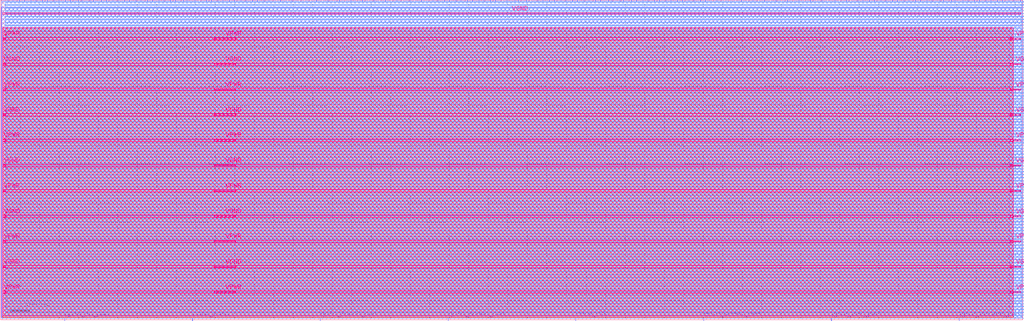
<source format=lef>
VERSION 5.7 ;
  NOWIREEXTENSIONATPIN ON ;
  DIVIDERCHAR "/" ;
  BUSBITCHARS "[]" ;
MACRO mgmt_core_wrapper
  CLASS BLOCK ;
  FOREIGN mgmt_core_wrapper ;
  ORIGIN 0.000 0.000 ;
  SIZE 2620.000 BY 820.000 ;
  PIN VGND
    DIRECTION INPUT ;
    USE GROUND ;
    PORT
      LAYER met5 ;
        RECT 5.520 134.280 11.000 137.480 ;
    END
    PORT
      LAYER met5 ;
        RECT 549.000 134.280 601.000 137.480 ;
    END
    PORT
      LAYER met5 ;
        RECT 2589.000 134.280 2614.180 137.480 ;
    END
    PORT
      LAYER met5 ;
        RECT 5.520 264.280 11.000 267.480 ;
    END
    PORT
      LAYER met5 ;
        RECT 549.000 264.280 601.000 267.480 ;
    END
    PORT
      LAYER met5 ;
        RECT 2589.000 264.280 2614.180 267.480 ;
    END
    PORT
      LAYER met5 ;
        RECT 5.520 394.280 11.000 397.480 ;
    END
    PORT
      LAYER met5 ;
        RECT 549.000 394.280 601.000 397.480 ;
    END
    PORT
      LAYER met5 ;
        RECT 2589.000 394.280 2614.180 397.480 ;
    END
    PORT
      LAYER met5 ;
        RECT 5.520 524.280 11.000 527.480 ;
    END
    PORT
      LAYER met5 ;
        RECT 549.000 524.280 601.000 527.480 ;
    END
    PORT
      LAYER met5 ;
        RECT 2589.000 524.280 2614.180 527.480 ;
    END
    PORT
      LAYER met5 ;
        RECT 5.520 654.280 11.000 657.480 ;
    END
    PORT
      LAYER met5 ;
        RECT 549.000 654.280 601.000 657.480 ;
    END
    PORT
      LAYER met5 ;
        RECT 2589.000 654.280 2614.180 657.480 ;
    END
    PORT
      LAYER met5 ;
        RECT 5.520 784.280 2614.180 787.480 ;
    END
  END VGND
  PIN VPWR
    DIRECTION INPUT ;
    USE POWER ;
    PORT
      LAYER met5 ;
        RECT 5.520 69.280 11.000 72.480 ;
    END
    PORT
      LAYER met5 ;
        RECT 549.000 69.280 601.000 72.480 ;
    END
    PORT
      LAYER met5 ;
        RECT 2589.000 69.280 2614.180 72.480 ;
    END
    PORT
      LAYER met5 ;
        RECT 5.520 199.280 11.000 202.480 ;
    END
    PORT
      LAYER met5 ;
        RECT 549.000 199.280 601.000 202.480 ;
    END
    PORT
      LAYER met5 ;
        RECT 2589.000 199.280 2614.180 202.480 ;
    END
    PORT
      LAYER met5 ;
        RECT 5.520 329.280 11.000 332.480 ;
    END
    PORT
      LAYER met5 ;
        RECT 549.000 329.280 601.000 332.480 ;
    END
    PORT
      LAYER met5 ;
        RECT 2589.000 329.280 2614.180 332.480 ;
    END
    PORT
      LAYER met5 ;
        RECT 5.520 459.280 11.000 462.480 ;
    END
    PORT
      LAYER met5 ;
        RECT 549.000 459.280 601.000 462.480 ;
    END
    PORT
      LAYER met5 ;
        RECT 2589.000 459.280 2614.180 462.480 ;
    END
    PORT
      LAYER met5 ;
        RECT 5.520 589.280 11.000 592.480 ;
    END
    PORT
      LAYER met5 ;
        RECT 549.000 589.280 601.000 592.480 ;
    END
    PORT
      LAYER met5 ;
        RECT 2589.000 589.280 2614.180 592.480 ;
    END
    PORT
      LAYER met5 ;
        RECT 5.520 719.280 11.000 722.480 ;
    END
    PORT
      LAYER met5 ;
        RECT 549.000 719.280 601.000 722.480 ;
    END
    PORT
      LAYER met5 ;
        RECT 2589.000 719.280 2614.180 722.480 ;
    END
  END VPWR
  PIN core_clk
    DIRECTION INPUT ;
    USE SIGNAL ;
    PORT
      LAYER met2 ;
        RECT 1473.930 -2.000 1474.210 4.000 ;
    END
  END core_clk
  PIN core_rstn
    DIRECTION INPUT ;
    USE SIGNAL ;
    PORT
      LAYER met2 ;
        RECT 491.370 -2.000 491.650 4.000 ;
    END
  END core_rstn
  PIN debug_in
    DIRECTION INPUT ;
    USE SIGNAL ;
    PORT
      LAYER met3 ;
        RECT 2616.000 318.960 2622.000 319.560 ;
    END
  END debug_in
  PIN debug_mode
    DIRECTION OUTPUT TRISTATE ;
    USE SIGNAL ;
    PORT
      LAYER met3 ;
        RECT 2616.000 326.440 2622.000 327.040 ;
    END
  END debug_mode
  PIN debug_oeb
    DIRECTION OUTPUT TRISTATE ;
    USE SIGNAL ;
    PORT
      LAYER met3 ;
        RECT 2616.000 333.920 2622.000 334.520 ;
    END
  END debug_oeb
  PIN debug_out
    DIRECTION OUTPUT TRISTATE ;
    USE SIGNAL ;
    PORT
      LAYER met3 ;
        RECT 2616.000 341.400 2622.000 342.000 ;
    END
  END debug_out
  PIN flash_clk
    DIRECTION OUTPUT TRISTATE ;
    USE SIGNAL ;
    PORT
      LAYER met3 ;
        RECT 2616.000 725.600 2622.000 726.200 ;
    END
  END flash_clk
  PIN flash_csb
    DIRECTION OUTPUT TRISTATE ;
    USE SIGNAL ;
    PORT
      LAYER met3 ;
        RECT 2616.000 718.120 2622.000 718.720 ;
    END
  END flash_csb
  PIN flash_io0_di
    DIRECTION INPUT ;
    USE SIGNAL ;
    PORT
      LAYER met3 ;
        RECT 2616.000 733.080 2622.000 733.680 ;
    END
  END flash_io0_di
  PIN flash_io0_do
    DIRECTION OUTPUT TRISTATE ;
    USE SIGNAL ;
    PORT
      LAYER met3 ;
        RECT 2616.000 740.560 2622.000 741.160 ;
    END
  END flash_io0_do
  PIN flash_io0_oeb
    DIRECTION OUTPUT TRISTATE ;
    USE SIGNAL ;
    PORT
      LAYER met3 ;
        RECT 2616.000 748.040 2622.000 748.640 ;
    END
  END flash_io0_oeb
  PIN flash_io1_di
    DIRECTION INPUT ;
    USE SIGNAL ;
    PORT
      LAYER met3 ;
        RECT 2616.000 755.520 2622.000 756.120 ;
    END
  END flash_io1_di
  PIN flash_io1_do
    DIRECTION OUTPUT TRISTATE ;
    USE SIGNAL ;
    PORT
      LAYER met3 ;
        RECT 2616.000 763.000 2622.000 763.600 ;
    END
  END flash_io1_do
  PIN flash_io1_oeb
    DIRECTION OUTPUT TRISTATE ;
    USE SIGNAL ;
    PORT
      LAYER met3 ;
        RECT 2616.000 770.480 2622.000 771.080 ;
    END
  END flash_io1_oeb
  PIN flash_io2_di
    DIRECTION INPUT ;
    USE SIGNAL ;
    PORT
      LAYER met3 ;
        RECT 2616.000 777.960 2622.000 778.560 ;
    END
  END flash_io2_di
  PIN flash_io2_do
    DIRECTION OUTPUT TRISTATE ;
    USE SIGNAL ;
    PORT
      LAYER met3 ;
        RECT 2616.000 785.440 2622.000 786.040 ;
    END
  END flash_io2_do
  PIN flash_io2_oeb
    DIRECTION OUTPUT TRISTATE ;
    USE SIGNAL ;
    PORT
      LAYER met3 ;
        RECT 2616.000 792.920 2622.000 793.520 ;
    END
  END flash_io2_oeb
  PIN flash_io3_di
    DIRECTION INPUT ;
    USE SIGNAL ;
    PORT
      LAYER met3 ;
        RECT 2616.000 800.400 2622.000 801.000 ;
    END
  END flash_io3_di
  PIN flash_io3_do
    DIRECTION OUTPUT TRISTATE ;
    USE SIGNAL ;
    PORT
      LAYER met3 ;
        RECT 2616.000 807.880 2622.000 808.480 ;
    END
  END flash_io3_do
  PIN flash_io3_oeb
    DIRECTION OUTPUT TRISTATE ;
    USE SIGNAL ;
    PORT
      LAYER met3 ;
        RECT 2616.000 815.360 2622.000 815.960 ;
    END
  END flash_io3_oeb
  PIN gpio_in_pad
    DIRECTION INPUT ;
    USE SIGNAL ;
    PORT
      LAYER met2 ;
        RECT 163.850 -2.000 164.130 4.000 ;
    END
  END gpio_in_pad
  PIN gpio_inenb_pad
    DIRECTION OUTPUT TRISTATE ;
    USE SIGNAL ;
    PORT
      LAYER met2 ;
        RECT 818.890 -2.000 819.170 4.000 ;
    END
  END gpio_inenb_pad
  PIN gpio_mode0_pad
    DIRECTION OUTPUT TRISTATE ;
    USE SIGNAL ;
    PORT
      LAYER met2 ;
        RECT 1146.410 -2.000 1146.690 4.000 ;
    END
  END gpio_mode0_pad
  PIN gpio_mode1_pad
    DIRECTION OUTPUT TRISTATE ;
    USE SIGNAL ;
    PORT
      LAYER met2 ;
        RECT 1801.450 -2.000 1801.730 4.000 ;
    END
  END gpio_mode1_pad
  PIN gpio_out_pad
    DIRECTION OUTPUT TRISTATE ;
    USE SIGNAL ;
    PORT
      LAYER met2 ;
        RECT 2128.970 -2.000 2129.250 4.000 ;
    END
  END gpio_out_pad
  PIN gpio_outenb_pad
    DIRECTION OUTPUT TRISTATE ;
    USE SIGNAL ;
    PORT
      LAYER met2 ;
        RECT 2456.490 -2.000 2456.770 4.000 ;
    END
  END gpio_outenb_pad
  PIN hk_ack_i
    DIRECTION INPUT ;
    USE SIGNAL ;
    PORT
      LAYER met3 ;
        RECT 2616.000 454.280 2622.000 454.880 ;
    END
  END hk_ack_i
  PIN hk_cyc_o
    DIRECTION OUTPUT TRISTATE ;
    USE SIGNAL ;
    PORT
      LAYER met3 ;
        RECT 2616.000 469.240 2622.000 469.840 ;
    END
  END hk_cyc_o
  PIN hk_dat_i[0]
    DIRECTION INPUT ;
    USE SIGNAL ;
    PORT
      LAYER met3 ;
        RECT 2616.000 477.400 2622.000 478.000 ;
    END
  END hk_dat_i[0]
  PIN hk_dat_i[10]
    DIRECTION INPUT ;
    USE SIGNAL ;
    PORT
      LAYER met3 ;
        RECT 2616.000 552.200 2622.000 552.800 ;
    END
  END hk_dat_i[10]
  PIN hk_dat_i[11]
    DIRECTION INPUT ;
    USE SIGNAL ;
    PORT
      LAYER met3 ;
        RECT 2616.000 559.680 2622.000 560.280 ;
    END
  END hk_dat_i[11]
  PIN hk_dat_i[12]
    DIRECTION INPUT ;
    USE SIGNAL ;
    PORT
      LAYER met3 ;
        RECT 2616.000 567.160 2622.000 567.760 ;
    END
  END hk_dat_i[12]
  PIN hk_dat_i[13]
    DIRECTION INPUT ;
    USE SIGNAL ;
    PORT
      LAYER met3 ;
        RECT 2616.000 574.640 2622.000 575.240 ;
    END
  END hk_dat_i[13]
  PIN hk_dat_i[14]
    DIRECTION INPUT ;
    USE SIGNAL ;
    PORT
      LAYER met3 ;
        RECT 2616.000 582.120 2622.000 582.720 ;
    END
  END hk_dat_i[14]
  PIN hk_dat_i[15]
    DIRECTION INPUT ;
    USE SIGNAL ;
    PORT
      LAYER met3 ;
        RECT 2616.000 590.280 2622.000 590.880 ;
    END
  END hk_dat_i[15]
  PIN hk_dat_i[16]
    DIRECTION INPUT ;
    USE SIGNAL ;
    PORT
      LAYER met3 ;
        RECT 2616.000 597.760 2622.000 598.360 ;
    END
  END hk_dat_i[16]
  PIN hk_dat_i[17]
    DIRECTION INPUT ;
    USE SIGNAL ;
    PORT
      LAYER met3 ;
        RECT 2616.000 605.240 2622.000 605.840 ;
    END
  END hk_dat_i[17]
  PIN hk_dat_i[18]
    DIRECTION INPUT ;
    USE SIGNAL ;
    PORT
      LAYER met3 ;
        RECT 2616.000 612.720 2622.000 613.320 ;
    END
  END hk_dat_i[18]
  PIN hk_dat_i[19]
    DIRECTION INPUT ;
    USE SIGNAL ;
    PORT
      LAYER met3 ;
        RECT 2616.000 620.200 2622.000 620.800 ;
    END
  END hk_dat_i[19]
  PIN hk_dat_i[1]
    DIRECTION INPUT ;
    USE SIGNAL ;
    PORT
      LAYER met3 ;
        RECT 2616.000 484.880 2622.000 485.480 ;
    END
  END hk_dat_i[1]
  PIN hk_dat_i[20]
    DIRECTION INPUT ;
    USE SIGNAL ;
    PORT
      LAYER met3 ;
        RECT 2616.000 627.680 2622.000 628.280 ;
    END
  END hk_dat_i[20]
  PIN hk_dat_i[21]
    DIRECTION INPUT ;
    USE SIGNAL ;
    PORT
      LAYER met3 ;
        RECT 2616.000 635.160 2622.000 635.760 ;
    END
  END hk_dat_i[21]
  PIN hk_dat_i[22]
    DIRECTION INPUT ;
    USE SIGNAL ;
    PORT
      LAYER met3 ;
        RECT 2616.000 642.640 2622.000 643.240 ;
    END
  END hk_dat_i[22]
  PIN hk_dat_i[23]
    DIRECTION INPUT ;
    USE SIGNAL ;
    PORT
      LAYER met3 ;
        RECT 2616.000 650.120 2622.000 650.720 ;
    END
  END hk_dat_i[23]
  PIN hk_dat_i[24]
    DIRECTION INPUT ;
    USE SIGNAL ;
    PORT
      LAYER met3 ;
        RECT 2616.000 657.600 2622.000 658.200 ;
    END
  END hk_dat_i[24]
  PIN hk_dat_i[25]
    DIRECTION INPUT ;
    USE SIGNAL ;
    PORT
      LAYER met3 ;
        RECT 2616.000 665.080 2622.000 665.680 ;
    END
  END hk_dat_i[25]
  PIN hk_dat_i[26]
    DIRECTION INPUT ;
    USE SIGNAL ;
    PORT
      LAYER met3 ;
        RECT 2616.000 672.560 2622.000 673.160 ;
    END
  END hk_dat_i[26]
  PIN hk_dat_i[27]
    DIRECTION INPUT ;
    USE SIGNAL ;
    PORT
      LAYER met3 ;
        RECT 2616.000 680.040 2622.000 680.640 ;
    END
  END hk_dat_i[27]
  PIN hk_dat_i[28]
    DIRECTION INPUT ;
    USE SIGNAL ;
    PORT
      LAYER met3 ;
        RECT 2616.000 687.520 2622.000 688.120 ;
    END
  END hk_dat_i[28]
  PIN hk_dat_i[29]
    DIRECTION INPUT ;
    USE SIGNAL ;
    PORT
      LAYER met3 ;
        RECT 2616.000 695.000 2622.000 695.600 ;
    END
  END hk_dat_i[29]
  PIN hk_dat_i[2]
    DIRECTION INPUT ;
    USE SIGNAL ;
    PORT
      LAYER met3 ;
        RECT 2616.000 492.360 2622.000 492.960 ;
    END
  END hk_dat_i[2]
  PIN hk_dat_i[30]
    DIRECTION INPUT ;
    USE SIGNAL ;
    PORT
      LAYER met3 ;
        RECT 2616.000 702.480 2622.000 703.080 ;
    END
  END hk_dat_i[30]
  PIN hk_dat_i[31]
    DIRECTION INPUT ;
    USE SIGNAL ;
    PORT
      LAYER met3 ;
        RECT 2616.000 710.640 2622.000 711.240 ;
    END
  END hk_dat_i[31]
  PIN hk_dat_i[3]
    DIRECTION INPUT ;
    USE SIGNAL ;
    PORT
      LAYER met3 ;
        RECT 2616.000 499.840 2622.000 500.440 ;
    END
  END hk_dat_i[3]
  PIN hk_dat_i[4]
    DIRECTION INPUT ;
    USE SIGNAL ;
    PORT
      LAYER met3 ;
        RECT 2616.000 507.320 2622.000 507.920 ;
    END
  END hk_dat_i[4]
  PIN hk_dat_i[5]
    DIRECTION INPUT ;
    USE SIGNAL ;
    PORT
      LAYER met3 ;
        RECT 2616.000 514.800 2622.000 515.400 ;
    END
  END hk_dat_i[5]
  PIN hk_dat_i[6]
    DIRECTION INPUT ;
    USE SIGNAL ;
    PORT
      LAYER met3 ;
        RECT 2616.000 522.280 2622.000 522.880 ;
    END
  END hk_dat_i[6]
  PIN hk_dat_i[7]
    DIRECTION INPUT ;
    USE SIGNAL ;
    PORT
      LAYER met3 ;
        RECT 2616.000 529.760 2622.000 530.360 ;
    END
  END hk_dat_i[7]
  PIN hk_dat_i[8]
    DIRECTION INPUT ;
    USE SIGNAL ;
    PORT
      LAYER met3 ;
        RECT 2616.000 537.240 2622.000 537.840 ;
    END
  END hk_dat_i[8]
  PIN hk_dat_i[9]
    DIRECTION INPUT ;
    USE SIGNAL ;
    PORT
      LAYER met3 ;
        RECT 2616.000 544.720 2622.000 545.320 ;
    END
  END hk_dat_i[9]
  PIN hk_stb_o
    DIRECTION OUTPUT TRISTATE ;
    USE SIGNAL ;
    PORT
      LAYER met3 ;
        RECT 2616.000 461.760 2622.000 462.360 ;
    END
  END hk_stb_o
  PIN irq[0]
    DIRECTION INPUT ;
    USE SIGNAL ;
    PORT
      LAYER met2 ;
        RECT 2609.210 816.000 2609.490 822.000 ;
    END
  END irq[0]
  PIN irq[1]
    DIRECTION INPUT ;
    USE SIGNAL ;
    PORT
      LAYER met2 ;
        RECT 2613.350 816.000 2613.630 822.000 ;
    END
  END irq[1]
  PIN irq[2]
    DIRECTION INPUT ;
    USE SIGNAL ;
    PORT
      LAYER met2 ;
        RECT 2617.490 816.000 2617.770 822.000 ;
    END
  END irq[2]
  PIN irq[3]
    DIRECTION INPUT ;
    USE SIGNAL ;
    PORT
      LAYER met3 ;
        RECT 2616.000 372.000 2622.000 372.600 ;
    END
  END irq[3]
  PIN irq[4]
    DIRECTION INPUT ;
    USE SIGNAL ;
    PORT
      LAYER met3 ;
        RECT 2616.000 364.520 2622.000 365.120 ;
    END
  END irq[4]
  PIN irq[5]
    DIRECTION INPUT ;
    USE SIGNAL ;
    PORT
      LAYER met3 ;
        RECT 2616.000 357.040 2622.000 357.640 ;
    END
  END irq[5]
  PIN la_iena[0]
    DIRECTION OUTPUT TRISTATE ;
    USE SIGNAL ;
    PORT
      LAYER met2 ;
        RECT 1.930 816.000 2.210 822.000 ;
    END
  END la_iena[0]
  PIN la_iena[100]
    DIRECTION OUTPUT TRISTATE ;
    USE SIGNAL ;
    PORT
      LAYER met2 ;
        RECT 1684.150 816.000 1684.430 822.000 ;
    END
  END la_iena[100]
  PIN la_iena[101]
    DIRECTION OUTPUT TRISTATE ;
    USE SIGNAL ;
    PORT
      LAYER met2 ;
        RECT 1700.710 816.000 1700.990 822.000 ;
    END
  END la_iena[101]
  PIN la_iena[102]
    DIRECTION OUTPUT TRISTATE ;
    USE SIGNAL ;
    PORT
      LAYER met2 ;
        RECT 1717.730 816.000 1718.010 822.000 ;
    END
  END la_iena[102]
  PIN la_iena[103]
    DIRECTION OUTPUT TRISTATE ;
    USE SIGNAL ;
    PORT
      LAYER met2 ;
        RECT 1734.290 816.000 1734.570 822.000 ;
    END
  END la_iena[103]
  PIN la_iena[104]
    DIRECTION OUTPUT TRISTATE ;
    USE SIGNAL ;
    PORT
      LAYER met2 ;
        RECT 1751.310 816.000 1751.590 822.000 ;
    END
  END la_iena[104]
  PIN la_iena[105]
    DIRECTION OUTPUT TRISTATE ;
    USE SIGNAL ;
    PORT
      LAYER met2 ;
        RECT 1768.330 816.000 1768.610 822.000 ;
    END
  END la_iena[105]
  PIN la_iena[106]
    DIRECTION OUTPUT TRISTATE ;
    USE SIGNAL ;
    PORT
      LAYER met2 ;
        RECT 1784.890 816.000 1785.170 822.000 ;
    END
  END la_iena[106]
  PIN la_iena[107]
    DIRECTION OUTPUT TRISTATE ;
    USE SIGNAL ;
    PORT
      LAYER met2 ;
        RECT 1801.910 816.000 1802.190 822.000 ;
    END
  END la_iena[107]
  PIN la_iena[108]
    DIRECTION OUTPUT TRISTATE ;
    USE SIGNAL ;
    PORT
      LAYER met2 ;
        RECT 1818.470 816.000 1818.750 822.000 ;
    END
  END la_iena[108]
  PIN la_iena[109]
    DIRECTION OUTPUT TRISTATE ;
    USE SIGNAL ;
    PORT
      LAYER met2 ;
        RECT 1835.490 816.000 1835.770 822.000 ;
    END
  END la_iena[109]
  PIN la_iena[10]
    DIRECTION OUTPUT TRISTATE ;
    USE SIGNAL ;
    PORT
      LAYER met2 ;
        RECT 169.830 816.000 170.110 822.000 ;
    END
  END la_iena[10]
  PIN la_iena[110]
    DIRECTION OUTPUT TRISTATE ;
    USE SIGNAL ;
    PORT
      LAYER met2 ;
        RECT 1852.050 816.000 1852.330 822.000 ;
    END
  END la_iena[110]
  PIN la_iena[111]
    DIRECTION OUTPUT TRISTATE ;
    USE SIGNAL ;
    PORT
      LAYER met2 ;
        RECT 1869.070 816.000 1869.350 822.000 ;
    END
  END la_iena[111]
  PIN la_iena[112]
    DIRECTION OUTPUT TRISTATE ;
    USE SIGNAL ;
    PORT
      LAYER met2 ;
        RECT 1886.090 816.000 1886.370 822.000 ;
    END
  END la_iena[112]
  PIN la_iena[113]
    DIRECTION OUTPUT TRISTATE ;
    USE SIGNAL ;
    PORT
      LAYER met2 ;
        RECT 1902.650 816.000 1902.930 822.000 ;
    END
  END la_iena[113]
  PIN la_iena[114]
    DIRECTION OUTPUT TRISTATE ;
    USE SIGNAL ;
    PORT
      LAYER met2 ;
        RECT 1919.670 816.000 1919.950 822.000 ;
    END
  END la_iena[114]
  PIN la_iena[115]
    DIRECTION OUTPUT TRISTATE ;
    USE SIGNAL ;
    PORT
      LAYER met2 ;
        RECT 1936.230 816.000 1936.510 822.000 ;
    END
  END la_iena[115]
  PIN la_iena[116]
    DIRECTION OUTPUT TRISTATE ;
    USE SIGNAL ;
    PORT
      LAYER met2 ;
        RECT 1953.250 816.000 1953.530 822.000 ;
    END
  END la_iena[116]
  PIN la_iena[117]
    DIRECTION OUTPUT TRISTATE ;
    USE SIGNAL ;
    PORT
      LAYER met2 ;
        RECT 1969.810 816.000 1970.090 822.000 ;
    END
  END la_iena[117]
  PIN la_iena[118]
    DIRECTION OUTPUT TRISTATE ;
    USE SIGNAL ;
    PORT
      LAYER met2 ;
        RECT 1986.830 816.000 1987.110 822.000 ;
    END
  END la_iena[118]
  PIN la_iena[119]
    DIRECTION OUTPUT TRISTATE ;
    USE SIGNAL ;
    PORT
      LAYER met2 ;
        RECT 2003.850 816.000 2004.130 822.000 ;
    END
  END la_iena[119]
  PIN la_iena[11]
    DIRECTION OUTPUT TRISTATE ;
    USE SIGNAL ;
    PORT
      LAYER met2 ;
        RECT 186.850 816.000 187.130 822.000 ;
    END
  END la_iena[11]
  PIN la_iena[120]
    DIRECTION OUTPUT TRISTATE ;
    USE SIGNAL ;
    PORT
      LAYER met2 ;
        RECT 2020.410 816.000 2020.690 822.000 ;
    END
  END la_iena[120]
  PIN la_iena[121]
    DIRECTION OUTPUT TRISTATE ;
    USE SIGNAL ;
    PORT
      LAYER met2 ;
        RECT 2037.430 816.000 2037.710 822.000 ;
    END
  END la_iena[121]
  PIN la_iena[122]
    DIRECTION OUTPUT TRISTATE ;
    USE SIGNAL ;
    PORT
      LAYER met2 ;
        RECT 2053.990 816.000 2054.270 822.000 ;
    END
  END la_iena[122]
  PIN la_iena[123]
    DIRECTION OUTPUT TRISTATE ;
    USE SIGNAL ;
    PORT
      LAYER met2 ;
        RECT 2071.010 816.000 2071.290 822.000 ;
    END
  END la_iena[123]
  PIN la_iena[124]
    DIRECTION OUTPUT TRISTATE ;
    USE SIGNAL ;
    PORT
      LAYER met2 ;
        RECT 2087.570 816.000 2087.850 822.000 ;
    END
  END la_iena[124]
  PIN la_iena[125]
    DIRECTION OUTPUT TRISTATE ;
    USE SIGNAL ;
    PORT
      LAYER met2 ;
        RECT 2104.590 816.000 2104.870 822.000 ;
    END
  END la_iena[125]
  PIN la_iena[126]
    DIRECTION OUTPUT TRISTATE ;
    USE SIGNAL ;
    PORT
      LAYER met2 ;
        RECT 2121.610 816.000 2121.890 822.000 ;
    END
  END la_iena[126]
  PIN la_iena[127]
    DIRECTION OUTPUT TRISTATE ;
    USE SIGNAL ;
    PORT
      LAYER met2 ;
        RECT 2138.170 816.000 2138.450 822.000 ;
    END
  END la_iena[127]
  PIN la_iena[12]
    DIRECTION OUTPUT TRISTATE ;
    USE SIGNAL ;
    PORT
      LAYER met2 ;
        RECT 203.410 816.000 203.690 822.000 ;
    END
  END la_iena[12]
  PIN la_iena[13]
    DIRECTION OUTPUT TRISTATE ;
    USE SIGNAL ;
    PORT
      LAYER met2 ;
        RECT 220.430 816.000 220.710 822.000 ;
    END
  END la_iena[13]
  PIN la_iena[14]
    DIRECTION OUTPUT TRISTATE ;
    USE SIGNAL ;
    PORT
      LAYER met2 ;
        RECT 237.450 816.000 237.730 822.000 ;
    END
  END la_iena[14]
  PIN la_iena[15]
    DIRECTION OUTPUT TRISTATE ;
    USE SIGNAL ;
    PORT
      LAYER met2 ;
        RECT 254.010 816.000 254.290 822.000 ;
    END
  END la_iena[15]
  PIN la_iena[16]
    DIRECTION OUTPUT TRISTATE ;
    USE SIGNAL ;
    PORT
      LAYER met2 ;
        RECT 271.030 816.000 271.310 822.000 ;
    END
  END la_iena[16]
  PIN la_iena[17]
    DIRECTION OUTPUT TRISTATE ;
    USE SIGNAL ;
    PORT
      LAYER met2 ;
        RECT 287.590 816.000 287.870 822.000 ;
    END
  END la_iena[17]
  PIN la_iena[18]
    DIRECTION OUTPUT TRISTATE ;
    USE SIGNAL ;
    PORT
      LAYER met2 ;
        RECT 304.610 816.000 304.890 822.000 ;
    END
  END la_iena[18]
  PIN la_iena[19]
    DIRECTION OUTPUT TRISTATE ;
    USE SIGNAL ;
    PORT
      LAYER met2 ;
        RECT 321.170 816.000 321.450 822.000 ;
    END
  END la_iena[19]
  PIN la_iena[1]
    DIRECTION OUTPUT TRISTATE ;
    USE SIGNAL ;
    PORT
      LAYER met2 ;
        RECT 18.490 816.000 18.770 822.000 ;
    END
  END la_iena[1]
  PIN la_iena[20]
    DIRECTION OUTPUT TRISTATE ;
    USE SIGNAL ;
    PORT
      LAYER met2 ;
        RECT 338.190 816.000 338.470 822.000 ;
    END
  END la_iena[20]
  PIN la_iena[21]
    DIRECTION OUTPUT TRISTATE ;
    USE SIGNAL ;
    PORT
      LAYER met2 ;
        RECT 355.210 816.000 355.490 822.000 ;
    END
  END la_iena[21]
  PIN la_iena[22]
    DIRECTION OUTPUT TRISTATE ;
    USE SIGNAL ;
    PORT
      LAYER met2 ;
        RECT 371.770 816.000 372.050 822.000 ;
    END
  END la_iena[22]
  PIN la_iena[23]
    DIRECTION OUTPUT TRISTATE ;
    USE SIGNAL ;
    PORT
      LAYER met2 ;
        RECT 388.790 816.000 389.070 822.000 ;
    END
  END la_iena[23]
  PIN la_iena[24]
    DIRECTION OUTPUT TRISTATE ;
    USE SIGNAL ;
    PORT
      LAYER met2 ;
        RECT 405.350 816.000 405.630 822.000 ;
    END
  END la_iena[24]
  PIN la_iena[25]
    DIRECTION OUTPUT TRISTATE ;
    USE SIGNAL ;
    PORT
      LAYER met2 ;
        RECT 422.370 816.000 422.650 822.000 ;
    END
  END la_iena[25]
  PIN la_iena[26]
    DIRECTION OUTPUT TRISTATE ;
    USE SIGNAL ;
    PORT
      LAYER met2 ;
        RECT 438.930 816.000 439.210 822.000 ;
    END
  END la_iena[26]
  PIN la_iena[27]
    DIRECTION OUTPUT TRISTATE ;
    USE SIGNAL ;
    PORT
      LAYER met2 ;
        RECT 455.950 816.000 456.230 822.000 ;
    END
  END la_iena[27]
  PIN la_iena[28]
    DIRECTION OUTPUT TRISTATE ;
    USE SIGNAL ;
    PORT
      LAYER met2 ;
        RECT 472.970 816.000 473.250 822.000 ;
    END
  END la_iena[28]
  PIN la_iena[29]
    DIRECTION OUTPUT TRISTATE ;
    USE SIGNAL ;
    PORT
      LAYER met2 ;
        RECT 489.530 816.000 489.810 822.000 ;
    END
  END la_iena[29]
  PIN la_iena[2]
    DIRECTION OUTPUT TRISTATE ;
    USE SIGNAL ;
    PORT
      LAYER met2 ;
        RECT 35.510 816.000 35.790 822.000 ;
    END
  END la_iena[2]
  PIN la_iena[30]
    DIRECTION OUTPUT TRISTATE ;
    USE SIGNAL ;
    PORT
      LAYER met2 ;
        RECT 506.550 816.000 506.830 822.000 ;
    END
  END la_iena[30]
  PIN la_iena[31]
    DIRECTION OUTPUT TRISTATE ;
    USE SIGNAL ;
    PORT
      LAYER met2 ;
        RECT 523.110 816.000 523.390 822.000 ;
    END
  END la_iena[31]
  PIN la_iena[32]
    DIRECTION OUTPUT TRISTATE ;
    USE SIGNAL ;
    PORT
      LAYER met2 ;
        RECT 540.130 816.000 540.410 822.000 ;
    END
  END la_iena[32]
  PIN la_iena[33]
    DIRECTION OUTPUT TRISTATE ;
    USE SIGNAL ;
    PORT
      LAYER met2 ;
        RECT 556.690 816.000 556.970 822.000 ;
    END
  END la_iena[33]
  PIN la_iena[34]
    DIRECTION OUTPUT TRISTATE ;
    USE SIGNAL ;
    PORT
      LAYER met2 ;
        RECT 573.710 816.000 573.990 822.000 ;
    END
  END la_iena[34]
  PIN la_iena[35]
    DIRECTION OUTPUT TRISTATE ;
    USE SIGNAL ;
    PORT
      LAYER met2 ;
        RECT 590.730 816.000 591.010 822.000 ;
    END
  END la_iena[35]
  PIN la_iena[36]
    DIRECTION OUTPUT TRISTATE ;
    USE SIGNAL ;
    PORT
      LAYER met2 ;
        RECT 607.290 816.000 607.570 822.000 ;
    END
  END la_iena[36]
  PIN la_iena[37]
    DIRECTION OUTPUT TRISTATE ;
    USE SIGNAL ;
    PORT
      LAYER met2 ;
        RECT 624.310 816.000 624.590 822.000 ;
    END
  END la_iena[37]
  PIN la_iena[38]
    DIRECTION OUTPUT TRISTATE ;
    USE SIGNAL ;
    PORT
      LAYER met2 ;
        RECT 640.870 816.000 641.150 822.000 ;
    END
  END la_iena[38]
  PIN la_iena[39]
    DIRECTION OUTPUT TRISTATE ;
    USE SIGNAL ;
    PORT
      LAYER met2 ;
        RECT 657.890 816.000 658.170 822.000 ;
    END
  END la_iena[39]
  PIN la_iena[3]
    DIRECTION OUTPUT TRISTATE ;
    USE SIGNAL ;
    PORT
      LAYER met2 ;
        RECT 52.070 816.000 52.350 822.000 ;
    END
  END la_iena[3]
  PIN la_iena[40]
    DIRECTION OUTPUT TRISTATE ;
    USE SIGNAL ;
    PORT
      LAYER met2 ;
        RECT 674.450 816.000 674.730 822.000 ;
    END
  END la_iena[40]
  PIN la_iena[41]
    DIRECTION OUTPUT TRISTATE ;
    USE SIGNAL ;
    PORT
      LAYER met2 ;
        RECT 691.470 816.000 691.750 822.000 ;
    END
  END la_iena[41]
  PIN la_iena[42]
    DIRECTION OUTPUT TRISTATE ;
    USE SIGNAL ;
    PORT
      LAYER met2 ;
        RECT 708.490 816.000 708.770 822.000 ;
    END
  END la_iena[42]
  PIN la_iena[43]
    DIRECTION OUTPUT TRISTATE ;
    USE SIGNAL ;
    PORT
      LAYER met2 ;
        RECT 725.050 816.000 725.330 822.000 ;
    END
  END la_iena[43]
  PIN la_iena[44]
    DIRECTION OUTPUT TRISTATE ;
    USE SIGNAL ;
    PORT
      LAYER met2 ;
        RECT 742.070 816.000 742.350 822.000 ;
    END
  END la_iena[44]
  PIN la_iena[45]
    DIRECTION OUTPUT TRISTATE ;
    USE SIGNAL ;
    PORT
      LAYER met2 ;
        RECT 758.630 816.000 758.910 822.000 ;
    END
  END la_iena[45]
  PIN la_iena[46]
    DIRECTION OUTPUT TRISTATE ;
    USE SIGNAL ;
    PORT
      LAYER met2 ;
        RECT 775.650 816.000 775.930 822.000 ;
    END
  END la_iena[46]
  PIN la_iena[47]
    DIRECTION OUTPUT TRISTATE ;
    USE SIGNAL ;
    PORT
      LAYER met2 ;
        RECT 792.210 816.000 792.490 822.000 ;
    END
  END la_iena[47]
  PIN la_iena[48]
    DIRECTION OUTPUT TRISTATE ;
    USE SIGNAL ;
    PORT
      LAYER met2 ;
        RECT 809.230 816.000 809.510 822.000 ;
    END
  END la_iena[48]
  PIN la_iena[49]
    DIRECTION OUTPUT TRISTATE ;
    USE SIGNAL ;
    PORT
      LAYER met2 ;
        RECT 826.250 816.000 826.530 822.000 ;
    END
  END la_iena[49]
  PIN la_iena[4]
    DIRECTION OUTPUT TRISTATE ;
    USE SIGNAL ;
    PORT
      LAYER met2 ;
        RECT 69.090 816.000 69.370 822.000 ;
    END
  END la_iena[4]
  PIN la_iena[50]
    DIRECTION OUTPUT TRISTATE ;
    USE SIGNAL ;
    PORT
      LAYER met2 ;
        RECT 842.810 816.000 843.090 822.000 ;
    END
  END la_iena[50]
  PIN la_iena[51]
    DIRECTION OUTPUT TRISTATE ;
    USE SIGNAL ;
    PORT
      LAYER met2 ;
        RECT 859.830 816.000 860.110 822.000 ;
    END
  END la_iena[51]
  PIN la_iena[52]
    DIRECTION OUTPUT TRISTATE ;
    USE SIGNAL ;
    PORT
      LAYER met2 ;
        RECT 876.390 816.000 876.670 822.000 ;
    END
  END la_iena[52]
  PIN la_iena[53]
    DIRECTION OUTPUT TRISTATE ;
    USE SIGNAL ;
    PORT
      LAYER met2 ;
        RECT 893.410 816.000 893.690 822.000 ;
    END
  END la_iena[53]
  PIN la_iena[54]
    DIRECTION OUTPUT TRISTATE ;
    USE SIGNAL ;
    PORT
      LAYER met2 ;
        RECT 909.970 816.000 910.250 822.000 ;
    END
  END la_iena[54]
  PIN la_iena[55]
    DIRECTION OUTPUT TRISTATE ;
    USE SIGNAL ;
    PORT
      LAYER met2 ;
        RECT 926.990 816.000 927.270 822.000 ;
    END
  END la_iena[55]
  PIN la_iena[56]
    DIRECTION OUTPUT TRISTATE ;
    USE SIGNAL ;
    PORT
      LAYER met2 ;
        RECT 944.010 816.000 944.290 822.000 ;
    END
  END la_iena[56]
  PIN la_iena[57]
    DIRECTION OUTPUT TRISTATE ;
    USE SIGNAL ;
    PORT
      LAYER met2 ;
        RECT 960.570 816.000 960.850 822.000 ;
    END
  END la_iena[57]
  PIN la_iena[58]
    DIRECTION OUTPUT TRISTATE ;
    USE SIGNAL ;
    PORT
      LAYER met2 ;
        RECT 977.590 816.000 977.870 822.000 ;
    END
  END la_iena[58]
  PIN la_iena[59]
    DIRECTION OUTPUT TRISTATE ;
    USE SIGNAL ;
    PORT
      LAYER met2 ;
        RECT 994.150 816.000 994.430 822.000 ;
    END
  END la_iena[59]
  PIN la_iena[5]
    DIRECTION OUTPUT TRISTATE ;
    USE SIGNAL ;
    PORT
      LAYER met2 ;
        RECT 85.650 816.000 85.930 822.000 ;
    END
  END la_iena[5]
  PIN la_iena[60]
    DIRECTION OUTPUT TRISTATE ;
    USE SIGNAL ;
    PORT
      LAYER met2 ;
        RECT 1011.170 816.000 1011.450 822.000 ;
    END
  END la_iena[60]
  PIN la_iena[61]
    DIRECTION OUTPUT TRISTATE ;
    USE SIGNAL ;
    PORT
      LAYER met2 ;
        RECT 1027.730 816.000 1028.010 822.000 ;
    END
  END la_iena[61]
  PIN la_iena[62]
    DIRECTION OUTPUT TRISTATE ;
    USE SIGNAL ;
    PORT
      LAYER met2 ;
        RECT 1044.750 816.000 1045.030 822.000 ;
    END
  END la_iena[62]
  PIN la_iena[63]
    DIRECTION OUTPUT TRISTATE ;
    USE SIGNAL ;
    PORT
      LAYER met2 ;
        RECT 1061.770 816.000 1062.050 822.000 ;
    END
  END la_iena[63]
  PIN la_iena[64]
    DIRECTION OUTPUT TRISTATE ;
    USE SIGNAL ;
    PORT
      LAYER met2 ;
        RECT 1078.330 816.000 1078.610 822.000 ;
    END
  END la_iena[64]
  PIN la_iena[65]
    DIRECTION OUTPUT TRISTATE ;
    USE SIGNAL ;
    PORT
      LAYER met2 ;
        RECT 1095.350 816.000 1095.630 822.000 ;
    END
  END la_iena[65]
  PIN la_iena[66]
    DIRECTION OUTPUT TRISTATE ;
    USE SIGNAL ;
    PORT
      LAYER met2 ;
        RECT 1111.910 816.000 1112.190 822.000 ;
    END
  END la_iena[66]
  PIN la_iena[67]
    DIRECTION OUTPUT TRISTATE ;
    USE SIGNAL ;
    PORT
      LAYER met2 ;
        RECT 1128.930 816.000 1129.210 822.000 ;
    END
  END la_iena[67]
  PIN la_iena[68]
    DIRECTION OUTPUT TRISTATE ;
    USE SIGNAL ;
    PORT
      LAYER met2 ;
        RECT 1145.490 816.000 1145.770 822.000 ;
    END
  END la_iena[68]
  PIN la_iena[69]
    DIRECTION OUTPUT TRISTATE ;
    USE SIGNAL ;
    PORT
      LAYER met2 ;
        RECT 1162.510 816.000 1162.790 822.000 ;
    END
  END la_iena[69]
  PIN la_iena[6]
    DIRECTION OUTPUT TRISTATE ;
    USE SIGNAL ;
    PORT
      LAYER met2 ;
        RECT 102.670 816.000 102.950 822.000 ;
    END
  END la_iena[6]
  PIN la_iena[70]
    DIRECTION OUTPUT TRISTATE ;
    USE SIGNAL ;
    PORT
      LAYER met2 ;
        RECT 1179.530 816.000 1179.810 822.000 ;
    END
  END la_iena[70]
  PIN la_iena[71]
    DIRECTION OUTPUT TRISTATE ;
    USE SIGNAL ;
    PORT
      LAYER met2 ;
        RECT 1196.090 816.000 1196.370 822.000 ;
    END
  END la_iena[71]
  PIN la_iena[72]
    DIRECTION OUTPUT TRISTATE ;
    USE SIGNAL ;
    PORT
      LAYER met2 ;
        RECT 1213.110 816.000 1213.390 822.000 ;
    END
  END la_iena[72]
  PIN la_iena[73]
    DIRECTION OUTPUT TRISTATE ;
    USE SIGNAL ;
    PORT
      LAYER met2 ;
        RECT 1229.670 816.000 1229.950 822.000 ;
    END
  END la_iena[73]
  PIN la_iena[74]
    DIRECTION OUTPUT TRISTATE ;
    USE SIGNAL ;
    PORT
      LAYER met2 ;
        RECT 1246.690 816.000 1246.970 822.000 ;
    END
  END la_iena[74]
  PIN la_iena[75]
    DIRECTION OUTPUT TRISTATE ;
    USE SIGNAL ;
    PORT
      LAYER met2 ;
        RECT 1263.250 816.000 1263.530 822.000 ;
    END
  END la_iena[75]
  PIN la_iena[76]
    DIRECTION OUTPUT TRISTATE ;
    USE SIGNAL ;
    PORT
      LAYER met2 ;
        RECT 1280.270 816.000 1280.550 822.000 ;
    END
  END la_iena[76]
  PIN la_iena[77]
    DIRECTION OUTPUT TRISTATE ;
    USE SIGNAL ;
    PORT
      LAYER met2 ;
        RECT 1297.290 816.000 1297.570 822.000 ;
    END
  END la_iena[77]
  PIN la_iena[78]
    DIRECTION OUTPUT TRISTATE ;
    USE SIGNAL ;
    PORT
      LAYER met2 ;
        RECT 1313.850 816.000 1314.130 822.000 ;
    END
  END la_iena[78]
  PIN la_iena[79]
    DIRECTION OUTPUT TRISTATE ;
    USE SIGNAL ;
    PORT
      LAYER met2 ;
        RECT 1330.870 816.000 1331.150 822.000 ;
    END
  END la_iena[79]
  PIN la_iena[7]
    DIRECTION OUTPUT TRISTATE ;
    USE SIGNAL ;
    PORT
      LAYER met2 ;
        RECT 119.690 816.000 119.970 822.000 ;
    END
  END la_iena[7]
  PIN la_iena[80]
    DIRECTION OUTPUT TRISTATE ;
    USE SIGNAL ;
    PORT
      LAYER met2 ;
        RECT 1347.430 816.000 1347.710 822.000 ;
    END
  END la_iena[80]
  PIN la_iena[81]
    DIRECTION OUTPUT TRISTATE ;
    USE SIGNAL ;
    PORT
      LAYER met2 ;
        RECT 1364.450 816.000 1364.730 822.000 ;
    END
  END la_iena[81]
  PIN la_iena[82]
    DIRECTION OUTPUT TRISTATE ;
    USE SIGNAL ;
    PORT
      LAYER met2 ;
        RECT 1381.010 816.000 1381.290 822.000 ;
    END
  END la_iena[82]
  PIN la_iena[83]
    DIRECTION OUTPUT TRISTATE ;
    USE SIGNAL ;
    PORT
      LAYER met2 ;
        RECT 1398.030 816.000 1398.310 822.000 ;
    END
  END la_iena[83]
  PIN la_iena[84]
    DIRECTION OUTPUT TRISTATE ;
    USE SIGNAL ;
    PORT
      LAYER met2 ;
        RECT 1415.050 816.000 1415.330 822.000 ;
    END
  END la_iena[84]
  PIN la_iena[85]
    DIRECTION OUTPUT TRISTATE ;
    USE SIGNAL ;
    PORT
      LAYER met2 ;
        RECT 1431.610 816.000 1431.890 822.000 ;
    END
  END la_iena[85]
  PIN la_iena[86]
    DIRECTION OUTPUT TRISTATE ;
    USE SIGNAL ;
    PORT
      LAYER met2 ;
        RECT 1448.630 816.000 1448.910 822.000 ;
    END
  END la_iena[86]
  PIN la_iena[87]
    DIRECTION OUTPUT TRISTATE ;
    USE SIGNAL ;
    PORT
      LAYER met2 ;
        RECT 1465.190 816.000 1465.470 822.000 ;
    END
  END la_iena[87]
  PIN la_iena[88]
    DIRECTION OUTPUT TRISTATE ;
    USE SIGNAL ;
    PORT
      LAYER met2 ;
        RECT 1482.210 816.000 1482.490 822.000 ;
    END
  END la_iena[88]
  PIN la_iena[89]
    DIRECTION OUTPUT TRISTATE ;
    USE SIGNAL ;
    PORT
      LAYER met2 ;
        RECT 1498.770 816.000 1499.050 822.000 ;
    END
  END la_iena[89]
  PIN la_iena[8]
    DIRECTION OUTPUT TRISTATE ;
    USE SIGNAL ;
    PORT
      LAYER met2 ;
        RECT 136.250 816.000 136.530 822.000 ;
    END
  END la_iena[8]
  PIN la_iena[90]
    DIRECTION OUTPUT TRISTATE ;
    USE SIGNAL ;
    PORT
      LAYER met2 ;
        RECT 1515.790 816.000 1516.070 822.000 ;
    END
  END la_iena[90]
  PIN la_iena[91]
    DIRECTION OUTPUT TRISTATE ;
    USE SIGNAL ;
    PORT
      LAYER met2 ;
        RECT 1532.810 816.000 1533.090 822.000 ;
    END
  END la_iena[91]
  PIN la_iena[92]
    DIRECTION OUTPUT TRISTATE ;
    USE SIGNAL ;
    PORT
      LAYER met2 ;
        RECT 1549.370 816.000 1549.650 822.000 ;
    END
  END la_iena[92]
  PIN la_iena[93]
    DIRECTION OUTPUT TRISTATE ;
    USE SIGNAL ;
    PORT
      LAYER met2 ;
        RECT 1566.390 816.000 1566.670 822.000 ;
    END
  END la_iena[93]
  PIN la_iena[94]
    DIRECTION OUTPUT TRISTATE ;
    USE SIGNAL ;
    PORT
      LAYER met2 ;
        RECT 1582.950 816.000 1583.230 822.000 ;
    END
  END la_iena[94]
  PIN la_iena[95]
    DIRECTION OUTPUT TRISTATE ;
    USE SIGNAL ;
    PORT
      LAYER met2 ;
        RECT 1599.970 816.000 1600.250 822.000 ;
    END
  END la_iena[95]
  PIN la_iena[96]
    DIRECTION OUTPUT TRISTATE ;
    USE SIGNAL ;
    PORT
      LAYER met2 ;
        RECT 1616.530 816.000 1616.810 822.000 ;
    END
  END la_iena[96]
  PIN la_iena[97]
    DIRECTION OUTPUT TRISTATE ;
    USE SIGNAL ;
    PORT
      LAYER met2 ;
        RECT 1633.550 816.000 1633.830 822.000 ;
    END
  END la_iena[97]
  PIN la_iena[98]
    DIRECTION OUTPUT TRISTATE ;
    USE SIGNAL ;
    PORT
      LAYER met2 ;
        RECT 1650.570 816.000 1650.850 822.000 ;
    END
  END la_iena[98]
  PIN la_iena[99]
    DIRECTION OUTPUT TRISTATE ;
    USE SIGNAL ;
    PORT
      LAYER met2 ;
        RECT 1667.130 816.000 1667.410 822.000 ;
    END
  END la_iena[99]
  PIN la_iena[9]
    DIRECTION OUTPUT TRISTATE ;
    USE SIGNAL ;
    PORT
      LAYER met2 ;
        RECT 153.270 816.000 153.550 822.000 ;
    END
  END la_iena[9]
  PIN la_input[0]
    DIRECTION INPUT ;
    USE SIGNAL ;
    PORT
      LAYER met2 ;
        RECT 6.070 816.000 6.350 822.000 ;
    END
  END la_input[0]
  PIN la_input[100]
    DIRECTION INPUT ;
    USE SIGNAL ;
    PORT
      LAYER met2 ;
        RECT 1688.290 816.000 1688.570 822.000 ;
    END
  END la_input[100]
  PIN la_input[101]
    DIRECTION INPUT ;
    USE SIGNAL ;
    PORT
      LAYER met2 ;
        RECT 1704.850 816.000 1705.130 822.000 ;
    END
  END la_input[101]
  PIN la_input[102]
    DIRECTION INPUT ;
    USE SIGNAL ;
    PORT
      LAYER met2 ;
        RECT 1721.870 816.000 1722.150 822.000 ;
    END
  END la_input[102]
  PIN la_input[103]
    DIRECTION INPUT ;
    USE SIGNAL ;
    PORT
      LAYER met2 ;
        RECT 1738.890 816.000 1739.170 822.000 ;
    END
  END la_input[103]
  PIN la_input[104]
    DIRECTION INPUT ;
    USE SIGNAL ;
    PORT
      LAYER met2 ;
        RECT 1755.450 816.000 1755.730 822.000 ;
    END
  END la_input[104]
  PIN la_input[105]
    DIRECTION INPUT ;
    USE SIGNAL ;
    PORT
      LAYER met2 ;
        RECT 1772.470 816.000 1772.750 822.000 ;
    END
  END la_input[105]
  PIN la_input[106]
    DIRECTION INPUT ;
    USE SIGNAL ;
    PORT
      LAYER met2 ;
        RECT 1789.030 816.000 1789.310 822.000 ;
    END
  END la_input[106]
  PIN la_input[107]
    DIRECTION INPUT ;
    USE SIGNAL ;
    PORT
      LAYER met2 ;
        RECT 1806.050 816.000 1806.330 822.000 ;
    END
  END la_input[107]
  PIN la_input[108]
    DIRECTION INPUT ;
    USE SIGNAL ;
    PORT
      LAYER met2 ;
        RECT 1822.610 816.000 1822.890 822.000 ;
    END
  END la_input[108]
  PIN la_input[109]
    DIRECTION INPUT ;
    USE SIGNAL ;
    PORT
      LAYER met2 ;
        RECT 1839.630 816.000 1839.910 822.000 ;
    END
  END la_input[109]
  PIN la_input[10]
    DIRECTION INPUT ;
    USE SIGNAL ;
    PORT
      LAYER met2 ;
        RECT 173.970 816.000 174.250 822.000 ;
    END
  END la_input[10]
  PIN la_input[110]
    DIRECTION INPUT ;
    USE SIGNAL ;
    PORT
      LAYER met2 ;
        RECT 1856.650 816.000 1856.930 822.000 ;
    END
  END la_input[110]
  PIN la_input[111]
    DIRECTION INPUT ;
    USE SIGNAL ;
    PORT
      LAYER met2 ;
        RECT 1873.210 816.000 1873.490 822.000 ;
    END
  END la_input[111]
  PIN la_input[112]
    DIRECTION INPUT ;
    USE SIGNAL ;
    PORT
      LAYER met2 ;
        RECT 1890.230 816.000 1890.510 822.000 ;
    END
  END la_input[112]
  PIN la_input[113]
    DIRECTION INPUT ;
    USE SIGNAL ;
    PORT
      LAYER met2 ;
        RECT 1906.790 816.000 1907.070 822.000 ;
    END
  END la_input[113]
  PIN la_input[114]
    DIRECTION INPUT ;
    USE SIGNAL ;
    PORT
      LAYER met2 ;
        RECT 1923.810 816.000 1924.090 822.000 ;
    END
  END la_input[114]
  PIN la_input[115]
    DIRECTION INPUT ;
    USE SIGNAL ;
    PORT
      LAYER met2 ;
        RECT 1940.370 816.000 1940.650 822.000 ;
    END
  END la_input[115]
  PIN la_input[116]
    DIRECTION INPUT ;
    USE SIGNAL ;
    PORT
      LAYER met2 ;
        RECT 1957.390 816.000 1957.670 822.000 ;
    END
  END la_input[116]
  PIN la_input[117]
    DIRECTION INPUT ;
    USE SIGNAL ;
    PORT
      LAYER met2 ;
        RECT 1974.410 816.000 1974.690 822.000 ;
    END
  END la_input[117]
  PIN la_input[118]
    DIRECTION INPUT ;
    USE SIGNAL ;
    PORT
      LAYER met2 ;
        RECT 1990.970 816.000 1991.250 822.000 ;
    END
  END la_input[118]
  PIN la_input[119]
    DIRECTION INPUT ;
    USE SIGNAL ;
    PORT
      LAYER met2 ;
        RECT 2007.990 816.000 2008.270 822.000 ;
    END
  END la_input[119]
  PIN la_input[11]
    DIRECTION INPUT ;
    USE SIGNAL ;
    PORT
      LAYER met2 ;
        RECT 190.990 816.000 191.270 822.000 ;
    END
  END la_input[11]
  PIN la_input[120]
    DIRECTION INPUT ;
    USE SIGNAL ;
    PORT
      LAYER met2 ;
        RECT 2024.550 816.000 2024.830 822.000 ;
    END
  END la_input[120]
  PIN la_input[121]
    DIRECTION INPUT ;
    USE SIGNAL ;
    PORT
      LAYER met2 ;
        RECT 2041.570 816.000 2041.850 822.000 ;
    END
  END la_input[121]
  PIN la_input[122]
    DIRECTION INPUT ;
    USE SIGNAL ;
    PORT
      LAYER met2 ;
        RECT 2058.130 816.000 2058.410 822.000 ;
    END
  END la_input[122]
  PIN la_input[123]
    DIRECTION INPUT ;
    USE SIGNAL ;
    PORT
      LAYER met2 ;
        RECT 2075.150 816.000 2075.430 822.000 ;
    END
  END la_input[123]
  PIN la_input[124]
    DIRECTION INPUT ;
    USE SIGNAL ;
    PORT
      LAYER met2 ;
        RECT 2092.170 816.000 2092.450 822.000 ;
    END
  END la_input[124]
  PIN la_input[125]
    DIRECTION INPUT ;
    USE SIGNAL ;
    PORT
      LAYER met2 ;
        RECT 2108.730 816.000 2109.010 822.000 ;
    END
  END la_input[125]
  PIN la_input[126]
    DIRECTION INPUT ;
    USE SIGNAL ;
    PORT
      LAYER met2 ;
        RECT 2125.750 816.000 2126.030 822.000 ;
    END
  END la_input[126]
  PIN la_input[127]
    DIRECTION INPUT ;
    USE SIGNAL ;
    PORT
      LAYER met2 ;
        RECT 2142.310 816.000 2142.590 822.000 ;
    END
  END la_input[127]
  PIN la_input[12]
    DIRECTION INPUT ;
    USE SIGNAL ;
    PORT
      LAYER met2 ;
        RECT 208.010 816.000 208.290 822.000 ;
    END
  END la_input[12]
  PIN la_input[13]
    DIRECTION INPUT ;
    USE SIGNAL ;
    PORT
      LAYER met2 ;
        RECT 224.570 816.000 224.850 822.000 ;
    END
  END la_input[13]
  PIN la_input[14]
    DIRECTION INPUT ;
    USE SIGNAL ;
    PORT
      LAYER met2 ;
        RECT 241.590 816.000 241.870 822.000 ;
    END
  END la_input[14]
  PIN la_input[15]
    DIRECTION INPUT ;
    USE SIGNAL ;
    PORT
      LAYER met2 ;
        RECT 258.150 816.000 258.430 822.000 ;
    END
  END la_input[15]
  PIN la_input[16]
    DIRECTION INPUT ;
    USE SIGNAL ;
    PORT
      LAYER met2 ;
        RECT 275.170 816.000 275.450 822.000 ;
    END
  END la_input[16]
  PIN la_input[17]
    DIRECTION INPUT ;
    USE SIGNAL ;
    PORT
      LAYER met2 ;
        RECT 291.730 816.000 292.010 822.000 ;
    END
  END la_input[17]
  PIN la_input[18]
    DIRECTION INPUT ;
    USE SIGNAL ;
    PORT
      LAYER met2 ;
        RECT 308.750 816.000 309.030 822.000 ;
    END
  END la_input[18]
  PIN la_input[19]
    DIRECTION INPUT ;
    USE SIGNAL ;
    PORT
      LAYER met2 ;
        RECT 325.770 816.000 326.050 822.000 ;
    END
  END la_input[19]
  PIN la_input[1]
    DIRECTION INPUT ;
    USE SIGNAL ;
    PORT
      LAYER met2 ;
        RECT 22.630 816.000 22.910 822.000 ;
    END
  END la_input[1]
  PIN la_input[20]
    DIRECTION INPUT ;
    USE SIGNAL ;
    PORT
      LAYER met2 ;
        RECT 342.330 816.000 342.610 822.000 ;
    END
  END la_input[20]
  PIN la_input[21]
    DIRECTION INPUT ;
    USE SIGNAL ;
    PORT
      LAYER met2 ;
        RECT 359.350 816.000 359.630 822.000 ;
    END
  END la_input[21]
  PIN la_input[22]
    DIRECTION INPUT ;
    USE SIGNAL ;
    PORT
      LAYER met2 ;
        RECT 375.910 816.000 376.190 822.000 ;
    END
  END la_input[22]
  PIN la_input[23]
    DIRECTION INPUT ;
    USE SIGNAL ;
    PORT
      LAYER met2 ;
        RECT 392.930 816.000 393.210 822.000 ;
    END
  END la_input[23]
  PIN la_input[24]
    DIRECTION INPUT ;
    USE SIGNAL ;
    PORT
      LAYER met2 ;
        RECT 409.490 816.000 409.770 822.000 ;
    END
  END la_input[24]
  PIN la_input[25]
    DIRECTION INPUT ;
    USE SIGNAL ;
    PORT
      LAYER met2 ;
        RECT 426.510 816.000 426.790 822.000 ;
    END
  END la_input[25]
  PIN la_input[26]
    DIRECTION INPUT ;
    USE SIGNAL ;
    PORT
      LAYER met2 ;
        RECT 443.530 816.000 443.810 822.000 ;
    END
  END la_input[26]
  PIN la_input[27]
    DIRECTION INPUT ;
    USE SIGNAL ;
    PORT
      LAYER met2 ;
        RECT 460.090 816.000 460.370 822.000 ;
    END
  END la_input[27]
  PIN la_input[28]
    DIRECTION INPUT ;
    USE SIGNAL ;
    PORT
      LAYER met2 ;
        RECT 477.110 816.000 477.390 822.000 ;
    END
  END la_input[28]
  PIN la_input[29]
    DIRECTION INPUT ;
    USE SIGNAL ;
    PORT
      LAYER met2 ;
        RECT 493.670 816.000 493.950 822.000 ;
    END
  END la_input[29]
  PIN la_input[2]
    DIRECTION INPUT ;
    USE SIGNAL ;
    PORT
      LAYER met2 ;
        RECT 39.650 816.000 39.930 822.000 ;
    END
  END la_input[2]
  PIN la_input[30]
    DIRECTION INPUT ;
    USE SIGNAL ;
    PORT
      LAYER met2 ;
        RECT 510.690 816.000 510.970 822.000 ;
    END
  END la_input[30]
  PIN la_input[31]
    DIRECTION INPUT ;
    USE SIGNAL ;
    PORT
      LAYER met2 ;
        RECT 527.250 816.000 527.530 822.000 ;
    END
  END la_input[31]
  PIN la_input[32]
    DIRECTION INPUT ;
    USE SIGNAL ;
    PORT
      LAYER met2 ;
        RECT 544.270 816.000 544.550 822.000 ;
    END
  END la_input[32]
  PIN la_input[33]
    DIRECTION INPUT ;
    USE SIGNAL ;
    PORT
      LAYER met2 ;
        RECT 561.290 816.000 561.570 822.000 ;
    END
  END la_input[33]
  PIN la_input[34]
    DIRECTION INPUT ;
    USE SIGNAL ;
    PORT
      LAYER met2 ;
        RECT 577.850 816.000 578.130 822.000 ;
    END
  END la_input[34]
  PIN la_input[35]
    DIRECTION INPUT ;
    USE SIGNAL ;
    PORT
      LAYER met2 ;
        RECT 594.870 816.000 595.150 822.000 ;
    END
  END la_input[35]
  PIN la_input[36]
    DIRECTION INPUT ;
    USE SIGNAL ;
    PORT
      LAYER met2 ;
        RECT 611.430 816.000 611.710 822.000 ;
    END
  END la_input[36]
  PIN la_input[37]
    DIRECTION INPUT ;
    USE SIGNAL ;
    PORT
      LAYER met2 ;
        RECT 628.450 816.000 628.730 822.000 ;
    END
  END la_input[37]
  PIN la_input[38]
    DIRECTION INPUT ;
    USE SIGNAL ;
    PORT
      LAYER met2 ;
        RECT 645.010 816.000 645.290 822.000 ;
    END
  END la_input[38]
  PIN la_input[39]
    DIRECTION INPUT ;
    USE SIGNAL ;
    PORT
      LAYER met2 ;
        RECT 662.030 816.000 662.310 822.000 ;
    END
  END la_input[39]
  PIN la_input[3]
    DIRECTION INPUT ;
    USE SIGNAL ;
    PORT
      LAYER met2 ;
        RECT 56.210 816.000 56.490 822.000 ;
    END
  END la_input[3]
  PIN la_input[40]
    DIRECTION INPUT ;
    USE SIGNAL ;
    PORT
      LAYER met2 ;
        RECT 679.050 816.000 679.330 822.000 ;
    END
  END la_input[40]
  PIN la_input[41]
    DIRECTION INPUT ;
    USE SIGNAL ;
    PORT
      LAYER met2 ;
        RECT 695.610 816.000 695.890 822.000 ;
    END
  END la_input[41]
  PIN la_input[42]
    DIRECTION INPUT ;
    USE SIGNAL ;
    PORT
      LAYER met2 ;
        RECT 712.630 816.000 712.910 822.000 ;
    END
  END la_input[42]
  PIN la_input[43]
    DIRECTION INPUT ;
    USE SIGNAL ;
    PORT
      LAYER met2 ;
        RECT 729.190 816.000 729.470 822.000 ;
    END
  END la_input[43]
  PIN la_input[44]
    DIRECTION INPUT ;
    USE SIGNAL ;
    PORT
      LAYER met2 ;
        RECT 746.210 816.000 746.490 822.000 ;
    END
  END la_input[44]
  PIN la_input[45]
    DIRECTION INPUT ;
    USE SIGNAL ;
    PORT
      LAYER met2 ;
        RECT 762.770 816.000 763.050 822.000 ;
    END
  END la_input[45]
  PIN la_input[46]
    DIRECTION INPUT ;
    USE SIGNAL ;
    PORT
      LAYER met2 ;
        RECT 779.790 816.000 780.070 822.000 ;
    END
  END la_input[46]
  PIN la_input[47]
    DIRECTION INPUT ;
    USE SIGNAL ;
    PORT
      LAYER met2 ;
        RECT 796.810 816.000 797.090 822.000 ;
    END
  END la_input[47]
  PIN la_input[48]
    DIRECTION INPUT ;
    USE SIGNAL ;
    PORT
      LAYER met2 ;
        RECT 813.370 816.000 813.650 822.000 ;
    END
  END la_input[48]
  PIN la_input[49]
    DIRECTION INPUT ;
    USE SIGNAL ;
    PORT
      LAYER met2 ;
        RECT 830.390 816.000 830.670 822.000 ;
    END
  END la_input[49]
  PIN la_input[4]
    DIRECTION INPUT ;
    USE SIGNAL ;
    PORT
      LAYER met2 ;
        RECT 73.230 816.000 73.510 822.000 ;
    END
  END la_input[4]
  PIN la_input[50]
    DIRECTION INPUT ;
    USE SIGNAL ;
    PORT
      LAYER met2 ;
        RECT 846.950 816.000 847.230 822.000 ;
    END
  END la_input[50]
  PIN la_input[51]
    DIRECTION INPUT ;
    USE SIGNAL ;
    PORT
      LAYER met2 ;
        RECT 863.970 816.000 864.250 822.000 ;
    END
  END la_input[51]
  PIN la_input[52]
    DIRECTION INPUT ;
    USE SIGNAL ;
    PORT
      LAYER met2 ;
        RECT 880.530 816.000 880.810 822.000 ;
    END
  END la_input[52]
  PIN la_input[53]
    DIRECTION INPUT ;
    USE SIGNAL ;
    PORT
      LAYER met2 ;
        RECT 897.550 816.000 897.830 822.000 ;
    END
  END la_input[53]
  PIN la_input[54]
    DIRECTION INPUT ;
    USE SIGNAL ;
    PORT
      LAYER met2 ;
        RECT 914.570 816.000 914.850 822.000 ;
    END
  END la_input[54]
  PIN la_input[55]
    DIRECTION INPUT ;
    USE SIGNAL ;
    PORT
      LAYER met2 ;
        RECT 931.130 816.000 931.410 822.000 ;
    END
  END la_input[55]
  PIN la_input[56]
    DIRECTION INPUT ;
    USE SIGNAL ;
    PORT
      LAYER met2 ;
        RECT 948.150 816.000 948.430 822.000 ;
    END
  END la_input[56]
  PIN la_input[57]
    DIRECTION INPUT ;
    USE SIGNAL ;
    PORT
      LAYER met2 ;
        RECT 964.710 816.000 964.990 822.000 ;
    END
  END la_input[57]
  PIN la_input[58]
    DIRECTION INPUT ;
    USE SIGNAL ;
    PORT
      LAYER met2 ;
        RECT 981.730 816.000 982.010 822.000 ;
    END
  END la_input[58]
  PIN la_input[59]
    DIRECTION INPUT ;
    USE SIGNAL ;
    PORT
      LAYER met2 ;
        RECT 998.290 816.000 998.570 822.000 ;
    END
  END la_input[59]
  PIN la_input[5]
    DIRECTION INPUT ;
    USE SIGNAL ;
    PORT
      LAYER met2 ;
        RECT 90.250 816.000 90.530 822.000 ;
    END
  END la_input[5]
  PIN la_input[60]
    DIRECTION INPUT ;
    USE SIGNAL ;
    PORT
      LAYER met2 ;
        RECT 1015.310 816.000 1015.590 822.000 ;
    END
  END la_input[60]
  PIN la_input[61]
    DIRECTION INPUT ;
    USE SIGNAL ;
    PORT
      LAYER met2 ;
        RECT 1032.330 816.000 1032.610 822.000 ;
    END
  END la_input[61]
  PIN la_input[62]
    DIRECTION INPUT ;
    USE SIGNAL ;
    PORT
      LAYER met2 ;
        RECT 1048.890 816.000 1049.170 822.000 ;
    END
  END la_input[62]
  PIN la_input[63]
    DIRECTION INPUT ;
    USE SIGNAL ;
    PORT
      LAYER met2 ;
        RECT 1065.910 816.000 1066.190 822.000 ;
    END
  END la_input[63]
  PIN la_input[64]
    DIRECTION INPUT ;
    USE SIGNAL ;
    PORT
      LAYER met2 ;
        RECT 1082.470 816.000 1082.750 822.000 ;
    END
  END la_input[64]
  PIN la_input[65]
    DIRECTION INPUT ;
    USE SIGNAL ;
    PORT
      LAYER met2 ;
        RECT 1099.490 816.000 1099.770 822.000 ;
    END
  END la_input[65]
  PIN la_input[66]
    DIRECTION INPUT ;
    USE SIGNAL ;
    PORT
      LAYER met2 ;
        RECT 1116.050 816.000 1116.330 822.000 ;
    END
  END la_input[66]
  PIN la_input[67]
    DIRECTION INPUT ;
    USE SIGNAL ;
    PORT
      LAYER met2 ;
        RECT 1133.070 816.000 1133.350 822.000 ;
    END
  END la_input[67]
  PIN la_input[68]
    DIRECTION INPUT ;
    USE SIGNAL ;
    PORT
      LAYER met2 ;
        RECT 1150.090 816.000 1150.370 822.000 ;
    END
  END la_input[68]
  PIN la_input[69]
    DIRECTION INPUT ;
    USE SIGNAL ;
    PORT
      LAYER met2 ;
        RECT 1166.650 816.000 1166.930 822.000 ;
    END
  END la_input[69]
  PIN la_input[6]
    DIRECTION INPUT ;
    USE SIGNAL ;
    PORT
      LAYER met2 ;
        RECT 106.810 816.000 107.090 822.000 ;
    END
  END la_input[6]
  PIN la_input[70]
    DIRECTION INPUT ;
    USE SIGNAL ;
    PORT
      LAYER met2 ;
        RECT 1183.670 816.000 1183.950 822.000 ;
    END
  END la_input[70]
  PIN la_input[71]
    DIRECTION INPUT ;
    USE SIGNAL ;
    PORT
      LAYER met2 ;
        RECT 1200.230 816.000 1200.510 822.000 ;
    END
  END la_input[71]
  PIN la_input[72]
    DIRECTION INPUT ;
    USE SIGNAL ;
    PORT
      LAYER met2 ;
        RECT 1217.250 816.000 1217.530 822.000 ;
    END
  END la_input[72]
  PIN la_input[73]
    DIRECTION INPUT ;
    USE SIGNAL ;
    PORT
      LAYER met2 ;
        RECT 1233.810 816.000 1234.090 822.000 ;
    END
  END la_input[73]
  PIN la_input[74]
    DIRECTION INPUT ;
    USE SIGNAL ;
    PORT
      LAYER met2 ;
        RECT 1250.830 816.000 1251.110 822.000 ;
    END
  END la_input[74]
  PIN la_input[75]
    DIRECTION INPUT ;
    USE SIGNAL ;
    PORT
      LAYER met2 ;
        RECT 1267.850 816.000 1268.130 822.000 ;
    END
  END la_input[75]
  PIN la_input[76]
    DIRECTION INPUT ;
    USE SIGNAL ;
    PORT
      LAYER met2 ;
        RECT 1284.410 816.000 1284.690 822.000 ;
    END
  END la_input[76]
  PIN la_input[77]
    DIRECTION INPUT ;
    USE SIGNAL ;
    PORT
      LAYER met2 ;
        RECT 1301.430 816.000 1301.710 822.000 ;
    END
  END la_input[77]
  PIN la_input[78]
    DIRECTION INPUT ;
    USE SIGNAL ;
    PORT
      LAYER met2 ;
        RECT 1317.990 816.000 1318.270 822.000 ;
    END
  END la_input[78]
  PIN la_input[79]
    DIRECTION INPUT ;
    USE SIGNAL ;
    PORT
      LAYER met2 ;
        RECT 1335.010 816.000 1335.290 822.000 ;
    END
  END la_input[79]
  PIN la_input[7]
    DIRECTION INPUT ;
    USE SIGNAL ;
    PORT
      LAYER met2 ;
        RECT 123.830 816.000 124.110 822.000 ;
    END
  END la_input[7]
  PIN la_input[80]
    DIRECTION INPUT ;
    USE SIGNAL ;
    PORT
      LAYER met2 ;
        RECT 1351.570 816.000 1351.850 822.000 ;
    END
  END la_input[80]
  PIN la_input[81]
    DIRECTION INPUT ;
    USE SIGNAL ;
    PORT
      LAYER met2 ;
        RECT 1368.590 816.000 1368.870 822.000 ;
    END
  END la_input[81]
  PIN la_input[82]
    DIRECTION INPUT ;
    USE SIGNAL ;
    PORT
      LAYER met2 ;
        RECT 1385.610 816.000 1385.890 822.000 ;
    END
  END la_input[82]
  PIN la_input[83]
    DIRECTION INPUT ;
    USE SIGNAL ;
    PORT
      LAYER met2 ;
        RECT 1402.170 816.000 1402.450 822.000 ;
    END
  END la_input[83]
  PIN la_input[84]
    DIRECTION INPUT ;
    USE SIGNAL ;
    PORT
      LAYER met2 ;
        RECT 1419.190 816.000 1419.470 822.000 ;
    END
  END la_input[84]
  PIN la_input[85]
    DIRECTION INPUT ;
    USE SIGNAL ;
    PORT
      LAYER met2 ;
        RECT 1435.750 816.000 1436.030 822.000 ;
    END
  END la_input[85]
  PIN la_input[86]
    DIRECTION INPUT ;
    USE SIGNAL ;
    PORT
      LAYER met2 ;
        RECT 1452.770 816.000 1453.050 822.000 ;
    END
  END la_input[86]
  PIN la_input[87]
    DIRECTION INPUT ;
    USE SIGNAL ;
    PORT
      LAYER met2 ;
        RECT 1469.330 816.000 1469.610 822.000 ;
    END
  END la_input[87]
  PIN la_input[88]
    DIRECTION INPUT ;
    USE SIGNAL ;
    PORT
      LAYER met2 ;
        RECT 1486.350 816.000 1486.630 822.000 ;
    END
  END la_input[88]
  PIN la_input[89]
    DIRECTION INPUT ;
    USE SIGNAL ;
    PORT
      LAYER met2 ;
        RECT 1503.370 816.000 1503.650 822.000 ;
    END
  END la_input[89]
  PIN la_input[8]
    DIRECTION INPUT ;
    USE SIGNAL ;
    PORT
      LAYER met2 ;
        RECT 140.390 816.000 140.670 822.000 ;
    END
  END la_input[8]
  PIN la_input[90]
    DIRECTION INPUT ;
    USE SIGNAL ;
    PORT
      LAYER met2 ;
        RECT 1519.930 816.000 1520.210 822.000 ;
    END
  END la_input[90]
  PIN la_input[91]
    DIRECTION INPUT ;
    USE SIGNAL ;
    PORT
      LAYER met2 ;
        RECT 1536.950 816.000 1537.230 822.000 ;
    END
  END la_input[91]
  PIN la_input[92]
    DIRECTION INPUT ;
    USE SIGNAL ;
    PORT
      LAYER met2 ;
        RECT 1553.510 816.000 1553.790 822.000 ;
    END
  END la_input[92]
  PIN la_input[93]
    DIRECTION INPUT ;
    USE SIGNAL ;
    PORT
      LAYER met2 ;
        RECT 1570.530 816.000 1570.810 822.000 ;
    END
  END la_input[93]
  PIN la_input[94]
    DIRECTION INPUT ;
    USE SIGNAL ;
    PORT
      LAYER met2 ;
        RECT 1587.090 816.000 1587.370 822.000 ;
    END
  END la_input[94]
  PIN la_input[95]
    DIRECTION INPUT ;
    USE SIGNAL ;
    PORT
      LAYER met2 ;
        RECT 1604.110 816.000 1604.390 822.000 ;
    END
  END la_input[95]
  PIN la_input[96]
    DIRECTION INPUT ;
    USE SIGNAL ;
    PORT
      LAYER met2 ;
        RECT 1621.130 816.000 1621.410 822.000 ;
    END
  END la_input[96]
  PIN la_input[97]
    DIRECTION INPUT ;
    USE SIGNAL ;
    PORT
      LAYER met2 ;
        RECT 1637.690 816.000 1637.970 822.000 ;
    END
  END la_input[97]
  PIN la_input[98]
    DIRECTION INPUT ;
    USE SIGNAL ;
    PORT
      LAYER met2 ;
        RECT 1654.710 816.000 1654.990 822.000 ;
    END
  END la_input[98]
  PIN la_input[99]
    DIRECTION INPUT ;
    USE SIGNAL ;
    PORT
      LAYER met2 ;
        RECT 1671.270 816.000 1671.550 822.000 ;
    END
  END la_input[99]
  PIN la_input[9]
    DIRECTION INPUT ;
    USE SIGNAL ;
    PORT
      LAYER met2 ;
        RECT 157.410 816.000 157.690 822.000 ;
    END
  END la_input[9]
  PIN la_oenb[0]
    DIRECTION OUTPUT TRISTATE ;
    USE SIGNAL ;
    PORT
      LAYER met2 ;
        RECT 10.210 816.000 10.490 822.000 ;
    END
  END la_oenb[0]
  PIN la_oenb[100]
    DIRECTION OUTPUT TRISTATE ;
    USE SIGNAL ;
    PORT
      LAYER met2 ;
        RECT 1692.430 816.000 1692.710 822.000 ;
    END
  END la_oenb[100]
  PIN la_oenb[101]
    DIRECTION OUTPUT TRISTATE ;
    USE SIGNAL ;
    PORT
      LAYER met2 ;
        RECT 1709.450 816.000 1709.730 822.000 ;
    END
  END la_oenb[101]
  PIN la_oenb[102]
    DIRECTION OUTPUT TRISTATE ;
    USE SIGNAL ;
    PORT
      LAYER met2 ;
        RECT 1726.010 816.000 1726.290 822.000 ;
    END
  END la_oenb[102]
  PIN la_oenb[103]
    DIRECTION OUTPUT TRISTATE ;
    USE SIGNAL ;
    PORT
      LAYER met2 ;
        RECT 1743.030 816.000 1743.310 822.000 ;
    END
  END la_oenb[103]
  PIN la_oenb[104]
    DIRECTION OUTPUT TRISTATE ;
    USE SIGNAL ;
    PORT
      LAYER met2 ;
        RECT 1759.590 816.000 1759.870 822.000 ;
    END
  END la_oenb[104]
  PIN la_oenb[105]
    DIRECTION OUTPUT TRISTATE ;
    USE SIGNAL ;
    PORT
      LAYER met2 ;
        RECT 1776.610 816.000 1776.890 822.000 ;
    END
  END la_oenb[105]
  PIN la_oenb[106]
    DIRECTION OUTPUT TRISTATE ;
    USE SIGNAL ;
    PORT
      LAYER met2 ;
        RECT 1793.170 816.000 1793.450 822.000 ;
    END
  END la_oenb[106]
  PIN la_oenb[107]
    DIRECTION OUTPUT TRISTATE ;
    USE SIGNAL ;
    PORT
      LAYER met2 ;
        RECT 1810.190 816.000 1810.470 822.000 ;
    END
  END la_oenb[107]
  PIN la_oenb[108]
    DIRECTION OUTPUT TRISTATE ;
    USE SIGNAL ;
    PORT
      LAYER met2 ;
        RECT 1827.210 816.000 1827.490 822.000 ;
    END
  END la_oenb[108]
  PIN la_oenb[109]
    DIRECTION OUTPUT TRISTATE ;
    USE SIGNAL ;
    PORT
      LAYER met2 ;
        RECT 1843.770 816.000 1844.050 822.000 ;
    END
  END la_oenb[109]
  PIN la_oenb[10]
    DIRECTION OUTPUT TRISTATE ;
    USE SIGNAL ;
    PORT
      LAYER met2 ;
        RECT 178.570 816.000 178.850 822.000 ;
    END
  END la_oenb[10]
  PIN la_oenb[110]
    DIRECTION OUTPUT TRISTATE ;
    USE SIGNAL ;
    PORT
      LAYER met2 ;
        RECT 1860.790 816.000 1861.070 822.000 ;
    END
  END la_oenb[110]
  PIN la_oenb[111]
    DIRECTION OUTPUT TRISTATE ;
    USE SIGNAL ;
    PORT
      LAYER met2 ;
        RECT 1877.350 816.000 1877.630 822.000 ;
    END
  END la_oenb[111]
  PIN la_oenb[112]
    DIRECTION OUTPUT TRISTATE ;
    USE SIGNAL ;
    PORT
      LAYER met2 ;
        RECT 1894.370 816.000 1894.650 822.000 ;
    END
  END la_oenb[112]
  PIN la_oenb[113]
    DIRECTION OUTPUT TRISTATE ;
    USE SIGNAL ;
    PORT
      LAYER met2 ;
        RECT 1910.930 816.000 1911.210 822.000 ;
    END
  END la_oenb[113]
  PIN la_oenb[114]
    DIRECTION OUTPUT TRISTATE ;
    USE SIGNAL ;
    PORT
      LAYER met2 ;
        RECT 1927.950 816.000 1928.230 822.000 ;
    END
  END la_oenb[114]
  PIN la_oenb[115]
    DIRECTION OUTPUT TRISTATE ;
    USE SIGNAL ;
    PORT
      LAYER met2 ;
        RECT 1944.970 816.000 1945.250 822.000 ;
    END
  END la_oenb[115]
  PIN la_oenb[116]
    DIRECTION OUTPUT TRISTATE ;
    USE SIGNAL ;
    PORT
      LAYER met2 ;
        RECT 1961.530 816.000 1961.810 822.000 ;
    END
  END la_oenb[116]
  PIN la_oenb[117]
    DIRECTION OUTPUT TRISTATE ;
    USE SIGNAL ;
    PORT
      LAYER met2 ;
        RECT 1978.550 816.000 1978.830 822.000 ;
    END
  END la_oenb[117]
  PIN la_oenb[118]
    DIRECTION OUTPUT TRISTATE ;
    USE SIGNAL ;
    PORT
      LAYER met2 ;
        RECT 1995.110 816.000 1995.390 822.000 ;
    END
  END la_oenb[118]
  PIN la_oenb[119]
    DIRECTION OUTPUT TRISTATE ;
    USE SIGNAL ;
    PORT
      LAYER met2 ;
        RECT 2012.130 816.000 2012.410 822.000 ;
    END
  END la_oenb[119]
  PIN la_oenb[11]
    DIRECTION OUTPUT TRISTATE ;
    USE SIGNAL ;
    PORT
      LAYER met2 ;
        RECT 195.130 816.000 195.410 822.000 ;
    END
  END la_oenb[11]
  PIN la_oenb[120]
    DIRECTION OUTPUT TRISTATE ;
    USE SIGNAL ;
    PORT
      LAYER met2 ;
        RECT 2028.690 816.000 2028.970 822.000 ;
    END
  END la_oenb[120]
  PIN la_oenb[121]
    DIRECTION OUTPUT TRISTATE ;
    USE SIGNAL ;
    PORT
      LAYER met2 ;
        RECT 2045.710 816.000 2045.990 822.000 ;
    END
  END la_oenb[121]
  PIN la_oenb[122]
    DIRECTION OUTPUT TRISTATE ;
    USE SIGNAL ;
    PORT
      LAYER met2 ;
        RECT 2062.730 816.000 2063.010 822.000 ;
    END
  END la_oenb[122]
  PIN la_oenb[123]
    DIRECTION OUTPUT TRISTATE ;
    USE SIGNAL ;
    PORT
      LAYER met2 ;
        RECT 2079.290 816.000 2079.570 822.000 ;
    END
  END la_oenb[123]
  PIN la_oenb[124]
    DIRECTION OUTPUT TRISTATE ;
    USE SIGNAL ;
    PORT
      LAYER met2 ;
        RECT 2096.310 816.000 2096.590 822.000 ;
    END
  END la_oenb[124]
  PIN la_oenb[125]
    DIRECTION OUTPUT TRISTATE ;
    USE SIGNAL ;
    PORT
      LAYER met2 ;
        RECT 2112.870 816.000 2113.150 822.000 ;
    END
  END la_oenb[125]
  PIN la_oenb[126]
    DIRECTION OUTPUT TRISTATE ;
    USE SIGNAL ;
    PORT
      LAYER met2 ;
        RECT 2129.890 816.000 2130.170 822.000 ;
    END
  END la_oenb[126]
  PIN la_oenb[127]
    DIRECTION OUTPUT TRISTATE ;
    USE SIGNAL ;
    PORT
      LAYER met2 ;
        RECT 2146.450 816.000 2146.730 822.000 ;
    END
  END la_oenb[127]
  PIN la_oenb[12]
    DIRECTION OUTPUT TRISTATE ;
    USE SIGNAL ;
    PORT
      LAYER met2 ;
        RECT 212.150 816.000 212.430 822.000 ;
    END
  END la_oenb[12]
  PIN la_oenb[13]
    DIRECTION OUTPUT TRISTATE ;
    USE SIGNAL ;
    PORT
      LAYER met2 ;
        RECT 228.710 816.000 228.990 822.000 ;
    END
  END la_oenb[13]
  PIN la_oenb[14]
    DIRECTION OUTPUT TRISTATE ;
    USE SIGNAL ;
    PORT
      LAYER met2 ;
        RECT 245.730 816.000 246.010 822.000 ;
    END
  END la_oenb[14]
  PIN la_oenb[15]
    DIRECTION OUTPUT TRISTATE ;
    USE SIGNAL ;
    PORT
      LAYER met2 ;
        RECT 262.290 816.000 262.570 822.000 ;
    END
  END la_oenb[15]
  PIN la_oenb[16]
    DIRECTION OUTPUT TRISTATE ;
    USE SIGNAL ;
    PORT
      LAYER met2 ;
        RECT 279.310 816.000 279.590 822.000 ;
    END
  END la_oenb[16]
  PIN la_oenb[17]
    DIRECTION OUTPUT TRISTATE ;
    USE SIGNAL ;
    PORT
      LAYER met2 ;
        RECT 296.330 816.000 296.610 822.000 ;
    END
  END la_oenb[17]
  PIN la_oenb[18]
    DIRECTION OUTPUT TRISTATE ;
    USE SIGNAL ;
    PORT
      LAYER met2 ;
        RECT 312.890 816.000 313.170 822.000 ;
    END
  END la_oenb[18]
  PIN la_oenb[19]
    DIRECTION OUTPUT TRISTATE ;
    USE SIGNAL ;
    PORT
      LAYER met2 ;
        RECT 329.910 816.000 330.190 822.000 ;
    END
  END la_oenb[19]
  PIN la_oenb[1]
    DIRECTION OUTPUT TRISTATE ;
    USE SIGNAL ;
    PORT
      LAYER met2 ;
        RECT 26.770 816.000 27.050 822.000 ;
    END
  END la_oenb[1]
  PIN la_oenb[20]
    DIRECTION OUTPUT TRISTATE ;
    USE SIGNAL ;
    PORT
      LAYER met2 ;
        RECT 346.470 816.000 346.750 822.000 ;
    END
  END la_oenb[20]
  PIN la_oenb[21]
    DIRECTION OUTPUT TRISTATE ;
    USE SIGNAL ;
    PORT
      LAYER met2 ;
        RECT 363.490 816.000 363.770 822.000 ;
    END
  END la_oenb[21]
  PIN la_oenb[22]
    DIRECTION OUTPUT TRISTATE ;
    USE SIGNAL ;
    PORT
      LAYER met2 ;
        RECT 380.050 816.000 380.330 822.000 ;
    END
  END la_oenb[22]
  PIN la_oenb[23]
    DIRECTION OUTPUT TRISTATE ;
    USE SIGNAL ;
    PORT
      LAYER met2 ;
        RECT 397.070 816.000 397.350 822.000 ;
    END
  END la_oenb[23]
  PIN la_oenb[24]
    DIRECTION OUTPUT TRISTATE ;
    USE SIGNAL ;
    PORT
      LAYER met2 ;
        RECT 414.090 816.000 414.370 822.000 ;
    END
  END la_oenb[24]
  PIN la_oenb[25]
    DIRECTION OUTPUT TRISTATE ;
    USE SIGNAL ;
    PORT
      LAYER met2 ;
        RECT 430.650 816.000 430.930 822.000 ;
    END
  END la_oenb[25]
  PIN la_oenb[26]
    DIRECTION OUTPUT TRISTATE ;
    USE SIGNAL ;
    PORT
      LAYER met2 ;
        RECT 447.670 816.000 447.950 822.000 ;
    END
  END la_oenb[26]
  PIN la_oenb[27]
    DIRECTION OUTPUT TRISTATE ;
    USE SIGNAL ;
    PORT
      LAYER met2 ;
        RECT 464.230 816.000 464.510 822.000 ;
    END
  END la_oenb[27]
  PIN la_oenb[28]
    DIRECTION OUTPUT TRISTATE ;
    USE SIGNAL ;
    PORT
      LAYER met2 ;
        RECT 481.250 816.000 481.530 822.000 ;
    END
  END la_oenb[28]
  PIN la_oenb[29]
    DIRECTION OUTPUT TRISTATE ;
    USE SIGNAL ;
    PORT
      LAYER met2 ;
        RECT 497.810 816.000 498.090 822.000 ;
    END
  END la_oenb[29]
  PIN la_oenb[2]
    DIRECTION OUTPUT TRISTATE ;
    USE SIGNAL ;
    PORT
      LAYER met2 ;
        RECT 43.790 816.000 44.070 822.000 ;
    END
  END la_oenb[2]
  PIN la_oenb[30]
    DIRECTION OUTPUT TRISTATE ;
    USE SIGNAL ;
    PORT
      LAYER met2 ;
        RECT 514.830 816.000 515.110 822.000 ;
    END
  END la_oenb[30]
  PIN la_oenb[31]
    DIRECTION OUTPUT TRISTATE ;
    USE SIGNAL ;
    PORT
      LAYER met2 ;
        RECT 531.850 816.000 532.130 822.000 ;
    END
  END la_oenb[31]
  PIN la_oenb[32]
    DIRECTION OUTPUT TRISTATE ;
    USE SIGNAL ;
    PORT
      LAYER met2 ;
        RECT 548.410 816.000 548.690 822.000 ;
    END
  END la_oenb[32]
  PIN la_oenb[33]
    DIRECTION OUTPUT TRISTATE ;
    USE SIGNAL ;
    PORT
      LAYER met2 ;
        RECT 565.430 816.000 565.710 822.000 ;
    END
  END la_oenb[33]
  PIN la_oenb[34]
    DIRECTION OUTPUT TRISTATE ;
    USE SIGNAL ;
    PORT
      LAYER met2 ;
        RECT 581.990 816.000 582.270 822.000 ;
    END
  END la_oenb[34]
  PIN la_oenb[35]
    DIRECTION OUTPUT TRISTATE ;
    USE SIGNAL ;
    PORT
      LAYER met2 ;
        RECT 599.010 816.000 599.290 822.000 ;
    END
  END la_oenb[35]
  PIN la_oenb[36]
    DIRECTION OUTPUT TRISTATE ;
    USE SIGNAL ;
    PORT
      LAYER met2 ;
        RECT 615.570 816.000 615.850 822.000 ;
    END
  END la_oenb[36]
  PIN la_oenb[37]
    DIRECTION OUTPUT TRISTATE ;
    USE SIGNAL ;
    PORT
      LAYER met2 ;
        RECT 632.590 816.000 632.870 822.000 ;
    END
  END la_oenb[37]
  PIN la_oenb[38]
    DIRECTION OUTPUT TRISTATE ;
    USE SIGNAL ;
    PORT
      LAYER met2 ;
        RECT 649.610 816.000 649.890 822.000 ;
    END
  END la_oenb[38]
  PIN la_oenb[39]
    DIRECTION OUTPUT TRISTATE ;
    USE SIGNAL ;
    PORT
      LAYER met2 ;
        RECT 666.170 816.000 666.450 822.000 ;
    END
  END la_oenb[39]
  PIN la_oenb[3]
    DIRECTION OUTPUT TRISTATE ;
    USE SIGNAL ;
    PORT
      LAYER met2 ;
        RECT 60.810 816.000 61.090 822.000 ;
    END
  END la_oenb[3]
  PIN la_oenb[40]
    DIRECTION OUTPUT TRISTATE ;
    USE SIGNAL ;
    PORT
      LAYER met2 ;
        RECT 683.190 816.000 683.470 822.000 ;
    END
  END la_oenb[40]
  PIN la_oenb[41]
    DIRECTION OUTPUT TRISTATE ;
    USE SIGNAL ;
    PORT
      LAYER met2 ;
        RECT 699.750 816.000 700.030 822.000 ;
    END
  END la_oenb[41]
  PIN la_oenb[42]
    DIRECTION OUTPUT TRISTATE ;
    USE SIGNAL ;
    PORT
      LAYER met2 ;
        RECT 716.770 816.000 717.050 822.000 ;
    END
  END la_oenb[42]
  PIN la_oenb[43]
    DIRECTION OUTPUT TRISTATE ;
    USE SIGNAL ;
    PORT
      LAYER met2 ;
        RECT 733.330 816.000 733.610 822.000 ;
    END
  END la_oenb[43]
  PIN la_oenb[44]
    DIRECTION OUTPUT TRISTATE ;
    USE SIGNAL ;
    PORT
      LAYER met2 ;
        RECT 750.350 816.000 750.630 822.000 ;
    END
  END la_oenb[44]
  PIN la_oenb[45]
    DIRECTION OUTPUT TRISTATE ;
    USE SIGNAL ;
    PORT
      LAYER met2 ;
        RECT 767.370 816.000 767.650 822.000 ;
    END
  END la_oenb[45]
  PIN la_oenb[46]
    DIRECTION OUTPUT TRISTATE ;
    USE SIGNAL ;
    PORT
      LAYER met2 ;
        RECT 783.930 816.000 784.210 822.000 ;
    END
  END la_oenb[46]
  PIN la_oenb[47]
    DIRECTION OUTPUT TRISTATE ;
    USE SIGNAL ;
    PORT
      LAYER met2 ;
        RECT 800.950 816.000 801.230 822.000 ;
    END
  END la_oenb[47]
  PIN la_oenb[48]
    DIRECTION OUTPUT TRISTATE ;
    USE SIGNAL ;
    PORT
      LAYER met2 ;
        RECT 817.510 816.000 817.790 822.000 ;
    END
  END la_oenb[48]
  PIN la_oenb[49]
    DIRECTION OUTPUT TRISTATE ;
    USE SIGNAL ;
    PORT
      LAYER met2 ;
        RECT 834.530 816.000 834.810 822.000 ;
    END
  END la_oenb[49]
  PIN la_oenb[4]
    DIRECTION OUTPUT TRISTATE ;
    USE SIGNAL ;
    PORT
      LAYER met2 ;
        RECT 77.370 816.000 77.650 822.000 ;
    END
  END la_oenb[4]
  PIN la_oenb[50]
    DIRECTION OUTPUT TRISTATE ;
    USE SIGNAL ;
    PORT
      LAYER met2 ;
        RECT 851.090 816.000 851.370 822.000 ;
    END
  END la_oenb[50]
  PIN la_oenb[51]
    DIRECTION OUTPUT TRISTATE ;
    USE SIGNAL ;
    PORT
      LAYER met2 ;
        RECT 868.110 816.000 868.390 822.000 ;
    END
  END la_oenb[51]
  PIN la_oenb[52]
    DIRECTION OUTPUT TRISTATE ;
    USE SIGNAL ;
    PORT
      LAYER met2 ;
        RECT 885.130 816.000 885.410 822.000 ;
    END
  END la_oenb[52]
  PIN la_oenb[53]
    DIRECTION OUTPUT TRISTATE ;
    USE SIGNAL ;
    PORT
      LAYER met2 ;
        RECT 901.690 816.000 901.970 822.000 ;
    END
  END la_oenb[53]
  PIN la_oenb[54]
    DIRECTION OUTPUT TRISTATE ;
    USE SIGNAL ;
    PORT
      LAYER met2 ;
        RECT 918.710 816.000 918.990 822.000 ;
    END
  END la_oenb[54]
  PIN la_oenb[55]
    DIRECTION OUTPUT TRISTATE ;
    USE SIGNAL ;
    PORT
      LAYER met2 ;
        RECT 935.270 816.000 935.550 822.000 ;
    END
  END la_oenb[55]
  PIN la_oenb[56]
    DIRECTION OUTPUT TRISTATE ;
    USE SIGNAL ;
    PORT
      LAYER met2 ;
        RECT 952.290 816.000 952.570 822.000 ;
    END
  END la_oenb[56]
  PIN la_oenb[57]
    DIRECTION OUTPUT TRISTATE ;
    USE SIGNAL ;
    PORT
      LAYER met2 ;
        RECT 968.850 816.000 969.130 822.000 ;
    END
  END la_oenb[57]
  PIN la_oenb[58]
    DIRECTION OUTPUT TRISTATE ;
    USE SIGNAL ;
    PORT
      LAYER met2 ;
        RECT 985.870 816.000 986.150 822.000 ;
    END
  END la_oenb[58]
  PIN la_oenb[59]
    DIRECTION OUTPUT TRISTATE ;
    USE SIGNAL ;
    PORT
      LAYER met2 ;
        RECT 1002.890 816.000 1003.170 822.000 ;
    END
  END la_oenb[59]
  PIN la_oenb[5]
    DIRECTION OUTPUT TRISTATE ;
    USE SIGNAL ;
    PORT
      LAYER met2 ;
        RECT 94.390 816.000 94.670 822.000 ;
    END
  END la_oenb[5]
  PIN la_oenb[60]
    DIRECTION OUTPUT TRISTATE ;
    USE SIGNAL ;
    PORT
      LAYER met2 ;
        RECT 1019.450 816.000 1019.730 822.000 ;
    END
  END la_oenb[60]
  PIN la_oenb[61]
    DIRECTION OUTPUT TRISTATE ;
    USE SIGNAL ;
    PORT
      LAYER met2 ;
        RECT 1036.470 816.000 1036.750 822.000 ;
    END
  END la_oenb[61]
  PIN la_oenb[62]
    DIRECTION OUTPUT TRISTATE ;
    USE SIGNAL ;
    PORT
      LAYER met2 ;
        RECT 1053.030 816.000 1053.310 822.000 ;
    END
  END la_oenb[62]
  PIN la_oenb[63]
    DIRECTION OUTPUT TRISTATE ;
    USE SIGNAL ;
    PORT
      LAYER met2 ;
        RECT 1070.050 816.000 1070.330 822.000 ;
    END
  END la_oenb[63]
  PIN la_oenb[64]
    DIRECTION OUTPUT TRISTATE ;
    USE SIGNAL ;
    PORT
      LAYER met2 ;
        RECT 1086.610 816.000 1086.890 822.000 ;
    END
  END la_oenb[64]
  PIN la_oenb[65]
    DIRECTION OUTPUT TRISTATE ;
    USE SIGNAL ;
    PORT
      LAYER met2 ;
        RECT 1103.630 816.000 1103.910 822.000 ;
    END
  END la_oenb[65]
  PIN la_oenb[66]
    DIRECTION OUTPUT TRISTATE ;
    USE SIGNAL ;
    PORT
      LAYER met2 ;
        RECT 1120.650 816.000 1120.930 822.000 ;
    END
  END la_oenb[66]
  PIN la_oenb[67]
    DIRECTION OUTPUT TRISTATE ;
    USE SIGNAL ;
    PORT
      LAYER met2 ;
        RECT 1137.210 816.000 1137.490 822.000 ;
    END
  END la_oenb[67]
  PIN la_oenb[68]
    DIRECTION OUTPUT TRISTATE ;
    USE SIGNAL ;
    PORT
      LAYER met2 ;
        RECT 1154.230 816.000 1154.510 822.000 ;
    END
  END la_oenb[68]
  PIN la_oenb[69]
    DIRECTION OUTPUT TRISTATE ;
    USE SIGNAL ;
    PORT
      LAYER met2 ;
        RECT 1170.790 816.000 1171.070 822.000 ;
    END
  END la_oenb[69]
  PIN la_oenb[6]
    DIRECTION OUTPUT TRISTATE ;
    USE SIGNAL ;
    PORT
      LAYER met2 ;
        RECT 110.950 816.000 111.230 822.000 ;
    END
  END la_oenb[6]
  PIN la_oenb[70]
    DIRECTION OUTPUT TRISTATE ;
    USE SIGNAL ;
    PORT
      LAYER met2 ;
        RECT 1187.810 816.000 1188.090 822.000 ;
    END
  END la_oenb[70]
  PIN la_oenb[71]
    DIRECTION OUTPUT TRISTATE ;
    USE SIGNAL ;
    PORT
      LAYER met2 ;
        RECT 1204.370 816.000 1204.650 822.000 ;
    END
  END la_oenb[71]
  PIN la_oenb[72]
    DIRECTION OUTPUT TRISTATE ;
    USE SIGNAL ;
    PORT
      LAYER met2 ;
        RECT 1221.390 816.000 1221.670 822.000 ;
    END
  END la_oenb[72]
  PIN la_oenb[73]
    DIRECTION OUTPUT TRISTATE ;
    USE SIGNAL ;
    PORT
      LAYER met2 ;
        RECT 1238.410 816.000 1238.690 822.000 ;
    END
  END la_oenb[73]
  PIN la_oenb[74]
    DIRECTION OUTPUT TRISTATE ;
    USE SIGNAL ;
    PORT
      LAYER met2 ;
        RECT 1254.970 816.000 1255.250 822.000 ;
    END
  END la_oenb[74]
  PIN la_oenb[75]
    DIRECTION OUTPUT TRISTATE ;
    USE SIGNAL ;
    PORT
      LAYER met2 ;
        RECT 1271.990 816.000 1272.270 822.000 ;
    END
  END la_oenb[75]
  PIN la_oenb[76]
    DIRECTION OUTPUT TRISTATE ;
    USE SIGNAL ;
    PORT
      LAYER met2 ;
        RECT 1288.550 816.000 1288.830 822.000 ;
    END
  END la_oenb[76]
  PIN la_oenb[77]
    DIRECTION OUTPUT TRISTATE ;
    USE SIGNAL ;
    PORT
      LAYER met2 ;
        RECT 1305.570 816.000 1305.850 822.000 ;
    END
  END la_oenb[77]
  PIN la_oenb[78]
    DIRECTION OUTPUT TRISTATE ;
    USE SIGNAL ;
    PORT
      LAYER met2 ;
        RECT 1322.130 816.000 1322.410 822.000 ;
    END
  END la_oenb[78]
  PIN la_oenb[79]
    DIRECTION OUTPUT TRISTATE ;
    USE SIGNAL ;
    PORT
      LAYER met2 ;
        RECT 1339.150 816.000 1339.430 822.000 ;
    END
  END la_oenb[79]
  PIN la_oenb[7]
    DIRECTION OUTPUT TRISTATE ;
    USE SIGNAL ;
    PORT
      LAYER met2 ;
        RECT 127.970 816.000 128.250 822.000 ;
    END
  END la_oenb[7]
  PIN la_oenb[80]
    DIRECTION OUTPUT TRISTATE ;
    USE SIGNAL ;
    PORT
      LAYER met2 ;
        RECT 1356.170 816.000 1356.450 822.000 ;
    END
  END la_oenb[80]
  PIN la_oenb[81]
    DIRECTION OUTPUT TRISTATE ;
    USE SIGNAL ;
    PORT
      LAYER met2 ;
        RECT 1372.730 816.000 1373.010 822.000 ;
    END
  END la_oenb[81]
  PIN la_oenb[82]
    DIRECTION OUTPUT TRISTATE ;
    USE SIGNAL ;
    PORT
      LAYER met2 ;
        RECT 1389.750 816.000 1390.030 822.000 ;
    END
  END la_oenb[82]
  PIN la_oenb[83]
    DIRECTION OUTPUT TRISTATE ;
    USE SIGNAL ;
    PORT
      LAYER met2 ;
        RECT 1406.310 816.000 1406.590 822.000 ;
    END
  END la_oenb[83]
  PIN la_oenb[84]
    DIRECTION OUTPUT TRISTATE ;
    USE SIGNAL ;
    PORT
      LAYER met2 ;
        RECT 1423.330 816.000 1423.610 822.000 ;
    END
  END la_oenb[84]
  PIN la_oenb[85]
    DIRECTION OUTPUT TRISTATE ;
    USE SIGNAL ;
    PORT
      LAYER met2 ;
        RECT 1439.890 816.000 1440.170 822.000 ;
    END
  END la_oenb[85]
  PIN la_oenb[86]
    DIRECTION OUTPUT TRISTATE ;
    USE SIGNAL ;
    PORT
      LAYER met2 ;
        RECT 1456.910 816.000 1457.190 822.000 ;
    END
  END la_oenb[86]
  PIN la_oenb[87]
    DIRECTION OUTPUT TRISTATE ;
    USE SIGNAL ;
    PORT
      LAYER met2 ;
        RECT 1473.930 816.000 1474.210 822.000 ;
    END
  END la_oenb[87]
  PIN la_oenb[88]
    DIRECTION OUTPUT TRISTATE ;
    USE SIGNAL ;
    PORT
      LAYER met2 ;
        RECT 1490.490 816.000 1490.770 822.000 ;
    END
  END la_oenb[88]
  PIN la_oenb[89]
    DIRECTION OUTPUT TRISTATE ;
    USE SIGNAL ;
    PORT
      LAYER met2 ;
        RECT 1507.510 816.000 1507.790 822.000 ;
    END
  END la_oenb[89]
  PIN la_oenb[8]
    DIRECTION OUTPUT TRISTATE ;
    USE SIGNAL ;
    PORT
      LAYER met2 ;
        RECT 144.530 816.000 144.810 822.000 ;
    END
  END la_oenb[8]
  PIN la_oenb[90]
    DIRECTION OUTPUT TRISTATE ;
    USE SIGNAL ;
    PORT
      LAYER met2 ;
        RECT 1524.070 816.000 1524.350 822.000 ;
    END
  END la_oenb[90]
  PIN la_oenb[91]
    DIRECTION OUTPUT TRISTATE ;
    USE SIGNAL ;
    PORT
      LAYER met2 ;
        RECT 1541.090 816.000 1541.370 822.000 ;
    END
  END la_oenb[91]
  PIN la_oenb[92]
    DIRECTION OUTPUT TRISTATE ;
    USE SIGNAL ;
    PORT
      LAYER met2 ;
        RECT 1557.650 816.000 1557.930 822.000 ;
    END
  END la_oenb[92]
  PIN la_oenb[93]
    DIRECTION OUTPUT TRISTATE ;
    USE SIGNAL ;
    PORT
      LAYER met2 ;
        RECT 1574.670 816.000 1574.950 822.000 ;
    END
  END la_oenb[93]
  PIN la_oenb[94]
    DIRECTION OUTPUT TRISTATE ;
    USE SIGNAL ;
    PORT
      LAYER met2 ;
        RECT 1591.690 816.000 1591.970 822.000 ;
    END
  END la_oenb[94]
  PIN la_oenb[95]
    DIRECTION OUTPUT TRISTATE ;
    USE SIGNAL ;
    PORT
      LAYER met2 ;
        RECT 1608.250 816.000 1608.530 822.000 ;
    END
  END la_oenb[95]
  PIN la_oenb[96]
    DIRECTION OUTPUT TRISTATE ;
    USE SIGNAL ;
    PORT
      LAYER met2 ;
        RECT 1625.270 816.000 1625.550 822.000 ;
    END
  END la_oenb[96]
  PIN la_oenb[97]
    DIRECTION OUTPUT TRISTATE ;
    USE SIGNAL ;
    PORT
      LAYER met2 ;
        RECT 1641.830 816.000 1642.110 822.000 ;
    END
  END la_oenb[97]
  PIN la_oenb[98]
    DIRECTION OUTPUT TRISTATE ;
    USE SIGNAL ;
    PORT
      LAYER met2 ;
        RECT 1658.850 816.000 1659.130 822.000 ;
    END
  END la_oenb[98]
  PIN la_oenb[99]
    DIRECTION OUTPUT TRISTATE ;
    USE SIGNAL ;
    PORT
      LAYER met2 ;
        RECT 1675.410 816.000 1675.690 822.000 ;
    END
  END la_oenb[99]
  PIN la_oenb[9]
    DIRECTION OUTPUT TRISTATE ;
    USE SIGNAL ;
    PORT
      LAYER met2 ;
        RECT 161.550 816.000 161.830 822.000 ;
    END
  END la_oenb[9]
  PIN la_output[0]
    DIRECTION OUTPUT TRISTATE ;
    USE SIGNAL ;
    PORT
      LAYER met2 ;
        RECT 14.350 816.000 14.630 822.000 ;
    END
  END la_output[0]
  PIN la_output[100]
    DIRECTION OUTPUT TRISTATE ;
    USE SIGNAL ;
    PORT
      LAYER met2 ;
        RECT 1696.570 816.000 1696.850 822.000 ;
    END
  END la_output[100]
  PIN la_output[101]
    DIRECTION OUTPUT TRISTATE ;
    USE SIGNAL ;
    PORT
      LAYER met2 ;
        RECT 1713.590 816.000 1713.870 822.000 ;
    END
  END la_output[101]
  PIN la_output[102]
    DIRECTION OUTPUT TRISTATE ;
    USE SIGNAL ;
    PORT
      LAYER met2 ;
        RECT 1730.150 816.000 1730.430 822.000 ;
    END
  END la_output[102]
  PIN la_output[103]
    DIRECTION OUTPUT TRISTATE ;
    USE SIGNAL ;
    PORT
      LAYER met2 ;
        RECT 1747.170 816.000 1747.450 822.000 ;
    END
  END la_output[103]
  PIN la_output[104]
    DIRECTION OUTPUT TRISTATE ;
    USE SIGNAL ;
    PORT
      LAYER met2 ;
        RECT 1763.730 816.000 1764.010 822.000 ;
    END
  END la_output[104]
  PIN la_output[105]
    DIRECTION OUTPUT TRISTATE ;
    USE SIGNAL ;
    PORT
      LAYER met2 ;
        RECT 1780.750 816.000 1781.030 822.000 ;
    END
  END la_output[105]
  PIN la_output[106]
    DIRECTION OUTPUT TRISTATE ;
    USE SIGNAL ;
    PORT
      LAYER met2 ;
        RECT 1797.770 816.000 1798.050 822.000 ;
    END
  END la_output[106]
  PIN la_output[107]
    DIRECTION OUTPUT TRISTATE ;
    USE SIGNAL ;
    PORT
      LAYER met2 ;
        RECT 1814.330 816.000 1814.610 822.000 ;
    END
  END la_output[107]
  PIN la_output[108]
    DIRECTION OUTPUT TRISTATE ;
    USE SIGNAL ;
    PORT
      LAYER met2 ;
        RECT 1831.350 816.000 1831.630 822.000 ;
    END
  END la_output[108]
  PIN la_output[109]
    DIRECTION OUTPUT TRISTATE ;
    USE SIGNAL ;
    PORT
      LAYER met2 ;
        RECT 1847.910 816.000 1848.190 822.000 ;
    END
  END la_output[109]
  PIN la_output[10]
    DIRECTION OUTPUT TRISTATE ;
    USE SIGNAL ;
    PORT
      LAYER met2 ;
        RECT 182.710 816.000 182.990 822.000 ;
    END
  END la_output[10]
  PIN la_output[110]
    DIRECTION OUTPUT TRISTATE ;
    USE SIGNAL ;
    PORT
      LAYER met2 ;
        RECT 1864.930 816.000 1865.210 822.000 ;
    END
  END la_output[110]
  PIN la_output[111]
    DIRECTION OUTPUT TRISTATE ;
    USE SIGNAL ;
    PORT
      LAYER met2 ;
        RECT 1881.490 816.000 1881.770 822.000 ;
    END
  END la_output[111]
  PIN la_output[112]
    DIRECTION OUTPUT TRISTATE ;
    USE SIGNAL ;
    PORT
      LAYER met2 ;
        RECT 1898.510 816.000 1898.790 822.000 ;
    END
  END la_output[112]
  PIN la_output[113]
    DIRECTION OUTPUT TRISTATE ;
    USE SIGNAL ;
    PORT
      LAYER met2 ;
        RECT 1915.530 816.000 1915.810 822.000 ;
    END
  END la_output[113]
  PIN la_output[114]
    DIRECTION OUTPUT TRISTATE ;
    USE SIGNAL ;
    PORT
      LAYER met2 ;
        RECT 1932.090 816.000 1932.370 822.000 ;
    END
  END la_output[114]
  PIN la_output[115]
    DIRECTION OUTPUT TRISTATE ;
    USE SIGNAL ;
    PORT
      LAYER met2 ;
        RECT 1949.110 816.000 1949.390 822.000 ;
    END
  END la_output[115]
  PIN la_output[116]
    DIRECTION OUTPUT TRISTATE ;
    USE SIGNAL ;
    PORT
      LAYER met2 ;
        RECT 1965.670 816.000 1965.950 822.000 ;
    END
  END la_output[116]
  PIN la_output[117]
    DIRECTION OUTPUT TRISTATE ;
    USE SIGNAL ;
    PORT
      LAYER met2 ;
        RECT 1982.690 816.000 1982.970 822.000 ;
    END
  END la_output[117]
  PIN la_output[118]
    DIRECTION OUTPUT TRISTATE ;
    USE SIGNAL ;
    PORT
      LAYER met2 ;
        RECT 1999.250 816.000 1999.530 822.000 ;
    END
  END la_output[118]
  PIN la_output[119]
    DIRECTION OUTPUT TRISTATE ;
    USE SIGNAL ;
    PORT
      LAYER met2 ;
        RECT 2016.270 816.000 2016.550 822.000 ;
    END
  END la_output[119]
  PIN la_output[11]
    DIRECTION OUTPUT TRISTATE ;
    USE SIGNAL ;
    PORT
      LAYER met2 ;
        RECT 199.270 816.000 199.550 822.000 ;
    END
  END la_output[11]
  PIN la_output[120]
    DIRECTION OUTPUT TRISTATE ;
    USE SIGNAL ;
    PORT
      LAYER met2 ;
        RECT 2033.290 816.000 2033.570 822.000 ;
    END
  END la_output[120]
  PIN la_output[121]
    DIRECTION OUTPUT TRISTATE ;
    USE SIGNAL ;
    PORT
      LAYER met2 ;
        RECT 2049.850 816.000 2050.130 822.000 ;
    END
  END la_output[121]
  PIN la_output[122]
    DIRECTION OUTPUT TRISTATE ;
    USE SIGNAL ;
    PORT
      LAYER met2 ;
        RECT 2066.870 816.000 2067.150 822.000 ;
    END
  END la_output[122]
  PIN la_output[123]
    DIRECTION OUTPUT TRISTATE ;
    USE SIGNAL ;
    PORT
      LAYER met2 ;
        RECT 2083.430 816.000 2083.710 822.000 ;
    END
  END la_output[123]
  PIN la_output[124]
    DIRECTION OUTPUT TRISTATE ;
    USE SIGNAL ;
    PORT
      LAYER met2 ;
        RECT 2100.450 816.000 2100.730 822.000 ;
    END
  END la_output[124]
  PIN la_output[125]
    DIRECTION OUTPUT TRISTATE ;
    USE SIGNAL ;
    PORT
      LAYER met2 ;
        RECT 2117.010 816.000 2117.290 822.000 ;
    END
  END la_output[125]
  PIN la_output[126]
    DIRECTION OUTPUT TRISTATE ;
    USE SIGNAL ;
    PORT
      LAYER met2 ;
        RECT 2134.030 816.000 2134.310 822.000 ;
    END
  END la_output[126]
  PIN la_output[127]
    DIRECTION OUTPUT TRISTATE ;
    USE SIGNAL ;
    PORT
      LAYER met2 ;
        RECT 2151.050 816.000 2151.330 822.000 ;
    END
  END la_output[127]
  PIN la_output[12]
    DIRECTION OUTPUT TRISTATE ;
    USE SIGNAL ;
    PORT
      LAYER met2 ;
        RECT 216.290 816.000 216.570 822.000 ;
    END
  END la_output[12]
  PIN la_output[13]
    DIRECTION OUTPUT TRISTATE ;
    USE SIGNAL ;
    PORT
      LAYER met2 ;
        RECT 232.850 816.000 233.130 822.000 ;
    END
  END la_output[13]
  PIN la_output[14]
    DIRECTION OUTPUT TRISTATE ;
    USE SIGNAL ;
    PORT
      LAYER met2 ;
        RECT 249.870 816.000 250.150 822.000 ;
    END
  END la_output[14]
  PIN la_output[15]
    DIRECTION OUTPUT TRISTATE ;
    USE SIGNAL ;
    PORT
      LAYER met2 ;
        RECT 266.890 816.000 267.170 822.000 ;
    END
  END la_output[15]
  PIN la_output[16]
    DIRECTION OUTPUT TRISTATE ;
    USE SIGNAL ;
    PORT
      LAYER met2 ;
        RECT 283.450 816.000 283.730 822.000 ;
    END
  END la_output[16]
  PIN la_output[17]
    DIRECTION OUTPUT TRISTATE ;
    USE SIGNAL ;
    PORT
      LAYER met2 ;
        RECT 300.470 816.000 300.750 822.000 ;
    END
  END la_output[17]
  PIN la_output[18]
    DIRECTION OUTPUT TRISTATE ;
    USE SIGNAL ;
    PORT
      LAYER met2 ;
        RECT 317.030 816.000 317.310 822.000 ;
    END
  END la_output[18]
  PIN la_output[19]
    DIRECTION OUTPUT TRISTATE ;
    USE SIGNAL ;
    PORT
      LAYER met2 ;
        RECT 334.050 816.000 334.330 822.000 ;
    END
  END la_output[19]
  PIN la_output[1]
    DIRECTION OUTPUT TRISTATE ;
    USE SIGNAL ;
    PORT
      LAYER met2 ;
        RECT 31.370 816.000 31.650 822.000 ;
    END
  END la_output[1]
  PIN la_output[20]
    DIRECTION OUTPUT TRISTATE ;
    USE SIGNAL ;
    PORT
      LAYER met2 ;
        RECT 350.610 816.000 350.890 822.000 ;
    END
  END la_output[20]
  PIN la_output[21]
    DIRECTION OUTPUT TRISTATE ;
    USE SIGNAL ;
    PORT
      LAYER met2 ;
        RECT 367.630 816.000 367.910 822.000 ;
    END
  END la_output[21]
  PIN la_output[22]
    DIRECTION OUTPUT TRISTATE ;
    USE SIGNAL ;
    PORT
      LAYER met2 ;
        RECT 384.650 816.000 384.930 822.000 ;
    END
  END la_output[22]
  PIN la_output[23]
    DIRECTION OUTPUT TRISTATE ;
    USE SIGNAL ;
    PORT
      LAYER met2 ;
        RECT 401.210 816.000 401.490 822.000 ;
    END
  END la_output[23]
  PIN la_output[24]
    DIRECTION OUTPUT TRISTATE ;
    USE SIGNAL ;
    PORT
      LAYER met2 ;
        RECT 418.230 816.000 418.510 822.000 ;
    END
  END la_output[24]
  PIN la_output[25]
    DIRECTION OUTPUT TRISTATE ;
    USE SIGNAL ;
    PORT
      LAYER met2 ;
        RECT 434.790 816.000 435.070 822.000 ;
    END
  END la_output[25]
  PIN la_output[26]
    DIRECTION OUTPUT TRISTATE ;
    USE SIGNAL ;
    PORT
      LAYER met2 ;
        RECT 451.810 816.000 452.090 822.000 ;
    END
  END la_output[26]
  PIN la_output[27]
    DIRECTION OUTPUT TRISTATE ;
    USE SIGNAL ;
    PORT
      LAYER met2 ;
        RECT 468.370 816.000 468.650 822.000 ;
    END
  END la_output[27]
  PIN la_output[28]
    DIRECTION OUTPUT TRISTATE ;
    USE SIGNAL ;
    PORT
      LAYER met2 ;
        RECT 485.390 816.000 485.670 822.000 ;
    END
  END la_output[28]
  PIN la_output[29]
    DIRECTION OUTPUT TRISTATE ;
    USE SIGNAL ;
    PORT
      LAYER met2 ;
        RECT 502.410 816.000 502.690 822.000 ;
    END
  END la_output[29]
  PIN la_output[2]
    DIRECTION OUTPUT TRISTATE ;
    USE SIGNAL ;
    PORT
      LAYER met2 ;
        RECT 47.930 816.000 48.210 822.000 ;
    END
  END la_output[2]
  PIN la_output[30]
    DIRECTION OUTPUT TRISTATE ;
    USE SIGNAL ;
    PORT
      LAYER met2 ;
        RECT 518.970 816.000 519.250 822.000 ;
    END
  END la_output[30]
  PIN la_output[31]
    DIRECTION OUTPUT TRISTATE ;
    USE SIGNAL ;
    PORT
      LAYER met2 ;
        RECT 535.990 816.000 536.270 822.000 ;
    END
  END la_output[31]
  PIN la_output[32]
    DIRECTION OUTPUT TRISTATE ;
    USE SIGNAL ;
    PORT
      LAYER met2 ;
        RECT 552.550 816.000 552.830 822.000 ;
    END
  END la_output[32]
  PIN la_output[33]
    DIRECTION OUTPUT TRISTATE ;
    USE SIGNAL ;
    PORT
      LAYER met2 ;
        RECT 569.570 816.000 569.850 822.000 ;
    END
  END la_output[33]
  PIN la_output[34]
    DIRECTION OUTPUT TRISTATE ;
    USE SIGNAL ;
    PORT
      LAYER met2 ;
        RECT 586.130 816.000 586.410 822.000 ;
    END
  END la_output[34]
  PIN la_output[35]
    DIRECTION OUTPUT TRISTATE ;
    USE SIGNAL ;
    PORT
      LAYER met2 ;
        RECT 603.150 816.000 603.430 822.000 ;
    END
  END la_output[35]
  PIN la_output[36]
    DIRECTION OUTPUT TRISTATE ;
    USE SIGNAL ;
    PORT
      LAYER met2 ;
        RECT 620.170 816.000 620.450 822.000 ;
    END
  END la_output[36]
  PIN la_output[37]
    DIRECTION OUTPUT TRISTATE ;
    USE SIGNAL ;
    PORT
      LAYER met2 ;
        RECT 636.730 816.000 637.010 822.000 ;
    END
  END la_output[37]
  PIN la_output[38]
    DIRECTION OUTPUT TRISTATE ;
    USE SIGNAL ;
    PORT
      LAYER met2 ;
        RECT 653.750 816.000 654.030 822.000 ;
    END
  END la_output[38]
  PIN la_output[39]
    DIRECTION OUTPUT TRISTATE ;
    USE SIGNAL ;
    PORT
      LAYER met2 ;
        RECT 670.310 816.000 670.590 822.000 ;
    END
  END la_output[39]
  PIN la_output[3]
    DIRECTION OUTPUT TRISTATE ;
    USE SIGNAL ;
    PORT
      LAYER met2 ;
        RECT 64.950 816.000 65.230 822.000 ;
    END
  END la_output[3]
  PIN la_output[40]
    DIRECTION OUTPUT TRISTATE ;
    USE SIGNAL ;
    PORT
      LAYER met2 ;
        RECT 687.330 816.000 687.610 822.000 ;
    END
  END la_output[40]
  PIN la_output[41]
    DIRECTION OUTPUT TRISTATE ;
    USE SIGNAL ;
    PORT
      LAYER met2 ;
        RECT 703.890 816.000 704.170 822.000 ;
    END
  END la_output[41]
  PIN la_output[42]
    DIRECTION OUTPUT TRISTATE ;
    USE SIGNAL ;
    PORT
      LAYER met2 ;
        RECT 720.910 816.000 721.190 822.000 ;
    END
  END la_output[42]
  PIN la_output[43]
    DIRECTION OUTPUT TRISTATE ;
    USE SIGNAL ;
    PORT
      LAYER met2 ;
        RECT 737.930 816.000 738.210 822.000 ;
    END
  END la_output[43]
  PIN la_output[44]
    DIRECTION OUTPUT TRISTATE ;
    USE SIGNAL ;
    PORT
      LAYER met2 ;
        RECT 754.490 816.000 754.770 822.000 ;
    END
  END la_output[44]
  PIN la_output[45]
    DIRECTION OUTPUT TRISTATE ;
    USE SIGNAL ;
    PORT
      LAYER met2 ;
        RECT 771.510 816.000 771.790 822.000 ;
    END
  END la_output[45]
  PIN la_output[46]
    DIRECTION OUTPUT TRISTATE ;
    USE SIGNAL ;
    PORT
      LAYER met2 ;
        RECT 788.070 816.000 788.350 822.000 ;
    END
  END la_output[46]
  PIN la_output[47]
    DIRECTION OUTPUT TRISTATE ;
    USE SIGNAL ;
    PORT
      LAYER met2 ;
        RECT 805.090 816.000 805.370 822.000 ;
    END
  END la_output[47]
  PIN la_output[48]
    DIRECTION OUTPUT TRISTATE ;
    USE SIGNAL ;
    PORT
      LAYER met2 ;
        RECT 821.650 816.000 821.930 822.000 ;
    END
  END la_output[48]
  PIN la_output[49]
    DIRECTION OUTPUT TRISTATE ;
    USE SIGNAL ;
    PORT
      LAYER met2 ;
        RECT 838.670 816.000 838.950 822.000 ;
    END
  END la_output[49]
  PIN la_output[4]
    DIRECTION OUTPUT TRISTATE ;
    USE SIGNAL ;
    PORT
      LAYER met2 ;
        RECT 81.510 816.000 81.790 822.000 ;
    END
  END la_output[4]
  PIN la_output[50]
    DIRECTION OUTPUT TRISTATE ;
    USE SIGNAL ;
    PORT
      LAYER met2 ;
        RECT 855.690 816.000 855.970 822.000 ;
    END
  END la_output[50]
  PIN la_output[51]
    DIRECTION OUTPUT TRISTATE ;
    USE SIGNAL ;
    PORT
      LAYER met2 ;
        RECT 872.250 816.000 872.530 822.000 ;
    END
  END la_output[51]
  PIN la_output[52]
    DIRECTION OUTPUT TRISTATE ;
    USE SIGNAL ;
    PORT
      LAYER met2 ;
        RECT 889.270 816.000 889.550 822.000 ;
    END
  END la_output[52]
  PIN la_output[53]
    DIRECTION OUTPUT TRISTATE ;
    USE SIGNAL ;
    PORT
      LAYER met2 ;
        RECT 905.830 816.000 906.110 822.000 ;
    END
  END la_output[53]
  PIN la_output[54]
    DIRECTION OUTPUT TRISTATE ;
    USE SIGNAL ;
    PORT
      LAYER met2 ;
        RECT 922.850 816.000 923.130 822.000 ;
    END
  END la_output[54]
  PIN la_output[55]
    DIRECTION OUTPUT TRISTATE ;
    USE SIGNAL ;
    PORT
      LAYER met2 ;
        RECT 939.410 816.000 939.690 822.000 ;
    END
  END la_output[55]
  PIN la_output[56]
    DIRECTION OUTPUT TRISTATE ;
    USE SIGNAL ;
    PORT
      LAYER met2 ;
        RECT 956.430 816.000 956.710 822.000 ;
    END
  END la_output[56]
  PIN la_output[57]
    DIRECTION OUTPUT TRISTATE ;
    USE SIGNAL ;
    PORT
      LAYER met2 ;
        RECT 973.450 816.000 973.730 822.000 ;
    END
  END la_output[57]
  PIN la_output[58]
    DIRECTION OUTPUT TRISTATE ;
    USE SIGNAL ;
    PORT
      LAYER met2 ;
        RECT 990.010 816.000 990.290 822.000 ;
    END
  END la_output[58]
  PIN la_output[59]
    DIRECTION OUTPUT TRISTATE ;
    USE SIGNAL ;
    PORT
      LAYER met2 ;
        RECT 1007.030 816.000 1007.310 822.000 ;
    END
  END la_output[59]
  PIN la_output[5]
    DIRECTION OUTPUT TRISTATE ;
    USE SIGNAL ;
    PORT
      LAYER met2 ;
        RECT 98.530 816.000 98.810 822.000 ;
    END
  END la_output[5]
  PIN la_output[60]
    DIRECTION OUTPUT TRISTATE ;
    USE SIGNAL ;
    PORT
      LAYER met2 ;
        RECT 1023.590 816.000 1023.870 822.000 ;
    END
  END la_output[60]
  PIN la_output[61]
    DIRECTION OUTPUT TRISTATE ;
    USE SIGNAL ;
    PORT
      LAYER met2 ;
        RECT 1040.610 816.000 1040.890 822.000 ;
    END
  END la_output[61]
  PIN la_output[62]
    DIRECTION OUTPUT TRISTATE ;
    USE SIGNAL ;
    PORT
      LAYER met2 ;
        RECT 1057.170 816.000 1057.450 822.000 ;
    END
  END la_output[62]
  PIN la_output[63]
    DIRECTION OUTPUT TRISTATE ;
    USE SIGNAL ;
    PORT
      LAYER met2 ;
        RECT 1074.190 816.000 1074.470 822.000 ;
    END
  END la_output[63]
  PIN la_output[64]
    DIRECTION OUTPUT TRISTATE ;
    USE SIGNAL ;
    PORT
      LAYER met2 ;
        RECT 1091.210 816.000 1091.490 822.000 ;
    END
  END la_output[64]
  PIN la_output[65]
    DIRECTION OUTPUT TRISTATE ;
    USE SIGNAL ;
    PORT
      LAYER met2 ;
        RECT 1107.770 816.000 1108.050 822.000 ;
    END
  END la_output[65]
  PIN la_output[66]
    DIRECTION OUTPUT TRISTATE ;
    USE SIGNAL ;
    PORT
      LAYER met2 ;
        RECT 1124.790 816.000 1125.070 822.000 ;
    END
  END la_output[66]
  PIN la_output[67]
    DIRECTION OUTPUT TRISTATE ;
    USE SIGNAL ;
    PORT
      LAYER met2 ;
        RECT 1141.350 816.000 1141.630 822.000 ;
    END
  END la_output[67]
  PIN la_output[68]
    DIRECTION OUTPUT TRISTATE ;
    USE SIGNAL ;
    PORT
      LAYER met2 ;
        RECT 1158.370 816.000 1158.650 822.000 ;
    END
  END la_output[68]
  PIN la_output[69]
    DIRECTION OUTPUT TRISTATE ;
    USE SIGNAL ;
    PORT
      LAYER met2 ;
        RECT 1174.930 816.000 1175.210 822.000 ;
    END
  END la_output[69]
  PIN la_output[6]
    DIRECTION OUTPUT TRISTATE ;
    USE SIGNAL ;
    PORT
      LAYER met2 ;
        RECT 115.090 816.000 115.370 822.000 ;
    END
  END la_output[6]
  PIN la_output[70]
    DIRECTION OUTPUT TRISTATE ;
    USE SIGNAL ;
    PORT
      LAYER met2 ;
        RECT 1191.950 816.000 1192.230 822.000 ;
    END
  END la_output[70]
  PIN la_output[71]
    DIRECTION OUTPUT TRISTATE ;
    USE SIGNAL ;
    PORT
      LAYER met2 ;
        RECT 1208.970 816.000 1209.250 822.000 ;
    END
  END la_output[71]
  PIN la_output[72]
    DIRECTION OUTPUT TRISTATE ;
    USE SIGNAL ;
    PORT
      LAYER met2 ;
        RECT 1225.530 816.000 1225.810 822.000 ;
    END
  END la_output[72]
  PIN la_output[73]
    DIRECTION OUTPUT TRISTATE ;
    USE SIGNAL ;
    PORT
      LAYER met2 ;
        RECT 1242.550 816.000 1242.830 822.000 ;
    END
  END la_output[73]
  PIN la_output[74]
    DIRECTION OUTPUT TRISTATE ;
    USE SIGNAL ;
    PORT
      LAYER met2 ;
        RECT 1259.110 816.000 1259.390 822.000 ;
    END
  END la_output[74]
  PIN la_output[75]
    DIRECTION OUTPUT TRISTATE ;
    USE SIGNAL ;
    PORT
      LAYER met2 ;
        RECT 1276.130 816.000 1276.410 822.000 ;
    END
  END la_output[75]
  PIN la_output[76]
    DIRECTION OUTPUT TRISTATE ;
    USE SIGNAL ;
    PORT
      LAYER met2 ;
        RECT 1292.690 816.000 1292.970 822.000 ;
    END
  END la_output[76]
  PIN la_output[77]
    DIRECTION OUTPUT TRISTATE ;
    USE SIGNAL ;
    PORT
      LAYER met2 ;
        RECT 1309.710 816.000 1309.990 822.000 ;
    END
  END la_output[77]
  PIN la_output[78]
    DIRECTION OUTPUT TRISTATE ;
    USE SIGNAL ;
    PORT
      LAYER met2 ;
        RECT 1326.730 816.000 1327.010 822.000 ;
    END
  END la_output[78]
  PIN la_output[79]
    DIRECTION OUTPUT TRISTATE ;
    USE SIGNAL ;
    PORT
      LAYER met2 ;
        RECT 1343.290 816.000 1343.570 822.000 ;
    END
  END la_output[79]
  PIN la_output[7]
    DIRECTION OUTPUT TRISTATE ;
    USE SIGNAL ;
    PORT
      LAYER met2 ;
        RECT 132.110 816.000 132.390 822.000 ;
    END
  END la_output[7]
  PIN la_output[80]
    DIRECTION OUTPUT TRISTATE ;
    USE SIGNAL ;
    PORT
      LAYER met2 ;
        RECT 1360.310 816.000 1360.590 822.000 ;
    END
  END la_output[80]
  PIN la_output[81]
    DIRECTION OUTPUT TRISTATE ;
    USE SIGNAL ;
    PORT
      LAYER met2 ;
        RECT 1376.870 816.000 1377.150 822.000 ;
    END
  END la_output[81]
  PIN la_output[82]
    DIRECTION OUTPUT TRISTATE ;
    USE SIGNAL ;
    PORT
      LAYER met2 ;
        RECT 1393.890 816.000 1394.170 822.000 ;
    END
  END la_output[82]
  PIN la_output[83]
    DIRECTION OUTPUT TRISTATE ;
    USE SIGNAL ;
    PORT
      LAYER met2 ;
        RECT 1410.450 816.000 1410.730 822.000 ;
    END
  END la_output[83]
  PIN la_output[84]
    DIRECTION OUTPUT TRISTATE ;
    USE SIGNAL ;
    PORT
      LAYER met2 ;
        RECT 1427.470 816.000 1427.750 822.000 ;
    END
  END la_output[84]
  PIN la_output[85]
    DIRECTION OUTPUT TRISTATE ;
    USE SIGNAL ;
    PORT
      LAYER met2 ;
        RECT 1444.490 816.000 1444.770 822.000 ;
    END
  END la_output[85]
  PIN la_output[86]
    DIRECTION OUTPUT TRISTATE ;
    USE SIGNAL ;
    PORT
      LAYER met2 ;
        RECT 1461.050 816.000 1461.330 822.000 ;
    END
  END la_output[86]
  PIN la_output[87]
    DIRECTION OUTPUT TRISTATE ;
    USE SIGNAL ;
    PORT
      LAYER met2 ;
        RECT 1478.070 816.000 1478.350 822.000 ;
    END
  END la_output[87]
  PIN la_output[88]
    DIRECTION OUTPUT TRISTATE ;
    USE SIGNAL ;
    PORT
      LAYER met2 ;
        RECT 1494.630 816.000 1494.910 822.000 ;
    END
  END la_output[88]
  PIN la_output[89]
    DIRECTION OUTPUT TRISTATE ;
    USE SIGNAL ;
    PORT
      LAYER met2 ;
        RECT 1511.650 816.000 1511.930 822.000 ;
    END
  END la_output[89]
  PIN la_output[8]
    DIRECTION OUTPUT TRISTATE ;
    USE SIGNAL ;
    PORT
      LAYER met2 ;
        RECT 149.130 816.000 149.410 822.000 ;
    END
  END la_output[8]
  PIN la_output[90]
    DIRECTION OUTPUT TRISTATE ;
    USE SIGNAL ;
    PORT
      LAYER met2 ;
        RECT 1528.210 816.000 1528.490 822.000 ;
    END
  END la_output[90]
  PIN la_output[91]
    DIRECTION OUTPUT TRISTATE ;
    USE SIGNAL ;
    PORT
      LAYER met2 ;
        RECT 1545.230 816.000 1545.510 822.000 ;
    END
  END la_output[91]
  PIN la_output[92]
    DIRECTION OUTPUT TRISTATE ;
    USE SIGNAL ;
    PORT
      LAYER met2 ;
        RECT 1562.250 816.000 1562.530 822.000 ;
    END
  END la_output[92]
  PIN la_output[93]
    DIRECTION OUTPUT TRISTATE ;
    USE SIGNAL ;
    PORT
      LAYER met2 ;
        RECT 1578.810 816.000 1579.090 822.000 ;
    END
  END la_output[93]
  PIN la_output[94]
    DIRECTION OUTPUT TRISTATE ;
    USE SIGNAL ;
    PORT
      LAYER met2 ;
        RECT 1595.830 816.000 1596.110 822.000 ;
    END
  END la_output[94]
  PIN la_output[95]
    DIRECTION OUTPUT TRISTATE ;
    USE SIGNAL ;
    PORT
      LAYER met2 ;
        RECT 1612.390 816.000 1612.670 822.000 ;
    END
  END la_output[95]
  PIN la_output[96]
    DIRECTION OUTPUT TRISTATE ;
    USE SIGNAL ;
    PORT
      LAYER met2 ;
        RECT 1629.410 816.000 1629.690 822.000 ;
    END
  END la_output[96]
  PIN la_output[97]
    DIRECTION OUTPUT TRISTATE ;
    USE SIGNAL ;
    PORT
      LAYER met2 ;
        RECT 1645.970 816.000 1646.250 822.000 ;
    END
  END la_output[97]
  PIN la_output[98]
    DIRECTION OUTPUT TRISTATE ;
    USE SIGNAL ;
    PORT
      LAYER met2 ;
        RECT 1662.990 816.000 1663.270 822.000 ;
    END
  END la_output[98]
  PIN la_output[99]
    DIRECTION OUTPUT TRISTATE ;
    USE SIGNAL ;
    PORT
      LAYER met2 ;
        RECT 1680.010 816.000 1680.290 822.000 ;
    END
  END la_output[99]
  PIN la_output[9]
    DIRECTION OUTPUT TRISTATE ;
    USE SIGNAL ;
    PORT
      LAYER met2 ;
        RECT 165.690 816.000 165.970 822.000 ;
    END
  END la_output[9]
  PIN mprj_ack_i
    DIRECTION INPUT ;
    USE SIGNAL ;
    PORT
      LAYER met2 ;
        RECT 2155.190 816.000 2155.470 822.000 ;
    END
  END mprj_ack_i
  PIN mprj_adr_o[0]
    DIRECTION OUTPUT TRISTATE ;
    USE SIGNAL ;
    PORT
      LAYER met2 ;
        RECT 2175.890 816.000 2176.170 822.000 ;
    END
  END mprj_adr_o[0]
  PIN mprj_adr_o[10]
    DIRECTION OUTPUT TRISTATE ;
    USE SIGNAL ;
    PORT
      LAYER met2 ;
        RECT 2318.950 816.000 2319.230 822.000 ;
    END
  END mprj_adr_o[10]
  PIN mprj_adr_o[11]
    DIRECTION OUTPUT TRISTATE ;
    USE SIGNAL ;
    PORT
      LAYER met2 ;
        RECT 2331.830 816.000 2332.110 822.000 ;
    END
  END mprj_adr_o[11]
  PIN mprj_adr_o[12]
    DIRECTION OUTPUT TRISTATE ;
    USE SIGNAL ;
    PORT
      LAYER met2 ;
        RECT 2344.250 816.000 2344.530 822.000 ;
    END
  END mprj_adr_o[12]
  PIN mprj_adr_o[13]
    DIRECTION OUTPUT TRISTATE ;
    USE SIGNAL ;
    PORT
      LAYER met2 ;
        RECT 2357.130 816.000 2357.410 822.000 ;
    END
  END mprj_adr_o[13]
  PIN mprj_adr_o[14]
    DIRECTION OUTPUT TRISTATE ;
    USE SIGNAL ;
    PORT
      LAYER met2 ;
        RECT 2369.550 816.000 2369.830 822.000 ;
    END
  END mprj_adr_o[14]
  PIN mprj_adr_o[15]
    DIRECTION OUTPUT TRISTATE ;
    USE SIGNAL ;
    PORT
      LAYER met2 ;
        RECT 2381.970 816.000 2382.250 822.000 ;
    END
  END mprj_adr_o[15]
  PIN mprj_adr_o[16]
    DIRECTION OUTPUT TRISTATE ;
    USE SIGNAL ;
    PORT
      LAYER met2 ;
        RECT 2394.850 816.000 2395.130 822.000 ;
    END
  END mprj_adr_o[16]
  PIN mprj_adr_o[17]
    DIRECTION OUTPUT TRISTATE ;
    USE SIGNAL ;
    PORT
      LAYER met2 ;
        RECT 2407.270 816.000 2407.550 822.000 ;
    END
  END mprj_adr_o[17]
  PIN mprj_adr_o[18]
    DIRECTION OUTPUT TRISTATE ;
    USE SIGNAL ;
    PORT
      LAYER met2 ;
        RECT 2420.150 816.000 2420.430 822.000 ;
    END
  END mprj_adr_o[18]
  PIN mprj_adr_o[19]
    DIRECTION OUTPUT TRISTATE ;
    USE SIGNAL ;
    PORT
      LAYER met2 ;
        RECT 2432.570 816.000 2432.850 822.000 ;
    END
  END mprj_adr_o[19]
  PIN mprj_adr_o[1]
    DIRECTION OUTPUT TRISTATE ;
    USE SIGNAL ;
    PORT
      LAYER met2 ;
        RECT 2192.910 816.000 2193.190 822.000 ;
    END
  END mprj_adr_o[1]
  PIN mprj_adr_o[20]
    DIRECTION OUTPUT TRISTATE ;
    USE SIGNAL ;
    PORT
      LAYER met2 ;
        RECT 2445.450 816.000 2445.730 822.000 ;
    END
  END mprj_adr_o[20]
  PIN mprj_adr_o[21]
    DIRECTION OUTPUT TRISTATE ;
    USE SIGNAL ;
    PORT
      LAYER met2 ;
        RECT 2457.870 816.000 2458.150 822.000 ;
    END
  END mprj_adr_o[21]
  PIN mprj_adr_o[22]
    DIRECTION OUTPUT TRISTATE ;
    USE SIGNAL ;
    PORT
      LAYER met2 ;
        RECT 2470.290 816.000 2470.570 822.000 ;
    END
  END mprj_adr_o[22]
  PIN mprj_adr_o[23]
    DIRECTION OUTPUT TRISTATE ;
    USE SIGNAL ;
    PORT
      LAYER met2 ;
        RECT 2483.170 816.000 2483.450 822.000 ;
    END
  END mprj_adr_o[23]
  PIN mprj_adr_o[24]
    DIRECTION OUTPUT TRISTATE ;
    USE SIGNAL ;
    PORT
      LAYER met2 ;
        RECT 2495.590 816.000 2495.870 822.000 ;
    END
  END mprj_adr_o[24]
  PIN mprj_adr_o[25]
    DIRECTION OUTPUT TRISTATE ;
    USE SIGNAL ;
    PORT
      LAYER met2 ;
        RECT 2508.470 816.000 2508.750 822.000 ;
    END
  END mprj_adr_o[25]
  PIN mprj_adr_o[26]
    DIRECTION OUTPUT TRISTATE ;
    USE SIGNAL ;
    PORT
      LAYER met2 ;
        RECT 2520.890 816.000 2521.170 822.000 ;
    END
  END mprj_adr_o[26]
  PIN mprj_adr_o[27]
    DIRECTION OUTPUT TRISTATE ;
    USE SIGNAL ;
    PORT
      LAYER met2 ;
        RECT 2533.770 816.000 2534.050 822.000 ;
    END
  END mprj_adr_o[27]
  PIN mprj_adr_o[28]
    DIRECTION OUTPUT TRISTATE ;
    USE SIGNAL ;
    PORT
      LAYER met2 ;
        RECT 2546.190 816.000 2546.470 822.000 ;
    END
  END mprj_adr_o[28]
  PIN mprj_adr_o[29]
    DIRECTION OUTPUT TRISTATE ;
    USE SIGNAL ;
    PORT
      LAYER met2 ;
        RECT 2558.610 816.000 2558.890 822.000 ;
    END
  END mprj_adr_o[29]
  PIN mprj_adr_o[2]
    DIRECTION OUTPUT TRISTATE ;
    USE SIGNAL ;
    PORT
      LAYER met2 ;
        RECT 2209.930 816.000 2210.210 822.000 ;
    END
  END mprj_adr_o[2]
  PIN mprj_adr_o[30]
    DIRECTION OUTPUT TRISTATE ;
    USE SIGNAL ;
    PORT
      LAYER met2 ;
        RECT 2571.490 816.000 2571.770 822.000 ;
    END
  END mprj_adr_o[30]
  PIN mprj_adr_o[31]
    DIRECTION OUTPUT TRISTATE ;
    USE SIGNAL ;
    PORT
      LAYER met2 ;
        RECT 2583.910 816.000 2584.190 822.000 ;
    END
  END mprj_adr_o[31]
  PIN mprj_adr_o[3]
    DIRECTION OUTPUT TRISTATE ;
    USE SIGNAL ;
    PORT
      LAYER met2 ;
        RECT 2226.490 816.000 2226.770 822.000 ;
    END
  END mprj_adr_o[3]
  PIN mprj_adr_o[4]
    DIRECTION OUTPUT TRISTATE ;
    USE SIGNAL ;
    PORT
      LAYER met2 ;
        RECT 2243.510 816.000 2243.790 822.000 ;
    END
  END mprj_adr_o[4]
  PIN mprj_adr_o[5]
    DIRECTION OUTPUT TRISTATE ;
    USE SIGNAL ;
    PORT
      LAYER met2 ;
        RECT 2255.930 816.000 2256.210 822.000 ;
    END
  END mprj_adr_o[5]
  PIN mprj_adr_o[6]
    DIRECTION OUTPUT TRISTATE ;
    USE SIGNAL ;
    PORT
      LAYER met2 ;
        RECT 2268.810 816.000 2269.090 822.000 ;
    END
  END mprj_adr_o[6]
  PIN mprj_adr_o[7]
    DIRECTION OUTPUT TRISTATE ;
    USE SIGNAL ;
    PORT
      LAYER met2 ;
        RECT 2281.230 816.000 2281.510 822.000 ;
    END
  END mprj_adr_o[7]
  PIN mprj_adr_o[8]
    DIRECTION OUTPUT TRISTATE ;
    USE SIGNAL ;
    PORT
      LAYER met2 ;
        RECT 2293.650 816.000 2293.930 822.000 ;
    END
  END mprj_adr_o[8]
  PIN mprj_adr_o[9]
    DIRECTION OUTPUT TRISTATE ;
    USE SIGNAL ;
    PORT
      LAYER met2 ;
        RECT 2306.530 816.000 2306.810 822.000 ;
    END
  END mprj_adr_o[9]
  PIN mprj_cyc_o
    DIRECTION OUTPUT TRISTATE ;
    USE SIGNAL ;
    PORT
      LAYER met2 ;
        RECT 2159.330 816.000 2159.610 822.000 ;
    END
  END mprj_cyc_o
  PIN mprj_dat_i[0]
    DIRECTION INPUT ;
    USE SIGNAL ;
    PORT
      LAYER met2 ;
        RECT 2180.490 816.000 2180.770 822.000 ;
    END
  END mprj_dat_i[0]
  PIN mprj_dat_i[10]
    DIRECTION INPUT ;
    USE SIGNAL ;
    PORT
      LAYER met2 ;
        RECT 2323.090 816.000 2323.370 822.000 ;
    END
  END mprj_dat_i[10]
  PIN mprj_dat_i[11]
    DIRECTION INPUT ;
    USE SIGNAL ;
    PORT
      LAYER met2 ;
        RECT 2335.970 816.000 2336.250 822.000 ;
    END
  END mprj_dat_i[11]
  PIN mprj_dat_i[12]
    DIRECTION INPUT ;
    USE SIGNAL ;
    PORT
      LAYER met2 ;
        RECT 2348.390 816.000 2348.670 822.000 ;
    END
  END mprj_dat_i[12]
  PIN mprj_dat_i[13]
    DIRECTION INPUT ;
    USE SIGNAL ;
    PORT
      LAYER met2 ;
        RECT 2361.270 816.000 2361.550 822.000 ;
    END
  END mprj_dat_i[13]
  PIN mprj_dat_i[14]
    DIRECTION INPUT ;
    USE SIGNAL ;
    PORT
      LAYER met2 ;
        RECT 2373.690 816.000 2373.970 822.000 ;
    END
  END mprj_dat_i[14]
  PIN mprj_dat_i[15]
    DIRECTION INPUT ;
    USE SIGNAL ;
    PORT
      LAYER met2 ;
        RECT 2386.570 816.000 2386.850 822.000 ;
    END
  END mprj_dat_i[15]
  PIN mprj_dat_i[16]
    DIRECTION INPUT ;
    USE SIGNAL ;
    PORT
      LAYER met2 ;
        RECT 2398.990 816.000 2399.270 822.000 ;
    END
  END mprj_dat_i[16]
  PIN mprj_dat_i[17]
    DIRECTION INPUT ;
    USE SIGNAL ;
    PORT
      LAYER met2 ;
        RECT 2411.410 816.000 2411.690 822.000 ;
    END
  END mprj_dat_i[17]
  PIN mprj_dat_i[18]
    DIRECTION INPUT ;
    USE SIGNAL ;
    PORT
      LAYER met2 ;
        RECT 2424.290 816.000 2424.570 822.000 ;
    END
  END mprj_dat_i[18]
  PIN mprj_dat_i[19]
    DIRECTION INPUT ;
    USE SIGNAL ;
    PORT
      LAYER met2 ;
        RECT 2436.710 816.000 2436.990 822.000 ;
    END
  END mprj_dat_i[19]
  PIN mprj_dat_i[1]
    DIRECTION INPUT ;
    USE SIGNAL ;
    PORT
      LAYER met2 ;
        RECT 2197.050 816.000 2197.330 822.000 ;
    END
  END mprj_dat_i[1]
  PIN mprj_dat_i[20]
    DIRECTION INPUT ;
    USE SIGNAL ;
    PORT
      LAYER met2 ;
        RECT 2449.590 816.000 2449.870 822.000 ;
    END
  END mprj_dat_i[20]
  PIN mprj_dat_i[21]
    DIRECTION INPUT ;
    USE SIGNAL ;
    PORT
      LAYER met2 ;
        RECT 2462.010 816.000 2462.290 822.000 ;
    END
  END mprj_dat_i[21]
  PIN mprj_dat_i[22]
    DIRECTION INPUT ;
    USE SIGNAL ;
    PORT
      LAYER met2 ;
        RECT 2474.890 816.000 2475.170 822.000 ;
    END
  END mprj_dat_i[22]
  PIN mprj_dat_i[23]
    DIRECTION INPUT ;
    USE SIGNAL ;
    PORT
      LAYER met2 ;
        RECT 2487.310 816.000 2487.590 822.000 ;
    END
  END mprj_dat_i[23]
  PIN mprj_dat_i[24]
    DIRECTION INPUT ;
    USE SIGNAL ;
    PORT
      LAYER met2 ;
        RECT 2499.730 816.000 2500.010 822.000 ;
    END
  END mprj_dat_i[24]
  PIN mprj_dat_i[25]
    DIRECTION INPUT ;
    USE SIGNAL ;
    PORT
      LAYER met2 ;
        RECT 2512.610 816.000 2512.890 822.000 ;
    END
  END mprj_dat_i[25]
  PIN mprj_dat_i[26]
    DIRECTION INPUT ;
    USE SIGNAL ;
    PORT
      LAYER met2 ;
        RECT 2525.030 816.000 2525.310 822.000 ;
    END
  END mprj_dat_i[26]
  PIN mprj_dat_i[27]
    DIRECTION INPUT ;
    USE SIGNAL ;
    PORT
      LAYER met2 ;
        RECT 2537.910 816.000 2538.190 822.000 ;
    END
  END mprj_dat_i[27]
  PIN mprj_dat_i[28]
    DIRECTION INPUT ;
    USE SIGNAL ;
    PORT
      LAYER met2 ;
        RECT 2550.330 816.000 2550.610 822.000 ;
    END
  END mprj_dat_i[28]
  PIN mprj_dat_i[29]
    DIRECTION INPUT ;
    USE SIGNAL ;
    PORT
      LAYER met2 ;
        RECT 2563.210 816.000 2563.490 822.000 ;
    END
  END mprj_dat_i[29]
  PIN mprj_dat_i[2]
    DIRECTION INPUT ;
    USE SIGNAL ;
    PORT
      LAYER met2 ;
        RECT 2214.070 816.000 2214.350 822.000 ;
    END
  END mprj_dat_i[2]
  PIN mprj_dat_i[30]
    DIRECTION INPUT ;
    USE SIGNAL ;
    PORT
      LAYER met2 ;
        RECT 2575.630 816.000 2575.910 822.000 ;
    END
  END mprj_dat_i[30]
  PIN mprj_dat_i[31]
    DIRECTION INPUT ;
    USE SIGNAL ;
    PORT
      LAYER met2 ;
        RECT 2588.050 816.000 2588.330 822.000 ;
    END
  END mprj_dat_i[31]
  PIN mprj_dat_i[3]
    DIRECTION INPUT ;
    USE SIGNAL ;
    PORT
      LAYER met2 ;
        RECT 2230.630 816.000 2230.910 822.000 ;
    END
  END mprj_dat_i[3]
  PIN mprj_dat_i[4]
    DIRECTION INPUT ;
    USE SIGNAL ;
    PORT
      LAYER met2 ;
        RECT 2247.650 816.000 2247.930 822.000 ;
    END
  END mprj_dat_i[4]
  PIN mprj_dat_i[5]
    DIRECTION INPUT ;
    USE SIGNAL ;
    PORT
      LAYER met2 ;
        RECT 2260.070 816.000 2260.350 822.000 ;
    END
  END mprj_dat_i[5]
  PIN mprj_dat_i[6]
    DIRECTION INPUT ;
    USE SIGNAL ;
    PORT
      LAYER met2 ;
        RECT 2272.950 816.000 2273.230 822.000 ;
    END
  END mprj_dat_i[6]
  PIN mprj_dat_i[7]
    DIRECTION INPUT ;
    USE SIGNAL ;
    PORT
      LAYER met2 ;
        RECT 2285.370 816.000 2285.650 822.000 ;
    END
  END mprj_dat_i[7]
  PIN mprj_dat_i[8]
    DIRECTION INPUT ;
    USE SIGNAL ;
    PORT
      LAYER met2 ;
        RECT 2298.250 816.000 2298.530 822.000 ;
    END
  END mprj_dat_i[8]
  PIN mprj_dat_i[9]
    DIRECTION INPUT ;
    USE SIGNAL ;
    PORT
      LAYER met2 ;
        RECT 2310.670 816.000 2310.950 822.000 ;
    END
  END mprj_dat_i[9]
  PIN mprj_dat_o[0]
    DIRECTION OUTPUT TRISTATE ;
    USE SIGNAL ;
    PORT
      LAYER met2 ;
        RECT 2184.630 816.000 2184.910 822.000 ;
    END
  END mprj_dat_o[0]
  PIN mprj_dat_o[10]
    DIRECTION OUTPUT TRISTATE ;
    USE SIGNAL ;
    PORT
      LAYER met2 ;
        RECT 2327.690 816.000 2327.970 822.000 ;
    END
  END mprj_dat_o[10]
  PIN mprj_dat_o[11]
    DIRECTION OUTPUT TRISTATE ;
    USE SIGNAL ;
    PORT
      LAYER met2 ;
        RECT 2340.110 816.000 2340.390 822.000 ;
    END
  END mprj_dat_o[11]
  PIN mprj_dat_o[12]
    DIRECTION OUTPUT TRISTATE ;
    USE SIGNAL ;
    PORT
      LAYER met2 ;
        RECT 2352.530 816.000 2352.810 822.000 ;
    END
  END mprj_dat_o[12]
  PIN mprj_dat_o[13]
    DIRECTION OUTPUT TRISTATE ;
    USE SIGNAL ;
    PORT
      LAYER met2 ;
        RECT 2365.410 816.000 2365.690 822.000 ;
    END
  END mprj_dat_o[13]
  PIN mprj_dat_o[14]
    DIRECTION OUTPUT TRISTATE ;
    USE SIGNAL ;
    PORT
      LAYER met2 ;
        RECT 2377.830 816.000 2378.110 822.000 ;
    END
  END mprj_dat_o[14]
  PIN mprj_dat_o[15]
    DIRECTION OUTPUT TRISTATE ;
    USE SIGNAL ;
    PORT
      LAYER met2 ;
        RECT 2390.710 816.000 2390.990 822.000 ;
    END
  END mprj_dat_o[15]
  PIN mprj_dat_o[16]
    DIRECTION OUTPUT TRISTATE ;
    USE SIGNAL ;
    PORT
      LAYER met2 ;
        RECT 2403.130 816.000 2403.410 822.000 ;
    END
  END mprj_dat_o[16]
  PIN mprj_dat_o[17]
    DIRECTION OUTPUT TRISTATE ;
    USE SIGNAL ;
    PORT
      LAYER met2 ;
        RECT 2416.010 816.000 2416.290 822.000 ;
    END
  END mprj_dat_o[17]
  PIN mprj_dat_o[18]
    DIRECTION OUTPUT TRISTATE ;
    USE SIGNAL ;
    PORT
      LAYER met2 ;
        RECT 2428.430 816.000 2428.710 822.000 ;
    END
  END mprj_dat_o[18]
  PIN mprj_dat_o[19]
    DIRECTION OUTPUT TRISTATE ;
    USE SIGNAL ;
    PORT
      LAYER met2 ;
        RECT 2440.850 816.000 2441.130 822.000 ;
    END
  END mprj_dat_o[19]
  PIN mprj_dat_o[1]
    DIRECTION OUTPUT TRISTATE ;
    USE SIGNAL ;
    PORT
      LAYER met2 ;
        RECT 2201.190 816.000 2201.470 822.000 ;
    END
  END mprj_dat_o[1]
  PIN mprj_dat_o[20]
    DIRECTION OUTPUT TRISTATE ;
    USE SIGNAL ;
    PORT
      LAYER met2 ;
        RECT 2453.730 816.000 2454.010 822.000 ;
    END
  END mprj_dat_o[20]
  PIN mprj_dat_o[21]
    DIRECTION OUTPUT TRISTATE ;
    USE SIGNAL ;
    PORT
      LAYER met2 ;
        RECT 2466.150 816.000 2466.430 822.000 ;
    END
  END mprj_dat_o[21]
  PIN mprj_dat_o[22]
    DIRECTION OUTPUT TRISTATE ;
    USE SIGNAL ;
    PORT
      LAYER met2 ;
        RECT 2479.030 816.000 2479.310 822.000 ;
    END
  END mprj_dat_o[22]
  PIN mprj_dat_o[23]
    DIRECTION OUTPUT TRISTATE ;
    USE SIGNAL ;
    PORT
      LAYER met2 ;
        RECT 2491.450 816.000 2491.730 822.000 ;
    END
  END mprj_dat_o[23]
  PIN mprj_dat_o[24]
    DIRECTION OUTPUT TRISTATE ;
    USE SIGNAL ;
    PORT
      LAYER met2 ;
        RECT 2504.330 816.000 2504.610 822.000 ;
    END
  END mprj_dat_o[24]
  PIN mprj_dat_o[25]
    DIRECTION OUTPUT TRISTATE ;
    USE SIGNAL ;
    PORT
      LAYER met2 ;
        RECT 2516.750 816.000 2517.030 822.000 ;
    END
  END mprj_dat_o[25]
  PIN mprj_dat_o[26]
    DIRECTION OUTPUT TRISTATE ;
    USE SIGNAL ;
    PORT
      LAYER met2 ;
        RECT 2529.170 816.000 2529.450 822.000 ;
    END
  END mprj_dat_o[26]
  PIN mprj_dat_o[27]
    DIRECTION OUTPUT TRISTATE ;
    USE SIGNAL ;
    PORT
      LAYER met2 ;
        RECT 2542.050 816.000 2542.330 822.000 ;
    END
  END mprj_dat_o[27]
  PIN mprj_dat_o[28]
    DIRECTION OUTPUT TRISTATE ;
    USE SIGNAL ;
    PORT
      LAYER met2 ;
        RECT 2554.470 816.000 2554.750 822.000 ;
    END
  END mprj_dat_o[28]
  PIN mprj_dat_o[29]
    DIRECTION OUTPUT TRISTATE ;
    USE SIGNAL ;
    PORT
      LAYER met2 ;
        RECT 2567.350 816.000 2567.630 822.000 ;
    END
  END mprj_dat_o[29]
  PIN mprj_dat_o[2]
    DIRECTION OUTPUT TRISTATE ;
    USE SIGNAL ;
    PORT
      LAYER met2 ;
        RECT 2218.210 816.000 2218.490 822.000 ;
    END
  END mprj_dat_o[2]
  PIN mprj_dat_o[30]
    DIRECTION OUTPUT TRISTATE ;
    USE SIGNAL ;
    PORT
      LAYER met2 ;
        RECT 2579.770 816.000 2580.050 822.000 ;
    END
  END mprj_dat_o[30]
  PIN mprj_dat_o[31]
    DIRECTION OUTPUT TRISTATE ;
    USE SIGNAL ;
    PORT
      LAYER met2 ;
        RECT 2592.650 816.000 2592.930 822.000 ;
    END
  END mprj_dat_o[31]
  PIN mprj_dat_o[3]
    DIRECTION OUTPUT TRISTATE ;
    USE SIGNAL ;
    PORT
      LAYER met2 ;
        RECT 2234.770 816.000 2235.050 822.000 ;
    END
  END mprj_dat_o[3]
  PIN mprj_dat_o[4]
    DIRECTION OUTPUT TRISTATE ;
    USE SIGNAL ;
    PORT
      LAYER met2 ;
        RECT 2251.790 816.000 2252.070 822.000 ;
    END
  END mprj_dat_o[4]
  PIN mprj_dat_o[5]
    DIRECTION OUTPUT TRISTATE ;
    USE SIGNAL ;
    PORT
      LAYER met2 ;
        RECT 2264.210 816.000 2264.490 822.000 ;
    END
  END mprj_dat_o[5]
  PIN mprj_dat_o[6]
    DIRECTION OUTPUT TRISTATE ;
    USE SIGNAL ;
    PORT
      LAYER met2 ;
        RECT 2277.090 816.000 2277.370 822.000 ;
    END
  END mprj_dat_o[6]
  PIN mprj_dat_o[7]
    DIRECTION OUTPUT TRISTATE ;
    USE SIGNAL ;
    PORT
      LAYER met2 ;
        RECT 2289.510 816.000 2289.790 822.000 ;
    END
  END mprj_dat_o[7]
  PIN mprj_dat_o[8]
    DIRECTION OUTPUT TRISTATE ;
    USE SIGNAL ;
    PORT
      LAYER met2 ;
        RECT 2302.390 816.000 2302.670 822.000 ;
    END
  END mprj_dat_o[8]
  PIN mprj_dat_o[9]
    DIRECTION OUTPUT TRISTATE ;
    USE SIGNAL ;
    PORT
      LAYER met2 ;
        RECT 2314.810 816.000 2315.090 822.000 ;
    END
  END mprj_dat_o[9]
  PIN mprj_sel_o[0]
    DIRECTION OUTPUT TRISTATE ;
    USE SIGNAL ;
    PORT
      LAYER met2 ;
        RECT 2188.770 816.000 2189.050 822.000 ;
    END
  END mprj_sel_o[0]
  PIN mprj_sel_o[1]
    DIRECTION OUTPUT TRISTATE ;
    USE SIGNAL ;
    PORT
      LAYER met2 ;
        RECT 2205.330 816.000 2205.610 822.000 ;
    END
  END mprj_sel_o[1]
  PIN mprj_sel_o[2]
    DIRECTION OUTPUT TRISTATE ;
    USE SIGNAL ;
    PORT
      LAYER met2 ;
        RECT 2222.350 816.000 2222.630 822.000 ;
    END
  END mprj_sel_o[2]
  PIN mprj_sel_o[3]
    DIRECTION OUTPUT TRISTATE ;
    USE SIGNAL ;
    PORT
      LAYER met2 ;
        RECT 2239.370 816.000 2239.650 822.000 ;
    END
  END mprj_sel_o[3]
  PIN mprj_stb_o
    DIRECTION OUTPUT TRISTATE ;
    USE SIGNAL ;
    PORT
      LAYER met2 ;
        RECT 2163.470 816.000 2163.750 822.000 ;
    END
  END mprj_stb_o
  PIN mprj_wb_iena
    DIRECTION OUTPUT TRISTATE ;
    USE SIGNAL ;
    PORT
      LAYER met2 ;
        RECT 2167.610 816.000 2167.890 822.000 ;
    END
  END mprj_wb_iena
  PIN mprj_we_o
    DIRECTION OUTPUT TRISTATE ;
    USE SIGNAL ;
    PORT
      LAYER met2 ;
        RECT 2171.750 816.000 2172.030 822.000 ;
    END
  END mprj_we_o
  PIN qspi_enabled
    DIRECTION OUTPUT TRISTATE ;
    USE SIGNAL ;
    PORT
      LAYER met3 ;
        RECT 2616.000 446.800 2622.000 447.400 ;
    END
  END qspi_enabled
  PIN ser_rx
    DIRECTION INPUT ;
    USE SIGNAL ;
    PORT
      LAYER met3 ;
        RECT 2616.000 416.880 2622.000 417.480 ;
    END
  END ser_rx
  PIN ser_tx
    DIRECTION OUTPUT TRISTATE ;
    USE SIGNAL ;
    PORT
      LAYER met3 ;
        RECT 2616.000 424.360 2622.000 424.960 ;
    END
  END ser_tx
  PIN spi_csb
    DIRECTION OUTPUT TRISTATE ;
    USE SIGNAL ;
    PORT
      LAYER met3 ;
        RECT 2616.000 401.920 2622.000 402.520 ;
    END
  END spi_csb
  PIN spi_enabled
    DIRECTION OUTPUT TRISTATE ;
    USE SIGNAL ;
    PORT
      LAYER met3 ;
        RECT 2616.000 431.840 2622.000 432.440 ;
    END
  END spi_enabled
  PIN spi_sck
    DIRECTION OUTPUT TRISTATE ;
    USE SIGNAL ;
    PORT
      LAYER met3 ;
        RECT 2616.000 394.440 2622.000 395.040 ;
    END
  END spi_sck
  PIN spi_sdi
    DIRECTION INPUT ;
    USE SIGNAL ;
    PORT
      LAYER met3 ;
        RECT 2616.000 409.400 2622.000 410.000 ;
    END
  END spi_sdi
  PIN spi_sdo
    DIRECTION OUTPUT TRISTATE ;
    USE SIGNAL ;
    PORT
      LAYER met3 ;
        RECT 2616.000 386.960 2622.000 387.560 ;
    END
  END spi_sdo
  PIN spi_sdoenb
    DIRECTION OUTPUT TRISTATE ;
    USE SIGNAL ;
    PORT
      LAYER met3 ;
        RECT 2616.000 379.480 2622.000 380.080 ;
    END
  END spi_sdoenb
  PIN sram_ro_addr[0]
    DIRECTION INPUT ;
    USE SIGNAL ;
    PORT
      LAYER met3 ;
        RECT 2616.000 10.920 2622.000 11.520 ;
    END
  END sram_ro_addr[0]
  PIN sram_ro_addr[1]
    DIRECTION INPUT ;
    USE SIGNAL ;
    PORT
      LAYER met3 ;
        RECT 2616.000 18.400 2622.000 19.000 ;
    END
  END sram_ro_addr[1]
  PIN sram_ro_addr[2]
    DIRECTION INPUT ;
    USE SIGNAL ;
    PORT
      LAYER met3 ;
        RECT 2616.000 25.880 2622.000 26.480 ;
    END
  END sram_ro_addr[2]
  PIN sram_ro_addr[3]
    DIRECTION INPUT ;
    USE SIGNAL ;
    PORT
      LAYER met3 ;
        RECT 2616.000 33.360 2622.000 33.960 ;
    END
  END sram_ro_addr[3]
  PIN sram_ro_addr[4]
    DIRECTION INPUT ;
    USE SIGNAL ;
    PORT
      LAYER met3 ;
        RECT 2616.000 40.840 2622.000 41.440 ;
    END
  END sram_ro_addr[4]
  PIN sram_ro_addr[5]
    DIRECTION INPUT ;
    USE SIGNAL ;
    PORT
      LAYER met3 ;
        RECT 2616.000 48.320 2622.000 48.920 ;
    END
  END sram_ro_addr[5]
  PIN sram_ro_addr[6]
    DIRECTION INPUT ;
    USE SIGNAL ;
    PORT
      LAYER met3 ;
        RECT 2616.000 55.800 2622.000 56.400 ;
    END
  END sram_ro_addr[6]
  PIN sram_ro_addr[7]
    DIRECTION INPUT ;
    USE SIGNAL ;
    PORT
      LAYER met3 ;
        RECT 2616.000 63.280 2622.000 63.880 ;
    END
  END sram_ro_addr[7]
  PIN sram_ro_clk
    DIRECTION INPUT ;
    USE SIGNAL ;
    PORT
      LAYER met3 ;
        RECT 2616.000 70.760 2622.000 71.360 ;
    END
  END sram_ro_clk
  PIN sram_ro_csb
    DIRECTION INPUT ;
    USE SIGNAL ;
    PORT
      LAYER met3 ;
        RECT 2616.000 3.440 2622.000 4.040 ;
    END
  END sram_ro_csb
  PIN sram_ro_data[0]
    DIRECTION OUTPUT TRISTATE ;
    USE SIGNAL ;
    PORT
      LAYER met3 ;
        RECT 2616.000 78.240 2622.000 78.840 ;
    END
  END sram_ro_data[0]
  PIN sram_ro_data[10]
    DIRECTION OUTPUT TRISTATE ;
    USE SIGNAL ;
    PORT
      LAYER met3 ;
        RECT 2616.000 153.720 2622.000 154.320 ;
    END
  END sram_ro_data[10]
  PIN sram_ro_data[11]
    DIRECTION OUTPUT TRISTATE ;
    USE SIGNAL ;
    PORT
      LAYER met3 ;
        RECT 2616.000 161.200 2622.000 161.800 ;
    END
  END sram_ro_data[11]
  PIN sram_ro_data[12]
    DIRECTION OUTPUT TRISTATE ;
    USE SIGNAL ;
    PORT
      LAYER met3 ;
        RECT 2616.000 168.680 2622.000 169.280 ;
    END
  END sram_ro_data[12]
  PIN sram_ro_data[13]
    DIRECTION OUTPUT TRISTATE ;
    USE SIGNAL ;
    PORT
      LAYER met3 ;
        RECT 2616.000 176.160 2622.000 176.760 ;
    END
  END sram_ro_data[13]
  PIN sram_ro_data[14]
    DIRECTION OUTPUT TRISTATE ;
    USE SIGNAL ;
    PORT
      LAYER met3 ;
        RECT 2616.000 183.640 2622.000 184.240 ;
    END
  END sram_ro_data[14]
  PIN sram_ro_data[15]
    DIRECTION OUTPUT TRISTATE ;
    USE SIGNAL ;
    PORT
      LAYER met3 ;
        RECT 2616.000 191.120 2622.000 191.720 ;
    END
  END sram_ro_data[15]
  PIN sram_ro_data[16]
    DIRECTION OUTPUT TRISTATE ;
    USE SIGNAL ;
    PORT
      LAYER met3 ;
        RECT 2616.000 198.600 2622.000 199.200 ;
    END
  END sram_ro_data[16]
  PIN sram_ro_data[17]
    DIRECTION OUTPUT TRISTATE ;
    USE SIGNAL ;
    PORT
      LAYER met3 ;
        RECT 2616.000 206.080 2622.000 206.680 ;
    END
  END sram_ro_data[17]
  PIN sram_ro_data[18]
    DIRECTION OUTPUT TRISTATE ;
    USE SIGNAL ;
    PORT
      LAYER met3 ;
        RECT 2616.000 213.560 2622.000 214.160 ;
    END
  END sram_ro_data[18]
  PIN sram_ro_data[19]
    DIRECTION OUTPUT TRISTATE ;
    USE SIGNAL ;
    PORT
      LAYER met3 ;
        RECT 2616.000 221.040 2622.000 221.640 ;
    END
  END sram_ro_data[19]
  PIN sram_ro_data[1]
    DIRECTION OUTPUT TRISTATE ;
    USE SIGNAL ;
    PORT
      LAYER met3 ;
        RECT 2616.000 85.720 2622.000 86.320 ;
    END
  END sram_ro_data[1]
  PIN sram_ro_data[20]
    DIRECTION OUTPUT TRISTATE ;
    USE SIGNAL ;
    PORT
      LAYER met3 ;
        RECT 2616.000 228.520 2622.000 229.120 ;
    END
  END sram_ro_data[20]
  PIN sram_ro_data[21]
    DIRECTION OUTPUT TRISTATE ;
    USE SIGNAL ;
    PORT
      LAYER met3 ;
        RECT 2616.000 236.000 2622.000 236.600 ;
    END
  END sram_ro_data[21]
  PIN sram_ro_data[22]
    DIRECTION OUTPUT TRISTATE ;
    USE SIGNAL ;
    PORT
      LAYER met3 ;
        RECT 2616.000 244.160 2622.000 244.760 ;
    END
  END sram_ro_data[22]
  PIN sram_ro_data[23]
    DIRECTION OUTPUT TRISTATE ;
    USE SIGNAL ;
    PORT
      LAYER met3 ;
        RECT 2616.000 251.640 2622.000 252.240 ;
    END
  END sram_ro_data[23]
  PIN sram_ro_data[24]
    DIRECTION OUTPUT TRISTATE ;
    USE SIGNAL ;
    PORT
      LAYER met3 ;
        RECT 2616.000 259.120 2622.000 259.720 ;
    END
  END sram_ro_data[24]
  PIN sram_ro_data[25]
    DIRECTION OUTPUT TRISTATE ;
    USE SIGNAL ;
    PORT
      LAYER met3 ;
        RECT 2616.000 266.600 2622.000 267.200 ;
    END
  END sram_ro_data[25]
  PIN sram_ro_data[26]
    DIRECTION OUTPUT TRISTATE ;
    USE SIGNAL ;
    PORT
      LAYER met3 ;
        RECT 2616.000 274.080 2622.000 274.680 ;
    END
  END sram_ro_data[26]
  PIN sram_ro_data[27]
    DIRECTION OUTPUT TRISTATE ;
    USE SIGNAL ;
    PORT
      LAYER met3 ;
        RECT 2616.000 281.560 2622.000 282.160 ;
    END
  END sram_ro_data[27]
  PIN sram_ro_data[28]
    DIRECTION OUTPUT TRISTATE ;
    USE SIGNAL ;
    PORT
      LAYER met3 ;
        RECT 2616.000 289.040 2622.000 289.640 ;
    END
  END sram_ro_data[28]
  PIN sram_ro_data[29]
    DIRECTION OUTPUT TRISTATE ;
    USE SIGNAL ;
    PORT
      LAYER met3 ;
        RECT 2616.000 296.520 2622.000 297.120 ;
    END
  END sram_ro_data[29]
  PIN sram_ro_data[2]
    DIRECTION OUTPUT TRISTATE ;
    USE SIGNAL ;
    PORT
      LAYER met3 ;
        RECT 2616.000 93.200 2622.000 93.800 ;
    END
  END sram_ro_data[2]
  PIN sram_ro_data[30]
    DIRECTION OUTPUT TRISTATE ;
    USE SIGNAL ;
    PORT
      LAYER met3 ;
        RECT 2616.000 304.000 2622.000 304.600 ;
    END
  END sram_ro_data[30]
  PIN sram_ro_data[31]
    DIRECTION OUTPUT TRISTATE ;
    USE SIGNAL ;
    PORT
      LAYER met3 ;
        RECT 2616.000 311.480 2622.000 312.080 ;
    END
  END sram_ro_data[31]
  PIN sram_ro_data[3]
    DIRECTION OUTPUT TRISTATE ;
    USE SIGNAL ;
    PORT
      LAYER met3 ;
        RECT 2616.000 100.680 2622.000 101.280 ;
    END
  END sram_ro_data[3]
  PIN sram_ro_data[4]
    DIRECTION OUTPUT TRISTATE ;
    USE SIGNAL ;
    PORT
      LAYER met3 ;
        RECT 2616.000 108.160 2622.000 108.760 ;
    END
  END sram_ro_data[4]
  PIN sram_ro_data[5]
    DIRECTION OUTPUT TRISTATE ;
    USE SIGNAL ;
    PORT
      LAYER met3 ;
        RECT 2616.000 115.640 2622.000 116.240 ;
    END
  END sram_ro_data[5]
  PIN sram_ro_data[6]
    DIRECTION OUTPUT TRISTATE ;
    USE SIGNAL ;
    PORT
      LAYER met3 ;
        RECT 2616.000 123.800 2622.000 124.400 ;
    END
  END sram_ro_data[6]
  PIN sram_ro_data[7]
    DIRECTION OUTPUT TRISTATE ;
    USE SIGNAL ;
    PORT
      LAYER met3 ;
        RECT 2616.000 131.280 2622.000 131.880 ;
    END
  END sram_ro_data[7]
  PIN sram_ro_data[8]
    DIRECTION OUTPUT TRISTATE ;
    USE SIGNAL ;
    PORT
      LAYER met3 ;
        RECT 2616.000 138.760 2622.000 139.360 ;
    END
  END sram_ro_data[8]
  PIN sram_ro_data[9]
    DIRECTION OUTPUT TRISTATE ;
    USE SIGNAL ;
    PORT
      LAYER met3 ;
        RECT 2616.000 146.240 2622.000 146.840 ;
    END
  END sram_ro_data[9]
  PIN trap
    DIRECTION OUTPUT TRISTATE ;
    USE SIGNAL ;
    PORT
      LAYER met3 ;
        RECT 2616.000 348.880 2622.000 349.480 ;
    END
  END trap
  PIN uart_enabled
    DIRECTION OUTPUT TRISTATE ;
    USE SIGNAL ;
    PORT
      LAYER met3 ;
        RECT 2616.000 439.320 2622.000 439.920 ;
    END
  END uart_enabled
  PIN user_irq_ena[0]
    DIRECTION OUTPUT TRISTATE ;
    USE SIGNAL ;
    PORT
      LAYER met2 ;
        RECT 2596.790 816.000 2597.070 822.000 ;
    END
  END user_irq_ena[0]
  PIN user_irq_ena[1]
    DIRECTION OUTPUT TRISTATE ;
    USE SIGNAL ;
    PORT
      LAYER met2 ;
        RECT 2600.930 816.000 2601.210 822.000 ;
    END
  END user_irq_ena[1]
  PIN user_irq_ena[2]
    DIRECTION OUTPUT TRISTATE ;
    USE SIGNAL ;
    PORT
      LAYER met2 ;
        RECT 2605.070 816.000 2605.350 822.000 ;
    END
  END user_irq_ena[2]
  OBS
      LAYER li1 ;
        RECT 15.120 20.795 2584.500 739.045 ;
      LAYER met1 ;
        RECT 1.910 6.840 2617.790 801.680 ;
      LAYER met2 ;
        RECT 2.490 815.720 5.790 816.410 ;
        RECT 6.630 815.720 9.930 816.410 ;
        RECT 10.770 815.720 14.070 816.410 ;
        RECT 14.910 815.720 18.210 816.410 ;
        RECT 19.050 815.720 22.350 816.410 ;
        RECT 23.190 815.720 26.490 816.410 ;
        RECT 27.330 815.720 31.090 816.410 ;
        RECT 31.930 815.720 35.230 816.410 ;
        RECT 36.070 815.720 39.370 816.410 ;
        RECT 40.210 815.720 43.510 816.410 ;
        RECT 44.350 815.720 47.650 816.410 ;
        RECT 48.490 815.720 51.790 816.410 ;
        RECT 52.630 815.720 55.930 816.410 ;
        RECT 56.770 815.720 60.530 816.410 ;
        RECT 61.370 815.720 64.670 816.410 ;
        RECT 65.510 815.720 68.810 816.410 ;
        RECT 69.650 815.720 72.950 816.410 ;
        RECT 73.790 815.720 77.090 816.410 ;
        RECT 77.930 815.720 81.230 816.410 ;
        RECT 82.070 815.720 85.370 816.410 ;
        RECT 86.210 815.720 89.970 816.410 ;
        RECT 90.810 815.720 94.110 816.410 ;
        RECT 94.950 815.720 98.250 816.410 ;
        RECT 99.090 815.720 102.390 816.410 ;
        RECT 103.230 815.720 106.530 816.410 ;
        RECT 107.370 815.720 110.670 816.410 ;
        RECT 111.510 815.720 114.810 816.410 ;
        RECT 115.650 815.720 119.410 816.410 ;
        RECT 120.250 815.720 123.550 816.410 ;
        RECT 124.390 815.720 127.690 816.410 ;
        RECT 128.530 815.720 131.830 816.410 ;
        RECT 132.670 815.720 135.970 816.410 ;
        RECT 136.810 815.720 140.110 816.410 ;
        RECT 140.950 815.720 144.250 816.410 ;
        RECT 145.090 815.720 148.850 816.410 ;
        RECT 149.690 815.720 152.990 816.410 ;
        RECT 153.830 815.720 157.130 816.410 ;
        RECT 157.970 815.720 161.270 816.410 ;
        RECT 162.110 815.720 165.410 816.410 ;
        RECT 166.250 815.720 169.550 816.410 ;
        RECT 170.390 815.720 173.690 816.410 ;
        RECT 174.530 815.720 178.290 816.410 ;
        RECT 179.130 815.720 182.430 816.410 ;
        RECT 183.270 815.720 186.570 816.410 ;
        RECT 187.410 815.720 190.710 816.410 ;
        RECT 191.550 815.720 194.850 816.410 ;
        RECT 195.690 815.720 198.990 816.410 ;
        RECT 199.830 815.720 203.130 816.410 ;
        RECT 203.970 815.720 207.730 816.410 ;
        RECT 208.570 815.720 211.870 816.410 ;
        RECT 212.710 815.720 216.010 816.410 ;
        RECT 216.850 815.720 220.150 816.410 ;
        RECT 220.990 815.720 224.290 816.410 ;
        RECT 225.130 815.720 228.430 816.410 ;
        RECT 229.270 815.720 232.570 816.410 ;
        RECT 233.410 815.720 237.170 816.410 ;
        RECT 238.010 815.720 241.310 816.410 ;
        RECT 242.150 815.720 245.450 816.410 ;
        RECT 246.290 815.720 249.590 816.410 ;
        RECT 250.430 815.720 253.730 816.410 ;
        RECT 254.570 815.720 257.870 816.410 ;
        RECT 258.710 815.720 262.010 816.410 ;
        RECT 262.850 815.720 266.610 816.410 ;
        RECT 267.450 815.720 270.750 816.410 ;
        RECT 271.590 815.720 274.890 816.410 ;
        RECT 275.730 815.720 279.030 816.410 ;
        RECT 279.870 815.720 283.170 816.410 ;
        RECT 284.010 815.720 287.310 816.410 ;
        RECT 288.150 815.720 291.450 816.410 ;
        RECT 292.290 815.720 296.050 816.410 ;
        RECT 296.890 815.720 300.190 816.410 ;
        RECT 301.030 815.720 304.330 816.410 ;
        RECT 305.170 815.720 308.470 816.410 ;
        RECT 309.310 815.720 312.610 816.410 ;
        RECT 313.450 815.720 316.750 816.410 ;
        RECT 317.590 815.720 320.890 816.410 ;
        RECT 321.730 815.720 325.490 816.410 ;
        RECT 326.330 815.720 329.630 816.410 ;
        RECT 330.470 815.720 333.770 816.410 ;
        RECT 334.610 815.720 337.910 816.410 ;
        RECT 338.750 815.720 342.050 816.410 ;
        RECT 342.890 815.720 346.190 816.410 ;
        RECT 347.030 815.720 350.330 816.410 ;
        RECT 351.170 815.720 354.930 816.410 ;
        RECT 355.770 815.720 359.070 816.410 ;
        RECT 359.910 815.720 363.210 816.410 ;
        RECT 364.050 815.720 367.350 816.410 ;
        RECT 368.190 815.720 371.490 816.410 ;
        RECT 372.330 815.720 375.630 816.410 ;
        RECT 376.470 815.720 379.770 816.410 ;
        RECT 380.610 815.720 384.370 816.410 ;
        RECT 385.210 815.720 388.510 816.410 ;
        RECT 389.350 815.720 392.650 816.410 ;
        RECT 393.490 815.720 396.790 816.410 ;
        RECT 397.630 815.720 400.930 816.410 ;
        RECT 401.770 815.720 405.070 816.410 ;
        RECT 405.910 815.720 409.210 816.410 ;
        RECT 410.050 815.720 413.810 816.410 ;
        RECT 414.650 815.720 417.950 816.410 ;
        RECT 418.790 815.720 422.090 816.410 ;
        RECT 422.930 815.720 426.230 816.410 ;
        RECT 427.070 815.720 430.370 816.410 ;
        RECT 431.210 815.720 434.510 816.410 ;
        RECT 435.350 815.720 438.650 816.410 ;
        RECT 439.490 815.720 443.250 816.410 ;
        RECT 444.090 815.720 447.390 816.410 ;
        RECT 448.230 815.720 451.530 816.410 ;
        RECT 452.370 815.720 455.670 816.410 ;
        RECT 456.510 815.720 459.810 816.410 ;
        RECT 460.650 815.720 463.950 816.410 ;
        RECT 464.790 815.720 468.090 816.410 ;
        RECT 468.930 815.720 472.690 816.410 ;
        RECT 473.530 815.720 476.830 816.410 ;
        RECT 477.670 815.720 480.970 816.410 ;
        RECT 481.810 815.720 485.110 816.410 ;
        RECT 485.950 815.720 489.250 816.410 ;
        RECT 490.090 815.720 493.390 816.410 ;
        RECT 494.230 815.720 497.530 816.410 ;
        RECT 498.370 815.720 502.130 816.410 ;
        RECT 502.970 815.720 506.270 816.410 ;
        RECT 507.110 815.720 510.410 816.410 ;
        RECT 511.250 815.720 514.550 816.410 ;
        RECT 515.390 815.720 518.690 816.410 ;
        RECT 519.530 815.720 522.830 816.410 ;
        RECT 523.670 815.720 526.970 816.410 ;
        RECT 527.810 815.720 531.570 816.410 ;
        RECT 532.410 815.720 535.710 816.410 ;
        RECT 536.550 815.720 539.850 816.410 ;
        RECT 540.690 815.720 543.990 816.410 ;
        RECT 544.830 815.720 548.130 816.410 ;
        RECT 548.970 815.720 552.270 816.410 ;
        RECT 553.110 815.720 556.410 816.410 ;
        RECT 557.250 815.720 561.010 816.410 ;
        RECT 561.850 815.720 565.150 816.410 ;
        RECT 565.990 815.720 569.290 816.410 ;
        RECT 570.130 815.720 573.430 816.410 ;
        RECT 574.270 815.720 577.570 816.410 ;
        RECT 578.410 815.720 581.710 816.410 ;
        RECT 582.550 815.720 585.850 816.410 ;
        RECT 586.690 815.720 590.450 816.410 ;
        RECT 591.290 815.720 594.590 816.410 ;
        RECT 595.430 815.720 598.730 816.410 ;
        RECT 599.570 815.720 602.870 816.410 ;
        RECT 603.710 815.720 607.010 816.410 ;
        RECT 607.850 815.720 611.150 816.410 ;
        RECT 611.990 815.720 615.290 816.410 ;
        RECT 616.130 815.720 619.890 816.410 ;
        RECT 620.730 815.720 624.030 816.410 ;
        RECT 624.870 815.720 628.170 816.410 ;
        RECT 629.010 815.720 632.310 816.410 ;
        RECT 633.150 815.720 636.450 816.410 ;
        RECT 637.290 815.720 640.590 816.410 ;
        RECT 641.430 815.720 644.730 816.410 ;
        RECT 645.570 815.720 649.330 816.410 ;
        RECT 650.170 815.720 653.470 816.410 ;
        RECT 654.310 815.720 657.610 816.410 ;
        RECT 658.450 815.720 661.750 816.410 ;
        RECT 662.590 815.720 665.890 816.410 ;
        RECT 666.730 815.720 670.030 816.410 ;
        RECT 670.870 815.720 674.170 816.410 ;
        RECT 675.010 815.720 678.770 816.410 ;
        RECT 679.610 815.720 682.910 816.410 ;
        RECT 683.750 815.720 687.050 816.410 ;
        RECT 687.890 815.720 691.190 816.410 ;
        RECT 692.030 815.720 695.330 816.410 ;
        RECT 696.170 815.720 699.470 816.410 ;
        RECT 700.310 815.720 703.610 816.410 ;
        RECT 704.450 815.720 708.210 816.410 ;
        RECT 709.050 815.720 712.350 816.410 ;
        RECT 713.190 815.720 716.490 816.410 ;
        RECT 717.330 815.720 720.630 816.410 ;
        RECT 721.470 815.720 724.770 816.410 ;
        RECT 725.610 815.720 728.910 816.410 ;
        RECT 729.750 815.720 733.050 816.410 ;
        RECT 733.890 815.720 737.650 816.410 ;
        RECT 738.490 815.720 741.790 816.410 ;
        RECT 742.630 815.720 745.930 816.410 ;
        RECT 746.770 815.720 750.070 816.410 ;
        RECT 750.910 815.720 754.210 816.410 ;
        RECT 755.050 815.720 758.350 816.410 ;
        RECT 759.190 815.720 762.490 816.410 ;
        RECT 763.330 815.720 767.090 816.410 ;
        RECT 767.930 815.720 771.230 816.410 ;
        RECT 772.070 815.720 775.370 816.410 ;
        RECT 776.210 815.720 779.510 816.410 ;
        RECT 780.350 815.720 783.650 816.410 ;
        RECT 784.490 815.720 787.790 816.410 ;
        RECT 788.630 815.720 791.930 816.410 ;
        RECT 792.770 815.720 796.530 816.410 ;
        RECT 797.370 815.720 800.670 816.410 ;
        RECT 801.510 815.720 804.810 816.410 ;
        RECT 805.650 815.720 808.950 816.410 ;
        RECT 809.790 815.720 813.090 816.410 ;
        RECT 813.930 815.720 817.230 816.410 ;
        RECT 818.070 815.720 821.370 816.410 ;
        RECT 822.210 815.720 825.970 816.410 ;
        RECT 826.810 815.720 830.110 816.410 ;
        RECT 830.950 815.720 834.250 816.410 ;
        RECT 835.090 815.720 838.390 816.410 ;
        RECT 839.230 815.720 842.530 816.410 ;
        RECT 843.370 815.720 846.670 816.410 ;
        RECT 847.510 815.720 850.810 816.410 ;
        RECT 851.650 815.720 855.410 816.410 ;
        RECT 856.250 815.720 859.550 816.410 ;
        RECT 860.390 815.720 863.690 816.410 ;
        RECT 864.530 815.720 867.830 816.410 ;
        RECT 868.670 815.720 871.970 816.410 ;
        RECT 872.810 815.720 876.110 816.410 ;
        RECT 876.950 815.720 880.250 816.410 ;
        RECT 881.090 815.720 884.850 816.410 ;
        RECT 885.690 815.720 888.990 816.410 ;
        RECT 889.830 815.720 893.130 816.410 ;
        RECT 893.970 815.720 897.270 816.410 ;
        RECT 898.110 815.720 901.410 816.410 ;
        RECT 902.250 815.720 905.550 816.410 ;
        RECT 906.390 815.720 909.690 816.410 ;
        RECT 910.530 815.720 914.290 816.410 ;
        RECT 915.130 815.720 918.430 816.410 ;
        RECT 919.270 815.720 922.570 816.410 ;
        RECT 923.410 815.720 926.710 816.410 ;
        RECT 927.550 815.720 930.850 816.410 ;
        RECT 931.690 815.720 934.990 816.410 ;
        RECT 935.830 815.720 939.130 816.410 ;
        RECT 939.970 815.720 943.730 816.410 ;
        RECT 944.570 815.720 947.870 816.410 ;
        RECT 948.710 815.720 952.010 816.410 ;
        RECT 952.850 815.720 956.150 816.410 ;
        RECT 956.990 815.720 960.290 816.410 ;
        RECT 961.130 815.720 964.430 816.410 ;
        RECT 965.270 815.720 968.570 816.410 ;
        RECT 969.410 815.720 973.170 816.410 ;
        RECT 974.010 815.720 977.310 816.410 ;
        RECT 978.150 815.720 981.450 816.410 ;
        RECT 982.290 815.720 985.590 816.410 ;
        RECT 986.430 815.720 989.730 816.410 ;
        RECT 990.570 815.720 993.870 816.410 ;
        RECT 994.710 815.720 998.010 816.410 ;
        RECT 998.850 815.720 1002.610 816.410 ;
        RECT 1003.450 815.720 1006.750 816.410 ;
        RECT 1007.590 815.720 1010.890 816.410 ;
        RECT 1011.730 815.720 1015.030 816.410 ;
        RECT 1015.870 815.720 1019.170 816.410 ;
        RECT 1020.010 815.720 1023.310 816.410 ;
        RECT 1024.150 815.720 1027.450 816.410 ;
        RECT 1028.290 815.720 1032.050 816.410 ;
        RECT 1032.890 815.720 1036.190 816.410 ;
        RECT 1037.030 815.720 1040.330 816.410 ;
        RECT 1041.170 815.720 1044.470 816.410 ;
        RECT 1045.310 815.720 1048.610 816.410 ;
        RECT 1049.450 815.720 1052.750 816.410 ;
        RECT 1053.590 815.720 1056.890 816.410 ;
        RECT 1057.730 815.720 1061.490 816.410 ;
        RECT 1062.330 815.720 1065.630 816.410 ;
        RECT 1066.470 815.720 1069.770 816.410 ;
        RECT 1070.610 815.720 1073.910 816.410 ;
        RECT 1074.750 815.720 1078.050 816.410 ;
        RECT 1078.890 815.720 1082.190 816.410 ;
        RECT 1083.030 815.720 1086.330 816.410 ;
        RECT 1087.170 815.720 1090.930 816.410 ;
        RECT 1091.770 815.720 1095.070 816.410 ;
        RECT 1095.910 815.720 1099.210 816.410 ;
        RECT 1100.050 815.720 1103.350 816.410 ;
        RECT 1104.190 815.720 1107.490 816.410 ;
        RECT 1108.330 815.720 1111.630 816.410 ;
        RECT 1112.470 815.720 1115.770 816.410 ;
        RECT 1116.610 815.720 1120.370 816.410 ;
        RECT 1121.210 815.720 1124.510 816.410 ;
        RECT 1125.350 815.720 1128.650 816.410 ;
        RECT 1129.490 815.720 1132.790 816.410 ;
        RECT 1133.630 815.720 1136.930 816.410 ;
        RECT 1137.770 815.720 1141.070 816.410 ;
        RECT 1141.910 815.720 1145.210 816.410 ;
        RECT 1146.050 815.720 1149.810 816.410 ;
        RECT 1150.650 815.720 1153.950 816.410 ;
        RECT 1154.790 815.720 1158.090 816.410 ;
        RECT 1158.930 815.720 1162.230 816.410 ;
        RECT 1163.070 815.720 1166.370 816.410 ;
        RECT 1167.210 815.720 1170.510 816.410 ;
        RECT 1171.350 815.720 1174.650 816.410 ;
        RECT 1175.490 815.720 1179.250 816.410 ;
        RECT 1180.090 815.720 1183.390 816.410 ;
        RECT 1184.230 815.720 1187.530 816.410 ;
        RECT 1188.370 815.720 1191.670 816.410 ;
        RECT 1192.510 815.720 1195.810 816.410 ;
        RECT 1196.650 815.720 1199.950 816.410 ;
        RECT 1200.790 815.720 1204.090 816.410 ;
        RECT 1204.930 815.720 1208.690 816.410 ;
        RECT 1209.530 815.720 1212.830 816.410 ;
        RECT 1213.670 815.720 1216.970 816.410 ;
        RECT 1217.810 815.720 1221.110 816.410 ;
        RECT 1221.950 815.720 1225.250 816.410 ;
        RECT 1226.090 815.720 1229.390 816.410 ;
        RECT 1230.230 815.720 1233.530 816.410 ;
        RECT 1234.370 815.720 1238.130 816.410 ;
        RECT 1238.970 815.720 1242.270 816.410 ;
        RECT 1243.110 815.720 1246.410 816.410 ;
        RECT 1247.250 815.720 1250.550 816.410 ;
        RECT 1251.390 815.720 1254.690 816.410 ;
        RECT 1255.530 815.720 1258.830 816.410 ;
        RECT 1259.670 815.720 1262.970 816.410 ;
        RECT 1263.810 815.720 1267.570 816.410 ;
        RECT 1268.410 815.720 1271.710 816.410 ;
        RECT 1272.550 815.720 1275.850 816.410 ;
        RECT 1276.690 815.720 1279.990 816.410 ;
        RECT 1280.830 815.720 1284.130 816.410 ;
        RECT 1284.970 815.720 1288.270 816.410 ;
        RECT 1289.110 815.720 1292.410 816.410 ;
        RECT 1293.250 815.720 1297.010 816.410 ;
        RECT 1297.850 815.720 1301.150 816.410 ;
        RECT 1301.990 815.720 1305.290 816.410 ;
        RECT 1306.130 815.720 1309.430 816.410 ;
        RECT 1310.270 815.720 1313.570 816.410 ;
        RECT 1314.410 815.720 1317.710 816.410 ;
        RECT 1318.550 815.720 1321.850 816.410 ;
        RECT 1322.690 815.720 1326.450 816.410 ;
        RECT 1327.290 815.720 1330.590 816.410 ;
        RECT 1331.430 815.720 1334.730 816.410 ;
        RECT 1335.570 815.720 1338.870 816.410 ;
        RECT 1339.710 815.720 1343.010 816.410 ;
        RECT 1343.850 815.720 1347.150 816.410 ;
        RECT 1347.990 815.720 1351.290 816.410 ;
        RECT 1352.130 815.720 1355.890 816.410 ;
        RECT 1356.730 815.720 1360.030 816.410 ;
        RECT 1360.870 815.720 1364.170 816.410 ;
        RECT 1365.010 815.720 1368.310 816.410 ;
        RECT 1369.150 815.720 1372.450 816.410 ;
        RECT 1373.290 815.720 1376.590 816.410 ;
        RECT 1377.430 815.720 1380.730 816.410 ;
        RECT 1381.570 815.720 1385.330 816.410 ;
        RECT 1386.170 815.720 1389.470 816.410 ;
        RECT 1390.310 815.720 1393.610 816.410 ;
        RECT 1394.450 815.720 1397.750 816.410 ;
        RECT 1398.590 815.720 1401.890 816.410 ;
        RECT 1402.730 815.720 1406.030 816.410 ;
        RECT 1406.870 815.720 1410.170 816.410 ;
        RECT 1411.010 815.720 1414.770 816.410 ;
        RECT 1415.610 815.720 1418.910 816.410 ;
        RECT 1419.750 815.720 1423.050 816.410 ;
        RECT 1423.890 815.720 1427.190 816.410 ;
        RECT 1428.030 815.720 1431.330 816.410 ;
        RECT 1432.170 815.720 1435.470 816.410 ;
        RECT 1436.310 815.720 1439.610 816.410 ;
        RECT 1440.450 815.720 1444.210 816.410 ;
        RECT 1445.050 815.720 1448.350 816.410 ;
        RECT 1449.190 815.720 1452.490 816.410 ;
        RECT 1453.330 815.720 1456.630 816.410 ;
        RECT 1457.470 815.720 1460.770 816.410 ;
        RECT 1461.610 815.720 1464.910 816.410 ;
        RECT 1465.750 815.720 1469.050 816.410 ;
        RECT 1469.890 815.720 1473.650 816.410 ;
        RECT 1474.490 815.720 1477.790 816.410 ;
        RECT 1478.630 815.720 1481.930 816.410 ;
        RECT 1482.770 815.720 1486.070 816.410 ;
        RECT 1486.910 815.720 1490.210 816.410 ;
        RECT 1491.050 815.720 1494.350 816.410 ;
        RECT 1495.190 815.720 1498.490 816.410 ;
        RECT 1499.330 815.720 1503.090 816.410 ;
        RECT 1503.930 815.720 1507.230 816.410 ;
        RECT 1508.070 815.720 1511.370 816.410 ;
        RECT 1512.210 815.720 1515.510 816.410 ;
        RECT 1516.350 815.720 1519.650 816.410 ;
        RECT 1520.490 815.720 1523.790 816.410 ;
        RECT 1524.630 815.720 1527.930 816.410 ;
        RECT 1528.770 815.720 1532.530 816.410 ;
        RECT 1533.370 815.720 1536.670 816.410 ;
        RECT 1537.510 815.720 1540.810 816.410 ;
        RECT 1541.650 815.720 1544.950 816.410 ;
        RECT 1545.790 815.720 1549.090 816.410 ;
        RECT 1549.930 815.720 1553.230 816.410 ;
        RECT 1554.070 815.720 1557.370 816.410 ;
        RECT 1558.210 815.720 1561.970 816.410 ;
        RECT 1562.810 815.720 1566.110 816.410 ;
        RECT 1566.950 815.720 1570.250 816.410 ;
        RECT 1571.090 815.720 1574.390 816.410 ;
        RECT 1575.230 815.720 1578.530 816.410 ;
        RECT 1579.370 815.720 1582.670 816.410 ;
        RECT 1583.510 815.720 1586.810 816.410 ;
        RECT 1587.650 815.720 1591.410 816.410 ;
        RECT 1592.250 815.720 1595.550 816.410 ;
        RECT 1596.390 815.720 1599.690 816.410 ;
        RECT 1600.530 815.720 1603.830 816.410 ;
        RECT 1604.670 815.720 1607.970 816.410 ;
        RECT 1608.810 815.720 1612.110 816.410 ;
        RECT 1612.950 815.720 1616.250 816.410 ;
        RECT 1617.090 815.720 1620.850 816.410 ;
        RECT 1621.690 815.720 1624.990 816.410 ;
        RECT 1625.830 815.720 1629.130 816.410 ;
        RECT 1629.970 815.720 1633.270 816.410 ;
        RECT 1634.110 815.720 1637.410 816.410 ;
        RECT 1638.250 815.720 1641.550 816.410 ;
        RECT 1642.390 815.720 1645.690 816.410 ;
        RECT 1646.530 815.720 1650.290 816.410 ;
        RECT 1651.130 815.720 1654.430 816.410 ;
        RECT 1655.270 815.720 1658.570 816.410 ;
        RECT 1659.410 815.720 1662.710 816.410 ;
        RECT 1663.550 815.720 1666.850 816.410 ;
        RECT 1667.690 815.720 1670.990 816.410 ;
        RECT 1671.830 815.720 1675.130 816.410 ;
        RECT 1675.970 815.720 1679.730 816.410 ;
        RECT 1680.570 815.720 1683.870 816.410 ;
        RECT 1684.710 815.720 1688.010 816.410 ;
        RECT 1688.850 815.720 1692.150 816.410 ;
        RECT 1692.990 815.720 1696.290 816.410 ;
        RECT 1697.130 815.720 1700.430 816.410 ;
        RECT 1701.270 815.720 1704.570 816.410 ;
        RECT 1705.410 815.720 1709.170 816.410 ;
        RECT 1710.010 815.720 1713.310 816.410 ;
        RECT 1714.150 815.720 1717.450 816.410 ;
        RECT 1718.290 815.720 1721.590 816.410 ;
        RECT 1722.430 815.720 1725.730 816.410 ;
        RECT 1726.570 815.720 1729.870 816.410 ;
        RECT 1730.710 815.720 1734.010 816.410 ;
        RECT 1734.850 815.720 1738.610 816.410 ;
        RECT 1739.450 815.720 1742.750 816.410 ;
        RECT 1743.590 815.720 1746.890 816.410 ;
        RECT 1747.730 815.720 1751.030 816.410 ;
        RECT 1751.870 815.720 1755.170 816.410 ;
        RECT 1756.010 815.720 1759.310 816.410 ;
        RECT 1760.150 815.720 1763.450 816.410 ;
        RECT 1764.290 815.720 1768.050 816.410 ;
        RECT 1768.890 815.720 1772.190 816.410 ;
        RECT 1773.030 815.720 1776.330 816.410 ;
        RECT 1777.170 815.720 1780.470 816.410 ;
        RECT 1781.310 815.720 1784.610 816.410 ;
        RECT 1785.450 815.720 1788.750 816.410 ;
        RECT 1789.590 815.720 1792.890 816.410 ;
        RECT 1793.730 815.720 1797.490 816.410 ;
        RECT 1798.330 815.720 1801.630 816.410 ;
        RECT 1802.470 815.720 1805.770 816.410 ;
        RECT 1806.610 815.720 1809.910 816.410 ;
        RECT 1810.750 815.720 1814.050 816.410 ;
        RECT 1814.890 815.720 1818.190 816.410 ;
        RECT 1819.030 815.720 1822.330 816.410 ;
        RECT 1823.170 815.720 1826.930 816.410 ;
        RECT 1827.770 815.720 1831.070 816.410 ;
        RECT 1831.910 815.720 1835.210 816.410 ;
        RECT 1836.050 815.720 1839.350 816.410 ;
        RECT 1840.190 815.720 1843.490 816.410 ;
        RECT 1844.330 815.720 1847.630 816.410 ;
        RECT 1848.470 815.720 1851.770 816.410 ;
        RECT 1852.610 815.720 1856.370 816.410 ;
        RECT 1857.210 815.720 1860.510 816.410 ;
        RECT 1861.350 815.720 1864.650 816.410 ;
        RECT 1865.490 815.720 1868.790 816.410 ;
        RECT 1869.630 815.720 1872.930 816.410 ;
        RECT 1873.770 815.720 1877.070 816.410 ;
        RECT 1877.910 815.720 1881.210 816.410 ;
        RECT 1882.050 815.720 1885.810 816.410 ;
        RECT 1886.650 815.720 1889.950 816.410 ;
        RECT 1890.790 815.720 1894.090 816.410 ;
        RECT 1894.930 815.720 1898.230 816.410 ;
        RECT 1899.070 815.720 1902.370 816.410 ;
        RECT 1903.210 815.720 1906.510 816.410 ;
        RECT 1907.350 815.720 1910.650 816.410 ;
        RECT 1911.490 815.720 1915.250 816.410 ;
        RECT 1916.090 815.720 1919.390 816.410 ;
        RECT 1920.230 815.720 1923.530 816.410 ;
        RECT 1924.370 815.720 1927.670 816.410 ;
        RECT 1928.510 815.720 1931.810 816.410 ;
        RECT 1932.650 815.720 1935.950 816.410 ;
        RECT 1936.790 815.720 1940.090 816.410 ;
        RECT 1940.930 815.720 1944.690 816.410 ;
        RECT 1945.530 815.720 1948.830 816.410 ;
        RECT 1949.670 815.720 1952.970 816.410 ;
        RECT 1953.810 815.720 1957.110 816.410 ;
        RECT 1957.950 815.720 1961.250 816.410 ;
        RECT 1962.090 815.720 1965.390 816.410 ;
        RECT 1966.230 815.720 1969.530 816.410 ;
        RECT 1970.370 815.720 1974.130 816.410 ;
        RECT 1974.970 815.720 1978.270 816.410 ;
        RECT 1979.110 815.720 1982.410 816.410 ;
        RECT 1983.250 815.720 1986.550 816.410 ;
        RECT 1987.390 815.720 1990.690 816.410 ;
        RECT 1991.530 815.720 1994.830 816.410 ;
        RECT 1995.670 815.720 1998.970 816.410 ;
        RECT 1999.810 815.720 2003.570 816.410 ;
        RECT 2004.410 815.720 2007.710 816.410 ;
        RECT 2008.550 815.720 2011.850 816.410 ;
        RECT 2012.690 815.720 2015.990 816.410 ;
        RECT 2016.830 815.720 2020.130 816.410 ;
        RECT 2020.970 815.720 2024.270 816.410 ;
        RECT 2025.110 815.720 2028.410 816.410 ;
        RECT 2029.250 815.720 2033.010 816.410 ;
        RECT 2033.850 815.720 2037.150 816.410 ;
        RECT 2037.990 815.720 2041.290 816.410 ;
        RECT 2042.130 815.720 2045.430 816.410 ;
        RECT 2046.270 815.720 2049.570 816.410 ;
        RECT 2050.410 815.720 2053.710 816.410 ;
        RECT 2054.550 815.720 2057.850 816.410 ;
        RECT 2058.690 815.720 2062.450 816.410 ;
        RECT 2063.290 815.720 2066.590 816.410 ;
        RECT 2067.430 815.720 2070.730 816.410 ;
        RECT 2071.570 815.720 2074.870 816.410 ;
        RECT 2075.710 815.720 2079.010 816.410 ;
        RECT 2079.850 815.720 2083.150 816.410 ;
        RECT 2083.990 815.720 2087.290 816.410 ;
        RECT 2088.130 815.720 2091.890 816.410 ;
        RECT 2092.730 815.720 2096.030 816.410 ;
        RECT 2096.870 815.720 2100.170 816.410 ;
        RECT 2101.010 815.720 2104.310 816.410 ;
        RECT 2105.150 815.720 2108.450 816.410 ;
        RECT 2109.290 815.720 2112.590 816.410 ;
        RECT 2113.430 815.720 2116.730 816.410 ;
        RECT 2117.570 815.720 2121.330 816.410 ;
        RECT 2122.170 815.720 2125.470 816.410 ;
        RECT 2126.310 815.720 2129.610 816.410 ;
        RECT 2130.450 815.720 2133.750 816.410 ;
        RECT 2134.590 815.720 2137.890 816.410 ;
        RECT 2138.730 815.720 2142.030 816.410 ;
        RECT 2142.870 815.720 2146.170 816.410 ;
        RECT 2147.010 815.720 2150.770 816.410 ;
        RECT 2151.610 815.720 2154.910 816.410 ;
        RECT 2155.750 815.720 2159.050 816.410 ;
        RECT 2159.890 815.720 2163.190 816.410 ;
        RECT 2164.030 815.720 2167.330 816.410 ;
        RECT 2168.170 815.720 2171.470 816.410 ;
        RECT 2172.310 815.720 2175.610 816.410 ;
        RECT 2176.450 815.720 2180.210 816.410 ;
        RECT 2181.050 815.720 2184.350 816.410 ;
        RECT 2185.190 815.720 2188.490 816.410 ;
        RECT 2189.330 815.720 2192.630 816.410 ;
        RECT 2193.470 815.720 2196.770 816.410 ;
        RECT 2197.610 815.720 2200.910 816.410 ;
        RECT 2201.750 815.720 2205.050 816.410 ;
        RECT 2205.890 815.720 2209.650 816.410 ;
        RECT 2210.490 815.720 2213.790 816.410 ;
        RECT 2214.630 815.720 2217.930 816.410 ;
        RECT 2218.770 815.720 2222.070 816.410 ;
        RECT 2222.910 815.720 2226.210 816.410 ;
        RECT 2227.050 815.720 2230.350 816.410 ;
        RECT 2231.190 815.720 2234.490 816.410 ;
        RECT 2235.330 815.720 2239.090 816.410 ;
        RECT 2239.930 815.720 2243.230 816.410 ;
        RECT 2244.070 815.720 2247.370 816.410 ;
        RECT 2248.210 815.720 2251.510 816.410 ;
        RECT 2252.350 815.720 2255.650 816.410 ;
        RECT 2256.490 815.720 2259.790 816.410 ;
        RECT 2260.630 815.720 2263.930 816.410 ;
        RECT 2264.770 815.720 2268.530 816.410 ;
        RECT 2269.370 815.720 2272.670 816.410 ;
        RECT 2273.510 815.720 2276.810 816.410 ;
        RECT 2277.650 815.720 2280.950 816.410 ;
        RECT 2281.790 815.720 2285.090 816.410 ;
        RECT 2285.930 815.720 2289.230 816.410 ;
        RECT 2290.070 815.720 2293.370 816.410 ;
        RECT 2294.210 815.720 2297.970 816.410 ;
        RECT 2298.810 815.720 2302.110 816.410 ;
        RECT 2302.950 815.720 2306.250 816.410 ;
        RECT 2307.090 815.720 2310.390 816.410 ;
        RECT 2311.230 815.720 2314.530 816.410 ;
        RECT 2315.370 815.720 2318.670 816.410 ;
        RECT 2319.510 815.720 2322.810 816.410 ;
        RECT 2323.650 815.720 2327.410 816.410 ;
        RECT 2328.250 815.720 2331.550 816.410 ;
        RECT 2332.390 815.720 2335.690 816.410 ;
        RECT 2336.530 815.720 2339.830 816.410 ;
        RECT 2340.670 815.720 2343.970 816.410 ;
        RECT 2344.810 815.720 2348.110 816.410 ;
        RECT 2348.950 815.720 2352.250 816.410 ;
        RECT 2353.090 815.720 2356.850 816.410 ;
        RECT 2357.690 815.720 2360.990 816.410 ;
        RECT 2361.830 815.720 2365.130 816.410 ;
        RECT 2365.970 815.720 2369.270 816.410 ;
        RECT 2370.110 815.720 2373.410 816.410 ;
        RECT 2374.250 815.720 2377.550 816.410 ;
        RECT 2378.390 815.720 2381.690 816.410 ;
        RECT 2382.530 815.720 2386.290 816.410 ;
        RECT 2387.130 815.720 2390.430 816.410 ;
        RECT 2391.270 815.720 2394.570 816.410 ;
        RECT 2395.410 815.720 2398.710 816.410 ;
        RECT 2399.550 815.720 2402.850 816.410 ;
        RECT 2403.690 815.720 2406.990 816.410 ;
        RECT 2407.830 815.720 2411.130 816.410 ;
        RECT 2411.970 815.720 2415.730 816.410 ;
        RECT 2416.570 815.720 2419.870 816.410 ;
        RECT 2420.710 815.720 2424.010 816.410 ;
        RECT 2424.850 815.720 2428.150 816.410 ;
        RECT 2428.990 815.720 2432.290 816.410 ;
        RECT 2433.130 815.720 2436.430 816.410 ;
        RECT 2437.270 815.720 2440.570 816.410 ;
        RECT 2441.410 815.720 2445.170 816.410 ;
        RECT 2446.010 815.720 2449.310 816.410 ;
        RECT 2450.150 815.720 2453.450 816.410 ;
        RECT 2454.290 815.720 2457.590 816.410 ;
        RECT 2458.430 815.720 2461.730 816.410 ;
        RECT 2462.570 815.720 2465.870 816.410 ;
        RECT 2466.710 815.720 2470.010 816.410 ;
        RECT 2470.850 815.720 2474.610 816.410 ;
        RECT 2475.450 815.720 2478.750 816.410 ;
        RECT 2479.590 815.720 2482.890 816.410 ;
        RECT 2483.730 815.720 2487.030 816.410 ;
        RECT 2487.870 815.720 2491.170 816.410 ;
        RECT 2492.010 815.720 2495.310 816.410 ;
        RECT 2496.150 815.720 2499.450 816.410 ;
        RECT 2500.290 815.720 2504.050 816.410 ;
        RECT 2504.890 815.720 2508.190 816.410 ;
        RECT 2509.030 815.720 2512.330 816.410 ;
        RECT 2513.170 815.720 2516.470 816.410 ;
        RECT 2517.310 815.720 2520.610 816.410 ;
        RECT 2521.450 815.720 2524.750 816.410 ;
        RECT 2525.590 815.720 2528.890 816.410 ;
        RECT 2529.730 815.720 2533.490 816.410 ;
        RECT 2534.330 815.720 2537.630 816.410 ;
        RECT 2538.470 815.720 2541.770 816.410 ;
        RECT 2542.610 815.720 2545.910 816.410 ;
        RECT 2546.750 815.720 2550.050 816.410 ;
        RECT 2550.890 815.720 2554.190 816.410 ;
        RECT 2555.030 815.720 2558.330 816.410 ;
        RECT 2559.170 815.720 2562.930 816.410 ;
        RECT 2563.770 815.720 2567.070 816.410 ;
        RECT 2567.910 815.720 2571.210 816.410 ;
        RECT 2572.050 815.720 2575.350 816.410 ;
        RECT 2576.190 815.720 2579.490 816.410 ;
        RECT 2580.330 815.720 2583.630 816.410 ;
        RECT 2584.470 815.720 2587.770 816.410 ;
        RECT 2588.610 815.720 2592.370 816.410 ;
        RECT 2593.210 815.720 2596.510 816.410 ;
        RECT 2597.350 815.720 2600.650 816.410 ;
        RECT 2601.490 815.720 2604.790 816.410 ;
        RECT 2605.630 815.720 2608.930 816.410 ;
        RECT 2609.770 815.720 2613.070 816.410 ;
        RECT 2613.910 815.720 2617.210 816.410 ;
        RECT 1.940 4.280 2617.760 815.720 ;
        RECT 1.940 4.000 163.570 4.280 ;
        RECT 164.410 4.000 491.090 4.280 ;
        RECT 491.930 4.000 818.610 4.280 ;
        RECT 819.450 4.000 1146.130 4.280 ;
        RECT 1146.970 4.000 1473.650 4.280 ;
        RECT 1474.490 4.000 1801.170 4.280 ;
        RECT 1802.010 4.000 2128.690 4.280 ;
        RECT 2129.530 4.000 2456.210 4.280 ;
        RECT 2457.050 4.000 2617.760 4.280 ;
      LAYER met3 ;
        RECT 11.965 814.960 2615.600 815.825 ;
        RECT 11.965 808.880 2616.000 814.960 ;
        RECT 11.965 807.480 2615.600 808.880 ;
        RECT 11.965 801.400 2616.000 807.480 ;
        RECT 11.965 800.000 2615.600 801.400 ;
        RECT 11.965 793.920 2616.000 800.000 ;
        RECT 11.965 792.520 2615.600 793.920 ;
        RECT 11.965 786.440 2616.000 792.520 ;
        RECT 11.965 785.040 2615.600 786.440 ;
        RECT 11.965 778.960 2616.000 785.040 ;
        RECT 11.965 777.560 2615.600 778.960 ;
        RECT 11.965 771.480 2616.000 777.560 ;
        RECT 11.965 770.080 2615.600 771.480 ;
        RECT 11.965 764.000 2616.000 770.080 ;
        RECT 11.965 762.600 2615.600 764.000 ;
        RECT 11.965 756.520 2616.000 762.600 ;
        RECT 11.965 755.120 2615.600 756.520 ;
        RECT 11.965 749.040 2616.000 755.120 ;
        RECT 11.965 747.640 2615.600 749.040 ;
        RECT 11.965 741.560 2616.000 747.640 ;
        RECT 11.965 740.160 2615.600 741.560 ;
        RECT 11.965 734.080 2616.000 740.160 ;
        RECT 11.965 732.680 2615.600 734.080 ;
        RECT 11.965 726.600 2616.000 732.680 ;
        RECT 11.965 725.200 2615.600 726.600 ;
        RECT 11.965 719.120 2616.000 725.200 ;
        RECT 11.965 717.720 2615.600 719.120 ;
        RECT 11.965 711.640 2616.000 717.720 ;
        RECT 11.965 710.240 2615.600 711.640 ;
        RECT 11.965 703.480 2616.000 710.240 ;
        RECT 11.965 702.080 2615.600 703.480 ;
        RECT 11.965 696.000 2616.000 702.080 ;
        RECT 11.965 694.600 2615.600 696.000 ;
        RECT 11.965 688.520 2616.000 694.600 ;
        RECT 11.965 687.120 2615.600 688.520 ;
        RECT 11.965 681.040 2616.000 687.120 ;
        RECT 11.965 679.640 2615.600 681.040 ;
        RECT 11.965 673.560 2616.000 679.640 ;
        RECT 11.965 672.160 2615.600 673.560 ;
        RECT 11.965 666.080 2616.000 672.160 ;
        RECT 11.965 664.680 2615.600 666.080 ;
        RECT 11.965 658.600 2616.000 664.680 ;
        RECT 11.965 657.200 2615.600 658.600 ;
        RECT 11.965 651.120 2616.000 657.200 ;
        RECT 11.965 649.720 2615.600 651.120 ;
        RECT 11.965 643.640 2616.000 649.720 ;
        RECT 11.965 642.240 2615.600 643.640 ;
        RECT 11.965 636.160 2616.000 642.240 ;
        RECT 11.965 634.760 2615.600 636.160 ;
        RECT 11.965 628.680 2616.000 634.760 ;
        RECT 11.965 627.280 2615.600 628.680 ;
        RECT 11.965 621.200 2616.000 627.280 ;
        RECT 11.965 619.800 2615.600 621.200 ;
        RECT 11.965 613.720 2616.000 619.800 ;
        RECT 11.965 612.320 2615.600 613.720 ;
        RECT 11.965 606.240 2616.000 612.320 ;
        RECT 11.965 604.840 2615.600 606.240 ;
        RECT 11.965 598.760 2616.000 604.840 ;
        RECT 11.965 597.360 2615.600 598.760 ;
        RECT 11.965 591.280 2616.000 597.360 ;
        RECT 11.965 589.880 2615.600 591.280 ;
        RECT 11.965 583.120 2616.000 589.880 ;
        RECT 11.965 581.720 2615.600 583.120 ;
        RECT 11.965 575.640 2616.000 581.720 ;
        RECT 11.965 574.240 2615.600 575.640 ;
        RECT 11.965 568.160 2616.000 574.240 ;
        RECT 11.965 566.760 2615.600 568.160 ;
        RECT 11.965 560.680 2616.000 566.760 ;
        RECT 11.965 559.280 2615.600 560.680 ;
        RECT 11.965 553.200 2616.000 559.280 ;
        RECT 11.965 551.800 2615.600 553.200 ;
        RECT 11.965 545.720 2616.000 551.800 ;
        RECT 11.965 544.320 2615.600 545.720 ;
        RECT 11.965 538.240 2616.000 544.320 ;
        RECT 11.965 536.840 2615.600 538.240 ;
        RECT 11.965 530.760 2616.000 536.840 ;
        RECT 11.965 529.360 2615.600 530.760 ;
        RECT 11.965 523.280 2616.000 529.360 ;
        RECT 11.965 521.880 2615.600 523.280 ;
        RECT 11.965 515.800 2616.000 521.880 ;
        RECT 11.965 514.400 2615.600 515.800 ;
        RECT 11.965 508.320 2616.000 514.400 ;
        RECT 11.965 506.920 2615.600 508.320 ;
        RECT 11.965 500.840 2616.000 506.920 ;
        RECT 11.965 499.440 2615.600 500.840 ;
        RECT 11.965 493.360 2616.000 499.440 ;
        RECT 11.965 491.960 2615.600 493.360 ;
        RECT 11.965 485.880 2616.000 491.960 ;
        RECT 11.965 484.480 2615.600 485.880 ;
        RECT 11.965 478.400 2616.000 484.480 ;
        RECT 11.965 477.000 2615.600 478.400 ;
        RECT 11.965 470.240 2616.000 477.000 ;
        RECT 11.965 468.840 2615.600 470.240 ;
        RECT 11.965 462.760 2616.000 468.840 ;
        RECT 11.965 461.360 2615.600 462.760 ;
        RECT 11.965 455.280 2616.000 461.360 ;
        RECT 11.965 453.880 2615.600 455.280 ;
        RECT 11.965 447.800 2616.000 453.880 ;
        RECT 11.965 446.400 2615.600 447.800 ;
        RECT 11.965 440.320 2616.000 446.400 ;
        RECT 11.965 438.920 2615.600 440.320 ;
        RECT 11.965 432.840 2616.000 438.920 ;
        RECT 11.965 431.440 2615.600 432.840 ;
        RECT 11.965 425.360 2616.000 431.440 ;
        RECT 11.965 423.960 2615.600 425.360 ;
        RECT 11.965 417.880 2616.000 423.960 ;
        RECT 11.965 416.480 2615.600 417.880 ;
        RECT 11.965 410.400 2616.000 416.480 ;
        RECT 11.965 409.000 2615.600 410.400 ;
        RECT 11.965 402.920 2616.000 409.000 ;
        RECT 11.965 401.520 2615.600 402.920 ;
        RECT 11.965 395.440 2616.000 401.520 ;
        RECT 11.965 394.040 2615.600 395.440 ;
        RECT 11.965 387.960 2616.000 394.040 ;
        RECT 11.965 386.560 2615.600 387.960 ;
        RECT 11.965 380.480 2616.000 386.560 ;
        RECT 11.965 379.080 2615.600 380.480 ;
        RECT 11.965 373.000 2616.000 379.080 ;
        RECT 11.965 371.600 2615.600 373.000 ;
        RECT 11.965 365.520 2616.000 371.600 ;
        RECT 11.965 364.120 2615.600 365.520 ;
        RECT 11.965 358.040 2616.000 364.120 ;
        RECT 11.965 356.640 2615.600 358.040 ;
        RECT 11.965 349.880 2616.000 356.640 ;
        RECT 11.965 348.480 2615.600 349.880 ;
        RECT 11.965 342.400 2616.000 348.480 ;
        RECT 11.965 341.000 2615.600 342.400 ;
        RECT 11.965 334.920 2616.000 341.000 ;
        RECT 11.965 333.520 2615.600 334.920 ;
        RECT 11.965 327.440 2616.000 333.520 ;
        RECT 11.965 326.040 2615.600 327.440 ;
        RECT 11.965 319.960 2616.000 326.040 ;
        RECT 11.965 318.560 2615.600 319.960 ;
        RECT 11.965 312.480 2616.000 318.560 ;
        RECT 11.965 311.080 2615.600 312.480 ;
        RECT 11.965 305.000 2616.000 311.080 ;
        RECT 11.965 303.600 2615.600 305.000 ;
        RECT 11.965 297.520 2616.000 303.600 ;
        RECT 11.965 296.120 2615.600 297.520 ;
        RECT 11.965 290.040 2616.000 296.120 ;
        RECT 11.965 288.640 2615.600 290.040 ;
        RECT 11.965 282.560 2616.000 288.640 ;
        RECT 11.965 281.160 2615.600 282.560 ;
        RECT 11.965 275.080 2616.000 281.160 ;
        RECT 11.965 273.680 2615.600 275.080 ;
        RECT 11.965 267.600 2616.000 273.680 ;
        RECT 11.965 266.200 2615.600 267.600 ;
        RECT 11.965 260.120 2616.000 266.200 ;
        RECT 11.965 258.720 2615.600 260.120 ;
        RECT 11.965 252.640 2616.000 258.720 ;
        RECT 11.965 251.240 2615.600 252.640 ;
        RECT 11.965 245.160 2616.000 251.240 ;
        RECT 11.965 243.760 2615.600 245.160 ;
        RECT 11.965 237.000 2616.000 243.760 ;
        RECT 11.965 235.600 2615.600 237.000 ;
        RECT 11.965 229.520 2616.000 235.600 ;
        RECT 11.965 228.120 2615.600 229.520 ;
        RECT 11.965 222.040 2616.000 228.120 ;
        RECT 11.965 220.640 2615.600 222.040 ;
        RECT 11.965 214.560 2616.000 220.640 ;
        RECT 11.965 213.160 2615.600 214.560 ;
        RECT 11.965 207.080 2616.000 213.160 ;
        RECT 11.965 205.680 2615.600 207.080 ;
        RECT 11.965 199.600 2616.000 205.680 ;
        RECT 11.965 198.200 2615.600 199.600 ;
        RECT 11.965 192.120 2616.000 198.200 ;
        RECT 11.965 190.720 2615.600 192.120 ;
        RECT 11.965 184.640 2616.000 190.720 ;
        RECT 11.965 183.240 2615.600 184.640 ;
        RECT 11.965 177.160 2616.000 183.240 ;
        RECT 11.965 175.760 2615.600 177.160 ;
        RECT 11.965 169.680 2616.000 175.760 ;
        RECT 11.965 168.280 2615.600 169.680 ;
        RECT 11.965 162.200 2616.000 168.280 ;
        RECT 11.965 160.800 2615.600 162.200 ;
        RECT 11.965 154.720 2616.000 160.800 ;
        RECT 11.965 153.320 2615.600 154.720 ;
        RECT 11.965 147.240 2616.000 153.320 ;
        RECT 11.965 145.840 2615.600 147.240 ;
        RECT 11.965 139.760 2616.000 145.840 ;
        RECT 11.965 138.360 2615.600 139.760 ;
        RECT 11.965 132.280 2616.000 138.360 ;
        RECT 11.965 130.880 2615.600 132.280 ;
        RECT 11.965 124.800 2616.000 130.880 ;
        RECT 11.965 123.400 2615.600 124.800 ;
        RECT 11.965 116.640 2616.000 123.400 ;
        RECT 11.965 115.240 2615.600 116.640 ;
        RECT 11.965 109.160 2616.000 115.240 ;
        RECT 11.965 107.760 2615.600 109.160 ;
        RECT 11.965 101.680 2616.000 107.760 ;
        RECT 11.965 100.280 2615.600 101.680 ;
        RECT 11.965 94.200 2616.000 100.280 ;
        RECT 11.965 92.800 2615.600 94.200 ;
        RECT 11.965 86.720 2616.000 92.800 ;
        RECT 11.965 85.320 2615.600 86.720 ;
        RECT 11.965 79.240 2616.000 85.320 ;
        RECT 11.965 77.840 2615.600 79.240 ;
        RECT 11.965 71.760 2616.000 77.840 ;
        RECT 11.965 70.360 2615.600 71.760 ;
        RECT 11.965 64.280 2616.000 70.360 ;
        RECT 11.965 62.880 2615.600 64.280 ;
        RECT 11.965 56.800 2616.000 62.880 ;
        RECT 11.965 55.400 2615.600 56.800 ;
        RECT 11.965 49.320 2616.000 55.400 ;
        RECT 11.965 47.920 2615.600 49.320 ;
        RECT 11.965 41.840 2616.000 47.920 ;
        RECT 11.965 40.440 2615.600 41.840 ;
        RECT 11.965 34.360 2616.000 40.440 ;
        RECT 11.965 32.960 2615.600 34.360 ;
        RECT 11.965 26.880 2616.000 32.960 ;
        RECT 11.965 25.480 2615.600 26.880 ;
        RECT 11.965 19.400 2616.000 25.480 ;
        RECT 11.965 18.000 2615.600 19.400 ;
        RECT 11.965 11.920 2616.000 18.000 ;
        RECT 11.965 10.520 2615.600 11.920 ;
        RECT 11.965 6.975 2616.000 10.520 ;
      LAYER met4 ;
        RECT 5.020 6.975 2594.600 749.060 ;
      LAYER met5 ;
        RECT 5.020 724.080 2594.600 749.060 ;
        RECT 12.600 717.680 547.400 724.080 ;
        RECT 602.600 717.680 2587.400 724.080 ;
        RECT 5.020 659.080 2594.600 717.680 ;
        RECT 12.600 652.680 547.400 659.080 ;
        RECT 602.600 652.680 2587.400 659.080 ;
        RECT 5.020 594.080 2594.600 652.680 ;
        RECT 12.600 587.680 547.400 594.080 ;
        RECT 602.600 587.680 2587.400 594.080 ;
        RECT 5.020 529.080 2594.600 587.680 ;
        RECT 12.600 522.680 547.400 529.080 ;
        RECT 602.600 522.680 2587.400 529.080 ;
        RECT 5.020 464.080 2594.600 522.680 ;
        RECT 12.600 457.680 547.400 464.080 ;
        RECT 602.600 457.680 2587.400 464.080 ;
        RECT 5.020 399.080 2594.600 457.680 ;
        RECT 12.600 392.680 547.400 399.080 ;
        RECT 602.600 392.680 2587.400 399.080 ;
        RECT 5.020 334.080 2594.600 392.680 ;
        RECT 12.600 327.680 547.400 334.080 ;
        RECT 602.600 327.680 2587.400 334.080 ;
        RECT 5.020 269.080 2594.600 327.680 ;
        RECT 12.600 262.680 547.400 269.080 ;
        RECT 602.600 262.680 2587.400 269.080 ;
        RECT 5.020 204.080 2594.600 262.680 ;
        RECT 12.600 197.680 547.400 204.080 ;
        RECT 602.600 197.680 2587.400 204.080 ;
        RECT 5.020 139.080 2594.600 197.680 ;
        RECT 12.600 132.680 547.400 139.080 ;
        RECT 602.600 132.680 2587.400 139.080 ;
        RECT 5.020 74.080 2594.600 132.680 ;
        RECT 12.600 67.680 547.400 74.080 ;
        RECT 602.600 67.680 2587.400 74.080 ;
        RECT 5.020 10.780 2594.600 67.680 ;
  END
END mgmt_core_wrapper
END LIBRARY


</source>
